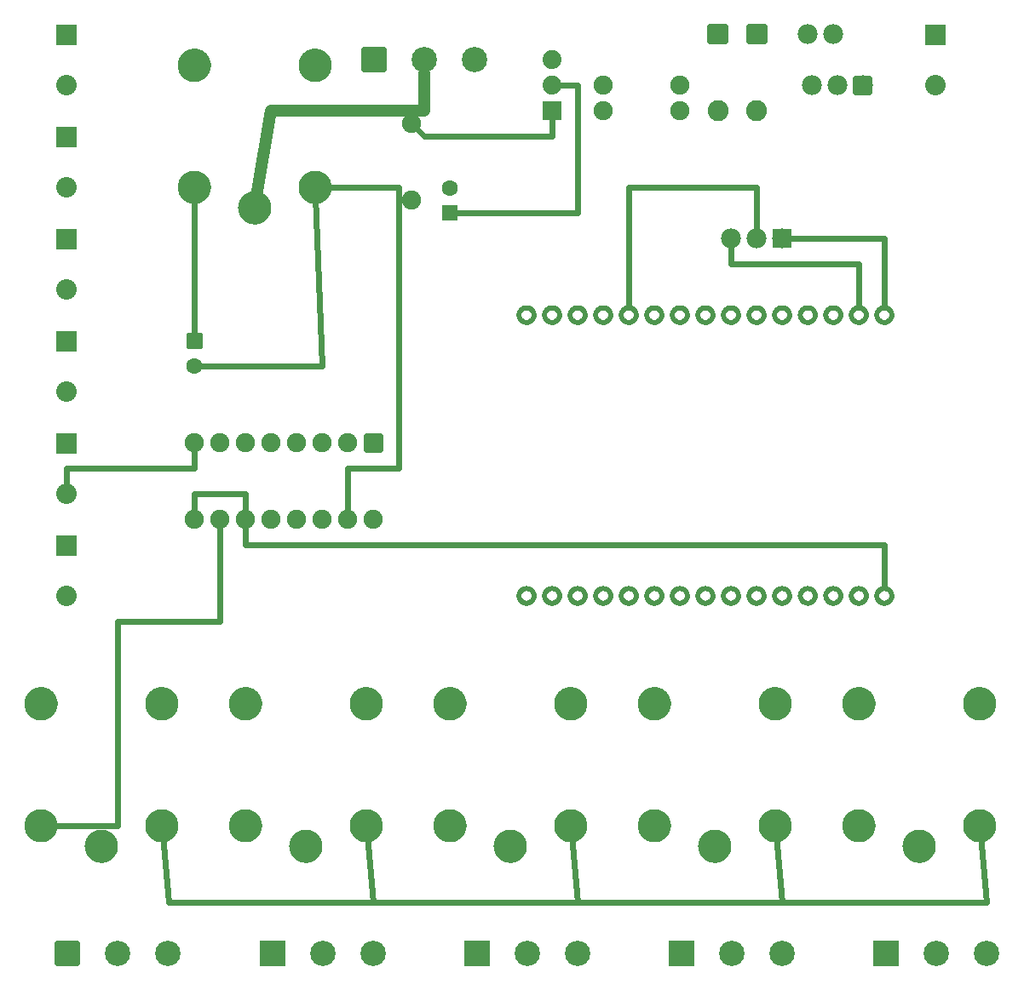
<source format=gbl>
G04 MADE WITH FRITZING*
G04 WWW.FRITZING.ORG*
G04 DOUBLE SIDED*
G04 HOLES PLATED*
G04 CONTOUR ON CENTER OF CONTOUR VECTOR*
%ASAXBY*%
%FSLAX23Y23*%
%MOIN*%
%OFA0B0*%
%SFA1.0B1.0*%
%ADD10C,0.062992*%
%ADD11C,0.080000*%
%ADD12C,0.129921*%
%ADD13C,0.099055*%
%ADD14C,0.074000*%
%ADD15C,0.075000*%
%ADD16C,0.082000*%
%ADD17C,0.078000*%
%ADD18R,0.062992X0.062992*%
%ADD19R,0.080000X0.080000*%
%ADD20R,0.099055X0.099055*%
%ADD21R,0.078000X0.078000*%
%ADD22C,0.024000*%
%ADD23C,0.048000*%
%ADD24C,0.015748*%
%ADD25C,0.020000*%
%ADD26R,0.001000X0.001000*%
%LNCOPPER0*%
G90*
G70*
G54D10*
X700Y2581D03*
X700Y2483D03*
X1700Y3081D03*
X1700Y3180D03*
G54D11*
X200Y2178D03*
X200Y1981D03*
X200Y2578D03*
X200Y2381D03*
X200Y2978D03*
X200Y2781D03*
X200Y3378D03*
X200Y3181D03*
X200Y3778D03*
X200Y3581D03*
X200Y1778D03*
X200Y1581D03*
G54D12*
X936Y3101D03*
X1172Y3181D03*
X1172Y3660D03*
X700Y3181D03*
X700Y3660D03*
X2736Y601D03*
X2972Y681D03*
X2972Y1160D03*
X2500Y681D03*
X2500Y1160D03*
X3536Y601D03*
X3772Y681D03*
X3772Y1160D03*
X3300Y681D03*
X3300Y1160D03*
X1936Y601D03*
X2172Y681D03*
X2172Y1160D03*
X1700Y681D03*
X1700Y1160D03*
X336Y601D03*
X572Y681D03*
X572Y1160D03*
X100Y681D03*
X100Y1160D03*
X1136Y601D03*
X1372Y681D03*
X1372Y1160D03*
X900Y681D03*
X900Y1160D03*
G54D13*
X203Y181D03*
X400Y181D03*
X597Y181D03*
X3406Y181D03*
X3603Y181D03*
X3800Y181D03*
X1806Y181D03*
X2003Y181D03*
X2200Y181D03*
X1006Y181D03*
X1203Y181D03*
X1400Y181D03*
X1403Y3681D03*
X1600Y3681D03*
X1797Y3681D03*
X2606Y181D03*
X2803Y181D03*
X3000Y181D03*
G54D11*
X3600Y3778D03*
X3600Y3581D03*
G54D14*
X2100Y3481D03*
X2100Y3581D03*
X2100Y3681D03*
G54D15*
X1550Y3131D03*
X1550Y3431D03*
X2600Y3581D03*
X2300Y3581D03*
X2600Y3481D03*
X2300Y3481D03*
G54D16*
X2748Y3781D03*
X2748Y3483D03*
X2900Y3781D03*
X2900Y3483D03*
G54D17*
X3315Y3581D03*
X3215Y3581D03*
X3115Y3581D03*
X3200Y3781D03*
X3100Y3781D03*
G54D15*
X1400Y2181D03*
X1400Y1881D03*
X1300Y2181D03*
X1300Y1881D03*
X1200Y2181D03*
X1200Y1881D03*
X1100Y2181D03*
X1100Y1881D03*
X1000Y2181D03*
X1000Y1881D03*
X900Y2181D03*
X900Y1881D03*
X800Y2181D03*
X800Y1881D03*
X700Y2181D03*
X700Y1881D03*
G54D17*
X3000Y2981D03*
X2900Y2981D03*
X2800Y2981D03*
G54D18*
X1700Y3081D03*
G54D19*
X200Y2178D03*
X200Y2578D03*
X200Y2978D03*
X200Y3378D03*
X200Y3778D03*
X200Y1778D03*
G54D20*
X3406Y181D03*
X1806Y181D03*
X1006Y181D03*
X2606Y181D03*
G54D19*
X3600Y3778D03*
G54D21*
X3000Y2981D03*
G54D22*
X900Y1781D02*
X3400Y1781D01*
D02*
X3400Y1781D02*
X3400Y1624D01*
D02*
X900Y1981D02*
X900Y1781D01*
D02*
X700Y1981D02*
X900Y1981D01*
D02*
X700Y1910D02*
X700Y1981D01*
D02*
X700Y2081D02*
X200Y2081D01*
D02*
X200Y2081D02*
X200Y2013D01*
D02*
X700Y2153D02*
X700Y2081D01*
D02*
X3000Y381D02*
X3800Y381D01*
D02*
X3800Y381D02*
X3776Y645D01*
D02*
X2976Y645D02*
X3000Y381D01*
D02*
X1400Y381D02*
X2200Y381D01*
D02*
X2200Y381D02*
X2176Y645D01*
D02*
X1376Y645D02*
X1400Y381D01*
D02*
X1400Y381D02*
X1376Y645D01*
D02*
X600Y381D02*
X1400Y381D01*
D02*
X576Y645D02*
X600Y381D01*
D02*
X3000Y381D02*
X2200Y381D01*
D02*
X2200Y381D02*
X2176Y645D01*
D02*
X2976Y645D02*
X3000Y381D01*
D02*
X400Y1481D02*
X400Y681D01*
D02*
X400Y681D02*
X137Y681D01*
D02*
X800Y1481D02*
X400Y1481D01*
D02*
X800Y1853D02*
X800Y1481D01*
G54D23*
D02*
X1000Y3481D02*
X944Y3148D01*
D02*
X1600Y3481D02*
X1000Y3481D01*
D02*
X1600Y3630D02*
X1600Y3481D01*
G54D22*
D02*
X1500Y3181D02*
X1500Y2081D01*
D02*
X1300Y2081D02*
X1300Y1910D01*
D02*
X1500Y2081D02*
X1300Y2081D01*
D02*
X1300Y3181D02*
X1500Y3181D01*
D02*
X1209Y3181D02*
X1300Y3181D01*
D02*
X2100Y3381D02*
X1600Y3381D01*
D02*
X1600Y3381D02*
X1570Y3411D01*
D02*
X2100Y3451D02*
X2100Y3381D01*
D02*
X2200Y3081D02*
X1727Y3081D01*
D02*
X2200Y3581D02*
X2200Y3081D01*
D02*
X2131Y3581D02*
X2200Y3581D01*
D02*
X2800Y2881D02*
X3300Y2881D01*
D02*
X3300Y2881D02*
X3300Y2724D01*
D02*
X2800Y2951D02*
X2800Y2881D01*
D02*
X3400Y2981D02*
X3400Y2724D01*
D02*
X3030Y2981D02*
X3400Y2981D01*
D02*
X2400Y3181D02*
X2400Y2724D01*
D02*
X2900Y3181D02*
X2400Y3181D01*
D02*
X2900Y3012D02*
X2900Y3181D01*
D02*
X700Y3145D02*
X700Y2608D01*
D02*
X1174Y3145D02*
X1200Y2481D01*
D02*
X1200Y2481D02*
X727Y2483D01*
G54D24*
X676Y2558D02*
X676Y2605D01*
X724Y2605D01*
X724Y2558D01*
X676Y2558D01*
D02*
G54D25*
X164Y221D02*
X243Y221D01*
X243Y142D01*
X164Y142D01*
X164Y221D01*
D02*
X1364Y3721D02*
X1443Y3721D01*
X1443Y3642D01*
X1364Y3642D01*
X1364Y3721D01*
D02*
X2779Y3751D02*
X2717Y3751D01*
X2717Y3813D01*
X2779Y3813D01*
X2779Y3751D01*
D02*
X2931Y3751D02*
X2869Y3751D01*
X2869Y3813D01*
X2931Y3813D01*
X2931Y3751D01*
D02*
X3344Y3552D02*
X3286Y3552D01*
X3286Y3610D01*
X3344Y3610D01*
X3344Y3552D01*
D02*
X1428Y2154D02*
X1373Y2154D01*
X1373Y2209D01*
X1428Y2209D01*
X1428Y2154D01*
D02*
G54D26*
X696Y3725D02*
X703Y3725D01*
X1168Y3725D02*
X1176Y3725D01*
X688Y3724D02*
X711Y3724D01*
X1160Y3724D02*
X1183Y3724D01*
X684Y3723D02*
X715Y3723D01*
X1156Y3723D02*
X1188Y3723D01*
X680Y3722D02*
X719Y3722D01*
X1152Y3722D02*
X1192Y3722D01*
X677Y3721D02*
X722Y3721D01*
X1150Y3721D02*
X1194Y3721D01*
X674Y3720D02*
X725Y3720D01*
X1147Y3720D02*
X1197Y3720D01*
X672Y3719D02*
X727Y3719D01*
X1145Y3719D02*
X1199Y3719D01*
X670Y3718D02*
X729Y3718D01*
X1143Y3718D02*
X1201Y3718D01*
X669Y3717D02*
X731Y3717D01*
X1141Y3717D02*
X1203Y3717D01*
X667Y3716D02*
X732Y3716D01*
X1139Y3716D02*
X1205Y3716D01*
X665Y3715D02*
X734Y3715D01*
X1138Y3715D02*
X1206Y3715D01*
X664Y3714D02*
X735Y3714D01*
X1136Y3714D02*
X1208Y3714D01*
X662Y3713D02*
X737Y3713D01*
X1135Y3713D02*
X1209Y3713D01*
X661Y3712D02*
X738Y3712D01*
X1133Y3712D02*
X1210Y3712D01*
X660Y3711D02*
X739Y3711D01*
X1132Y3711D02*
X1212Y3711D01*
X658Y3710D02*
X741Y3710D01*
X1131Y3710D02*
X1213Y3710D01*
X657Y3709D02*
X742Y3709D01*
X1130Y3709D02*
X1214Y3709D01*
X656Y3708D02*
X743Y3708D01*
X1128Y3708D02*
X1215Y3708D01*
X655Y3707D02*
X744Y3707D01*
X1127Y3707D02*
X1216Y3707D01*
X654Y3706D02*
X745Y3706D01*
X1126Y3706D02*
X1218Y3706D01*
X653Y3705D02*
X746Y3705D01*
X1125Y3705D02*
X1218Y3705D01*
X652Y3704D02*
X747Y3704D01*
X1124Y3704D02*
X1219Y3704D01*
X651Y3703D02*
X748Y3703D01*
X1124Y3703D02*
X1220Y3703D01*
X650Y3702D02*
X749Y3702D01*
X1123Y3702D02*
X1221Y3702D01*
X650Y3701D02*
X750Y3701D01*
X1122Y3701D02*
X1222Y3701D01*
X649Y3700D02*
X750Y3700D01*
X1121Y3700D02*
X1223Y3700D01*
X648Y3699D02*
X751Y3699D01*
X1120Y3699D02*
X1223Y3699D01*
X647Y3698D02*
X752Y3698D01*
X1120Y3698D02*
X1224Y3698D01*
X647Y3697D02*
X752Y3697D01*
X1119Y3697D02*
X1225Y3697D01*
X646Y3696D02*
X753Y3696D01*
X1118Y3696D02*
X1226Y3696D01*
X645Y3695D02*
X754Y3695D01*
X1118Y3695D02*
X1226Y3695D01*
X645Y3694D02*
X754Y3694D01*
X1117Y3694D02*
X1227Y3694D01*
X644Y3693D02*
X755Y3693D01*
X1116Y3693D02*
X1227Y3693D01*
X643Y3692D02*
X756Y3692D01*
X1116Y3692D02*
X1228Y3692D01*
X643Y3691D02*
X756Y3691D01*
X1115Y3691D02*
X1229Y3691D01*
X642Y3690D02*
X757Y3690D01*
X1115Y3690D02*
X1229Y3690D01*
X642Y3689D02*
X757Y3689D01*
X1114Y3689D02*
X1230Y3689D01*
X641Y3688D02*
X758Y3688D01*
X1114Y3688D02*
X1230Y3688D01*
X641Y3687D02*
X758Y3687D01*
X1113Y3687D02*
X1231Y3687D01*
X640Y3686D02*
X759Y3686D01*
X1113Y3686D02*
X1231Y3686D01*
X640Y3685D02*
X692Y3685D01*
X707Y3685D02*
X759Y3685D01*
X1112Y3685D02*
X1165Y3685D01*
X1179Y3685D02*
X1231Y3685D01*
X640Y3684D02*
X689Y3684D01*
X710Y3684D02*
X759Y3684D01*
X1112Y3684D02*
X1162Y3684D01*
X1182Y3684D02*
X1232Y3684D01*
X639Y3683D02*
X687Y3683D01*
X712Y3683D02*
X760Y3683D01*
X1112Y3683D02*
X1160Y3683D01*
X1184Y3683D02*
X1232Y3683D01*
X639Y3682D02*
X685Y3682D01*
X714Y3682D02*
X760Y3682D01*
X1111Y3682D02*
X1158Y3682D01*
X1186Y3682D02*
X1233Y3682D01*
X639Y3681D02*
X684Y3681D01*
X715Y3681D02*
X760Y3681D01*
X1111Y3681D02*
X1156Y3681D01*
X1187Y3681D02*
X1233Y3681D01*
X638Y3680D02*
X683Y3680D01*
X716Y3680D02*
X761Y3680D01*
X1111Y3680D02*
X1155Y3680D01*
X1189Y3680D02*
X1233Y3680D01*
X638Y3679D02*
X682Y3679D01*
X717Y3679D02*
X761Y3679D01*
X1110Y3679D02*
X1154Y3679D01*
X1190Y3679D02*
X1234Y3679D01*
X638Y3678D02*
X681Y3678D01*
X718Y3678D02*
X761Y3678D01*
X1110Y3678D02*
X1153Y3678D01*
X1191Y3678D02*
X1234Y3678D01*
X637Y3677D02*
X680Y3677D01*
X719Y3677D02*
X762Y3677D01*
X1110Y3677D02*
X1152Y3677D01*
X1192Y3677D02*
X1234Y3677D01*
X637Y3676D02*
X679Y3676D01*
X720Y3676D02*
X762Y3676D01*
X1110Y3676D02*
X1151Y3676D01*
X1193Y3676D02*
X1234Y3676D01*
X637Y3675D02*
X678Y3675D01*
X721Y3675D02*
X762Y3675D01*
X1109Y3675D02*
X1150Y3675D01*
X1193Y3675D02*
X1235Y3675D01*
X637Y3674D02*
X677Y3674D01*
X722Y3674D02*
X762Y3674D01*
X1109Y3674D02*
X1150Y3674D01*
X1194Y3674D02*
X1235Y3674D01*
X636Y3673D02*
X677Y3673D01*
X722Y3673D02*
X763Y3673D01*
X1109Y3673D02*
X1149Y3673D01*
X1195Y3673D02*
X1235Y3673D01*
X636Y3672D02*
X676Y3672D01*
X723Y3672D02*
X763Y3672D01*
X1109Y3672D02*
X1149Y3672D01*
X1195Y3672D02*
X1235Y3672D01*
X636Y3671D02*
X676Y3671D01*
X723Y3671D02*
X763Y3671D01*
X1109Y3671D02*
X1148Y3671D01*
X1196Y3671D02*
X1235Y3671D01*
X636Y3670D02*
X675Y3670D01*
X724Y3670D02*
X763Y3670D01*
X1108Y3670D02*
X1148Y3670D01*
X1196Y3670D02*
X1235Y3670D01*
X636Y3669D02*
X675Y3669D01*
X724Y3669D02*
X763Y3669D01*
X1108Y3669D02*
X1147Y3669D01*
X1197Y3669D02*
X1236Y3669D01*
X636Y3668D02*
X675Y3668D01*
X724Y3668D02*
X763Y3668D01*
X1108Y3668D02*
X1147Y3668D01*
X1197Y3668D02*
X1236Y3668D01*
X635Y3667D02*
X674Y3667D01*
X725Y3667D02*
X764Y3667D01*
X1108Y3667D02*
X1147Y3667D01*
X1197Y3667D02*
X1236Y3667D01*
X635Y3666D02*
X674Y3666D01*
X725Y3666D02*
X764Y3666D01*
X1108Y3666D02*
X1146Y3666D01*
X1197Y3666D02*
X1236Y3666D01*
X635Y3665D02*
X674Y3665D01*
X725Y3665D02*
X764Y3665D01*
X1108Y3665D02*
X1146Y3665D01*
X1198Y3665D02*
X1236Y3665D01*
X635Y3664D02*
X674Y3664D01*
X725Y3664D02*
X764Y3664D01*
X1108Y3664D02*
X1146Y3664D01*
X1198Y3664D02*
X1236Y3664D01*
X635Y3663D02*
X674Y3663D01*
X726Y3663D02*
X764Y3663D01*
X1108Y3663D02*
X1146Y3663D01*
X1198Y3663D02*
X1236Y3663D01*
X635Y3662D02*
X673Y3662D01*
X726Y3662D02*
X764Y3662D01*
X1108Y3662D02*
X1146Y3662D01*
X1198Y3662D02*
X1236Y3662D01*
X635Y3661D02*
X673Y3661D01*
X726Y3661D02*
X764Y3661D01*
X1108Y3661D02*
X1146Y3661D01*
X1198Y3661D02*
X1236Y3661D01*
X635Y3660D02*
X673Y3660D01*
X726Y3660D02*
X764Y3660D01*
X1107Y3660D02*
X1146Y3660D01*
X1198Y3660D02*
X1236Y3660D01*
X635Y3659D02*
X673Y3659D01*
X726Y3659D02*
X764Y3659D01*
X1108Y3659D02*
X1146Y3659D01*
X1198Y3659D02*
X1236Y3659D01*
X635Y3658D02*
X673Y3658D01*
X726Y3658D02*
X764Y3658D01*
X1108Y3658D02*
X1146Y3658D01*
X1198Y3658D02*
X1236Y3658D01*
X635Y3657D02*
X674Y3657D01*
X725Y3657D02*
X764Y3657D01*
X1108Y3657D02*
X1146Y3657D01*
X1198Y3657D02*
X1236Y3657D01*
X635Y3656D02*
X674Y3656D01*
X725Y3656D02*
X764Y3656D01*
X1108Y3656D02*
X1146Y3656D01*
X1198Y3656D02*
X1236Y3656D01*
X635Y3655D02*
X674Y3655D01*
X725Y3655D02*
X764Y3655D01*
X1108Y3655D02*
X1146Y3655D01*
X1198Y3655D02*
X1236Y3655D01*
X635Y3654D02*
X674Y3654D01*
X725Y3654D02*
X764Y3654D01*
X1108Y3654D02*
X1147Y3654D01*
X1197Y3654D02*
X1236Y3654D01*
X636Y3653D02*
X674Y3653D01*
X725Y3653D02*
X763Y3653D01*
X1108Y3653D02*
X1147Y3653D01*
X1197Y3653D02*
X1236Y3653D01*
X636Y3652D02*
X675Y3652D01*
X724Y3652D02*
X763Y3652D01*
X1108Y3652D02*
X1147Y3652D01*
X1197Y3652D02*
X1236Y3652D01*
X636Y3651D02*
X675Y3651D01*
X724Y3651D02*
X763Y3651D01*
X1108Y3651D02*
X1148Y3651D01*
X1196Y3651D02*
X1236Y3651D01*
X636Y3650D02*
X676Y3650D01*
X723Y3650D02*
X763Y3650D01*
X1108Y3650D02*
X1148Y3650D01*
X1196Y3650D02*
X1235Y3650D01*
X636Y3649D02*
X676Y3649D01*
X723Y3649D02*
X763Y3649D01*
X1109Y3649D02*
X1149Y3649D01*
X1195Y3649D02*
X1235Y3649D01*
X636Y3648D02*
X677Y3648D01*
X722Y3648D02*
X763Y3648D01*
X1109Y3648D02*
X1149Y3648D01*
X1195Y3648D02*
X1235Y3648D01*
X637Y3647D02*
X677Y3647D01*
X722Y3647D02*
X762Y3647D01*
X1109Y3647D02*
X1150Y3647D01*
X1194Y3647D02*
X1235Y3647D01*
X637Y3646D02*
X678Y3646D01*
X721Y3646D02*
X762Y3646D01*
X1109Y3646D02*
X1150Y3646D01*
X1194Y3646D02*
X1235Y3646D01*
X637Y3645D02*
X679Y3645D01*
X721Y3645D02*
X762Y3645D01*
X1109Y3645D02*
X1151Y3645D01*
X1193Y3645D02*
X1234Y3645D01*
X637Y3644D02*
X679Y3644D01*
X720Y3644D02*
X762Y3644D01*
X1110Y3644D02*
X1152Y3644D01*
X1192Y3644D02*
X1234Y3644D01*
X638Y3643D02*
X680Y3643D01*
X719Y3643D02*
X761Y3643D01*
X1110Y3643D02*
X1153Y3643D01*
X1191Y3643D02*
X1234Y3643D01*
X638Y3642D02*
X681Y3642D01*
X718Y3642D02*
X761Y3642D01*
X1110Y3642D02*
X1154Y3642D01*
X1190Y3642D02*
X1234Y3642D01*
X638Y3641D02*
X682Y3641D01*
X717Y3641D02*
X761Y3641D01*
X1110Y3641D02*
X1155Y3641D01*
X1189Y3641D02*
X1233Y3641D01*
X638Y3640D02*
X683Y3640D01*
X716Y3640D02*
X761Y3640D01*
X1111Y3640D02*
X1156Y3640D01*
X1188Y3640D02*
X1233Y3640D01*
X639Y3639D02*
X685Y3639D01*
X714Y3639D02*
X760Y3639D01*
X1111Y3639D02*
X1157Y3639D01*
X1187Y3639D02*
X1233Y3639D01*
X639Y3638D02*
X687Y3638D01*
X712Y3638D02*
X760Y3638D01*
X1112Y3638D02*
X1159Y3638D01*
X1185Y3638D02*
X1232Y3638D01*
X639Y3637D02*
X688Y3637D01*
X711Y3637D02*
X760Y3637D01*
X1112Y3637D02*
X1161Y3637D01*
X1183Y3637D02*
X1232Y3637D01*
X640Y3636D02*
X691Y3636D01*
X708Y3636D02*
X759Y3636D01*
X1112Y3636D02*
X1163Y3636D01*
X1181Y3636D02*
X1232Y3636D01*
X640Y3635D02*
X695Y3635D01*
X704Y3635D02*
X759Y3635D01*
X1113Y3635D02*
X1167Y3635D01*
X1177Y3635D02*
X1231Y3635D01*
X641Y3634D02*
X758Y3634D01*
X1113Y3634D02*
X1231Y3634D01*
X641Y3633D02*
X758Y3633D01*
X1114Y3633D02*
X1230Y3633D01*
X642Y3632D02*
X757Y3632D01*
X1114Y3632D02*
X1230Y3632D01*
X642Y3631D02*
X757Y3631D01*
X1115Y3631D02*
X1229Y3631D01*
X643Y3630D02*
X756Y3630D01*
X1115Y3630D02*
X1229Y3630D01*
X643Y3629D02*
X756Y3629D01*
X1116Y3629D02*
X1228Y3629D01*
X644Y3628D02*
X755Y3628D01*
X1116Y3628D02*
X1228Y3628D01*
X644Y3627D02*
X755Y3627D01*
X1117Y3627D02*
X1227Y3627D01*
X645Y3626D02*
X754Y3626D01*
X1117Y3626D02*
X1226Y3626D01*
X646Y3625D02*
X753Y3625D01*
X1118Y3625D02*
X1226Y3625D01*
X646Y3624D02*
X753Y3624D01*
X1119Y3624D02*
X1225Y3624D01*
X647Y3623D02*
X752Y3623D01*
X1119Y3623D02*
X1224Y3623D01*
X648Y3622D02*
X751Y3622D01*
X1120Y3622D02*
X1224Y3622D01*
X648Y3621D02*
X751Y3621D01*
X1121Y3621D02*
X1223Y3621D01*
X649Y3620D02*
X750Y3620D01*
X1122Y3620D02*
X1222Y3620D01*
X650Y3619D02*
X749Y3619D01*
X1122Y3619D02*
X1221Y3619D01*
X651Y3618D02*
X748Y3618D01*
X1123Y3618D02*
X1221Y3618D01*
X652Y3617D02*
X747Y3617D01*
X1124Y3617D02*
X1220Y3617D01*
X653Y3616D02*
X746Y3616D01*
X1125Y3616D02*
X1219Y3616D01*
X654Y3615D02*
X746Y3615D01*
X1126Y3615D02*
X1218Y3615D01*
X654Y3614D02*
X745Y3614D01*
X1127Y3614D02*
X1217Y3614D01*
X656Y3613D02*
X743Y3613D01*
X1128Y3613D02*
X1216Y3613D01*
X657Y3612D02*
X742Y3612D01*
X1129Y3612D02*
X1215Y3612D01*
X658Y3611D02*
X741Y3611D01*
X1130Y3611D02*
X1214Y3611D01*
X659Y3610D02*
X740Y3610D01*
X1131Y3610D02*
X1212Y3610D01*
X660Y3609D02*
X739Y3609D01*
X1133Y3609D02*
X1211Y3609D01*
X662Y3608D02*
X737Y3608D01*
X1134Y3608D02*
X1210Y3608D01*
X663Y3607D02*
X736Y3607D01*
X1135Y3607D02*
X1208Y3607D01*
X665Y3606D02*
X734Y3606D01*
X1137Y3606D02*
X1207Y3606D01*
X666Y3605D02*
X733Y3605D01*
X1139Y3605D02*
X1205Y3605D01*
X668Y3604D02*
X731Y3604D01*
X1140Y3604D02*
X1204Y3604D01*
X670Y3603D02*
X729Y3603D01*
X1142Y3603D02*
X1202Y3603D01*
X672Y3602D02*
X727Y3602D01*
X1144Y3602D02*
X1200Y3602D01*
X674Y3601D02*
X725Y3601D01*
X1146Y3601D02*
X1198Y3601D01*
X676Y3600D02*
X723Y3600D01*
X1148Y3600D02*
X1195Y3600D01*
X679Y3599D02*
X720Y3599D01*
X1151Y3599D02*
X1193Y3599D01*
X682Y3598D02*
X717Y3598D01*
X1154Y3598D02*
X1189Y3598D01*
X686Y3597D02*
X713Y3597D01*
X1158Y3597D02*
X1185Y3597D01*
X692Y3596D02*
X707Y3596D01*
X1164Y3596D02*
X1180Y3596D01*
X2063Y3518D02*
X2136Y3518D01*
X2063Y3517D02*
X2136Y3517D01*
X2063Y3516D02*
X2136Y3516D01*
X2063Y3515D02*
X2136Y3515D01*
X2063Y3514D02*
X2136Y3514D01*
X2063Y3513D02*
X2136Y3513D01*
X2063Y3512D02*
X2136Y3512D01*
X2063Y3511D02*
X2136Y3511D01*
X2063Y3510D02*
X2136Y3510D01*
X2063Y3509D02*
X2136Y3509D01*
X2063Y3508D02*
X2136Y3508D01*
X2063Y3507D02*
X2136Y3507D01*
X2063Y3506D02*
X2136Y3506D01*
X2063Y3505D02*
X2136Y3505D01*
X2063Y3504D02*
X2136Y3504D01*
X2063Y3503D02*
X2136Y3503D01*
X2063Y3502D02*
X2136Y3502D01*
X2063Y3501D02*
X2094Y3501D01*
X2105Y3501D02*
X2136Y3501D01*
X2063Y3500D02*
X2091Y3500D01*
X2108Y3500D02*
X2136Y3500D01*
X2063Y3499D02*
X2089Y3499D01*
X2110Y3499D02*
X2136Y3499D01*
X2063Y3498D02*
X2088Y3498D01*
X2111Y3498D02*
X2136Y3498D01*
X2063Y3497D02*
X2086Y3497D01*
X2113Y3497D02*
X2136Y3497D01*
X2063Y3496D02*
X2085Y3496D01*
X2114Y3496D02*
X2136Y3496D01*
X2063Y3495D02*
X2084Y3495D01*
X2115Y3495D02*
X2136Y3495D01*
X2063Y3494D02*
X2084Y3494D01*
X2115Y3494D02*
X2136Y3494D01*
X2063Y3493D02*
X2083Y3493D01*
X2116Y3493D02*
X2136Y3493D01*
X2063Y3492D02*
X2082Y3492D01*
X2117Y3492D02*
X2136Y3492D01*
X2063Y3491D02*
X2082Y3491D01*
X2117Y3491D02*
X2136Y3491D01*
X2063Y3490D02*
X2081Y3490D01*
X2118Y3490D02*
X2136Y3490D01*
X2063Y3489D02*
X2081Y3489D01*
X2118Y3489D02*
X2136Y3489D01*
X2063Y3488D02*
X2080Y3488D01*
X2119Y3488D02*
X2136Y3488D01*
X2063Y3487D02*
X2080Y3487D01*
X2119Y3487D02*
X2136Y3487D01*
X2063Y3486D02*
X2080Y3486D01*
X2119Y3486D02*
X2136Y3486D01*
X2063Y3485D02*
X2080Y3485D01*
X2119Y3485D02*
X2136Y3485D01*
X2063Y3484D02*
X2080Y3484D01*
X2119Y3484D02*
X2136Y3484D01*
X2063Y3483D02*
X2079Y3483D01*
X2120Y3483D02*
X2136Y3483D01*
X2063Y3482D02*
X2079Y3482D01*
X2120Y3482D02*
X2136Y3482D01*
X2063Y3481D02*
X2079Y3481D01*
X2120Y3481D02*
X2136Y3481D01*
X2063Y3480D02*
X2080Y3480D01*
X2119Y3480D02*
X2136Y3480D01*
X2063Y3479D02*
X2080Y3479D01*
X2119Y3479D02*
X2136Y3479D01*
X2063Y3478D02*
X2080Y3478D01*
X2119Y3478D02*
X2136Y3478D01*
X2063Y3477D02*
X2080Y3477D01*
X2119Y3477D02*
X2136Y3477D01*
X2063Y3476D02*
X2080Y3476D01*
X2119Y3476D02*
X2136Y3476D01*
X2063Y3475D02*
X2081Y3475D01*
X2118Y3475D02*
X2136Y3475D01*
X2063Y3474D02*
X2081Y3474D01*
X2118Y3474D02*
X2136Y3474D01*
X2063Y3473D02*
X2082Y3473D01*
X2117Y3473D02*
X2136Y3473D01*
X2063Y3472D02*
X2082Y3472D01*
X2117Y3472D02*
X2136Y3472D01*
X2063Y3471D02*
X2083Y3471D01*
X2116Y3471D02*
X2136Y3471D01*
X2063Y3470D02*
X2083Y3470D01*
X2116Y3470D02*
X2136Y3470D01*
X2063Y3469D02*
X2084Y3469D01*
X2115Y3469D02*
X2136Y3469D01*
X2063Y3468D02*
X2085Y3468D01*
X2114Y3468D02*
X2136Y3468D01*
X2063Y3467D02*
X2086Y3467D01*
X2113Y3467D02*
X2136Y3467D01*
X2063Y3466D02*
X2088Y3466D01*
X2111Y3466D02*
X2136Y3466D01*
X2063Y3465D02*
X2089Y3465D01*
X2110Y3465D02*
X2136Y3465D01*
X2063Y3464D02*
X2091Y3464D01*
X2108Y3464D02*
X2136Y3464D01*
X2063Y3463D02*
X2094Y3463D01*
X2105Y3463D02*
X2136Y3463D01*
X2063Y3462D02*
X2136Y3462D01*
X2063Y3461D02*
X2136Y3461D01*
X2063Y3460D02*
X2136Y3460D01*
X2063Y3459D02*
X2136Y3459D01*
X2063Y3458D02*
X2136Y3458D01*
X2063Y3457D02*
X2136Y3457D01*
X2063Y3456D02*
X2136Y3456D01*
X2063Y3455D02*
X2136Y3455D01*
X2063Y3454D02*
X2136Y3454D01*
X2063Y3453D02*
X2136Y3453D01*
X2063Y3452D02*
X2136Y3452D01*
X2063Y3451D02*
X2136Y3451D01*
X2063Y3450D02*
X2136Y3450D01*
X2063Y3449D02*
X2136Y3449D01*
X2063Y3448D02*
X2136Y3448D01*
X2063Y3447D02*
X2136Y3447D01*
X2063Y3446D02*
X2136Y3446D01*
X2063Y3445D02*
X2136Y3445D01*
X690Y3246D02*
X709Y3246D01*
X1163Y3246D02*
X1181Y3246D01*
X685Y3245D02*
X714Y3245D01*
X1157Y3245D02*
X1186Y3245D01*
X681Y3244D02*
X718Y3244D01*
X1153Y3244D02*
X1190Y3244D01*
X678Y3243D02*
X721Y3243D01*
X1151Y3243D02*
X1193Y3243D01*
X675Y3242D02*
X724Y3242D01*
X1148Y3242D02*
X1196Y3242D01*
X673Y3241D02*
X726Y3241D01*
X1146Y3241D02*
X1198Y3241D01*
X671Y3240D02*
X728Y3240D01*
X1143Y3240D02*
X1200Y3240D01*
X669Y3239D02*
X730Y3239D01*
X1141Y3239D02*
X1202Y3239D01*
X667Y3238D02*
X732Y3238D01*
X1140Y3238D02*
X1204Y3238D01*
X666Y3237D02*
X733Y3237D01*
X1138Y3237D02*
X1206Y3237D01*
X664Y3236D02*
X735Y3236D01*
X1137Y3236D02*
X1207Y3236D01*
X663Y3235D02*
X736Y3235D01*
X1135Y3235D02*
X1209Y3235D01*
X661Y3234D02*
X738Y3234D01*
X1134Y3234D02*
X1210Y3234D01*
X660Y3233D02*
X739Y3233D01*
X1132Y3233D02*
X1211Y3233D01*
X659Y3232D02*
X740Y3232D01*
X1131Y3232D02*
X1213Y3232D01*
X658Y3231D02*
X741Y3231D01*
X1130Y3231D02*
X1214Y3231D01*
X656Y3230D02*
X743Y3230D01*
X1129Y3230D02*
X1215Y3230D01*
X655Y3229D02*
X744Y3229D01*
X1128Y3229D02*
X1216Y3229D01*
X654Y3228D02*
X745Y3228D01*
X1127Y3228D02*
X1217Y3228D01*
X653Y3227D02*
X746Y3227D01*
X1126Y3227D02*
X1218Y3227D01*
X652Y3226D02*
X747Y3226D01*
X1125Y3226D02*
X1219Y3226D01*
X652Y3225D02*
X748Y3225D01*
X1124Y3225D02*
X1220Y3225D01*
X651Y3224D02*
X748Y3224D01*
X1123Y3224D02*
X1221Y3224D01*
X650Y3223D02*
X749Y3223D01*
X1122Y3223D02*
X1222Y3223D01*
X649Y3222D02*
X750Y3222D01*
X1121Y3222D02*
X1222Y3222D01*
X648Y3221D02*
X751Y3221D01*
X1121Y3221D02*
X1223Y3221D01*
X648Y3220D02*
X751Y3220D01*
X1120Y3220D02*
X1224Y3220D01*
X647Y3219D02*
X752Y3219D01*
X1119Y3219D02*
X1225Y3219D01*
X646Y3218D02*
X753Y3218D01*
X1119Y3218D02*
X1225Y3218D01*
X645Y3217D02*
X754Y3217D01*
X1118Y3217D02*
X1226Y3217D01*
X645Y3216D02*
X754Y3216D01*
X1117Y3216D02*
X1227Y3216D01*
X644Y3215D02*
X755Y3215D01*
X1117Y3215D02*
X1227Y3215D01*
X644Y3214D02*
X755Y3214D01*
X1116Y3214D02*
X1228Y3214D01*
X643Y3213D02*
X756Y3213D01*
X1115Y3213D02*
X1228Y3213D01*
X643Y3212D02*
X757Y3212D01*
X1115Y3212D02*
X1229Y3212D01*
X642Y3211D02*
X757Y3211D01*
X1114Y3211D02*
X1229Y3211D01*
X642Y3210D02*
X757Y3210D01*
X1114Y3210D02*
X1230Y3210D01*
X641Y3209D02*
X758Y3209D01*
X1113Y3209D02*
X1230Y3209D01*
X641Y3208D02*
X758Y3208D01*
X1113Y3208D02*
X1231Y3208D01*
X640Y3207D02*
X693Y3207D01*
X706Y3207D02*
X759Y3207D01*
X1113Y3207D02*
X1166Y3207D01*
X1178Y3207D02*
X1231Y3207D01*
X640Y3206D02*
X690Y3206D01*
X709Y3206D02*
X759Y3206D01*
X1112Y3206D02*
X1163Y3206D01*
X1181Y3206D02*
X1232Y3206D01*
X639Y3205D02*
X688Y3205D01*
X711Y3205D02*
X760Y3205D01*
X1112Y3205D02*
X1160Y3205D01*
X1183Y3205D02*
X1232Y3205D01*
X639Y3204D02*
X686Y3204D01*
X713Y3204D02*
X760Y3204D01*
X1111Y3204D02*
X1159Y3204D01*
X1185Y3204D02*
X1232Y3204D01*
X639Y3203D02*
X684Y3203D01*
X715Y3203D02*
X760Y3203D01*
X1111Y3203D02*
X1157Y3203D01*
X1187Y3203D02*
X1233Y3203D01*
X638Y3202D02*
X683Y3202D01*
X716Y3202D02*
X761Y3202D01*
X1111Y3202D02*
X1156Y3202D01*
X1188Y3202D02*
X1233Y3202D01*
X638Y3201D02*
X682Y3201D01*
X717Y3201D02*
X761Y3201D01*
X1110Y3201D02*
X1154Y3201D01*
X1189Y3201D02*
X1233Y3201D01*
X638Y3200D02*
X681Y3200D01*
X718Y3200D02*
X761Y3200D01*
X1110Y3200D02*
X1153Y3200D01*
X1191Y3200D02*
X1234Y3200D01*
X637Y3199D02*
X680Y3199D01*
X719Y3199D02*
X762Y3199D01*
X1110Y3199D02*
X1152Y3199D01*
X1191Y3199D02*
X1234Y3199D01*
X637Y3198D02*
X679Y3198D01*
X720Y3198D02*
X762Y3198D01*
X1110Y3198D02*
X1152Y3198D01*
X1192Y3198D02*
X1234Y3198D01*
X637Y3197D02*
X678Y3197D01*
X721Y3197D02*
X762Y3197D01*
X1109Y3197D02*
X1151Y3197D01*
X1193Y3197D02*
X1234Y3197D01*
X637Y3196D02*
X678Y3196D01*
X721Y3196D02*
X762Y3196D01*
X1109Y3196D02*
X1150Y3196D01*
X1194Y3196D02*
X1235Y3196D01*
X637Y3195D02*
X677Y3195D01*
X722Y3195D02*
X763Y3195D01*
X1109Y3195D02*
X1149Y3195D01*
X1194Y3195D02*
X1235Y3195D01*
X636Y3194D02*
X677Y3194D01*
X723Y3194D02*
X763Y3194D01*
X1109Y3194D02*
X1149Y3194D01*
X1195Y3194D02*
X1235Y3194D01*
X636Y3193D02*
X676Y3193D01*
X723Y3193D02*
X763Y3193D01*
X1109Y3193D02*
X1148Y3193D01*
X1195Y3193D02*
X1235Y3193D01*
X636Y3192D02*
X675Y3192D01*
X724Y3192D02*
X763Y3192D01*
X1108Y3192D02*
X1148Y3192D01*
X1196Y3192D02*
X1235Y3192D01*
X636Y3191D02*
X675Y3191D01*
X724Y3191D02*
X763Y3191D01*
X1108Y3191D02*
X1147Y3191D01*
X1196Y3191D02*
X1236Y3191D01*
X636Y3190D02*
X675Y3190D01*
X724Y3190D02*
X763Y3190D01*
X1108Y3190D02*
X1147Y3190D01*
X1197Y3190D02*
X1236Y3190D01*
X636Y3189D02*
X674Y3189D01*
X725Y3189D02*
X764Y3189D01*
X1108Y3189D02*
X1147Y3189D01*
X1197Y3189D02*
X1236Y3189D01*
X635Y3188D02*
X674Y3188D01*
X725Y3188D02*
X764Y3188D01*
X1108Y3188D02*
X1146Y3188D01*
X1197Y3188D02*
X1236Y3188D01*
X635Y3187D02*
X674Y3187D01*
X725Y3187D02*
X764Y3187D01*
X1108Y3187D02*
X1146Y3187D01*
X1198Y3187D02*
X1236Y3187D01*
X635Y3186D02*
X674Y3186D01*
X725Y3186D02*
X764Y3186D01*
X1108Y3186D02*
X1146Y3186D01*
X1198Y3186D02*
X1236Y3186D01*
X635Y3185D02*
X674Y3185D01*
X725Y3185D02*
X764Y3185D01*
X1108Y3185D02*
X1146Y3185D01*
X1198Y3185D02*
X1236Y3185D01*
X635Y3184D02*
X673Y3184D01*
X726Y3184D02*
X764Y3184D01*
X1108Y3184D02*
X1146Y3184D01*
X1198Y3184D02*
X1236Y3184D01*
X635Y3183D02*
X673Y3183D01*
X726Y3183D02*
X764Y3183D01*
X1108Y3183D02*
X1146Y3183D01*
X1198Y3183D02*
X1236Y3183D01*
X635Y3182D02*
X673Y3182D01*
X726Y3182D02*
X764Y3182D01*
X1107Y3182D02*
X1146Y3182D01*
X1198Y3182D02*
X1236Y3182D01*
X635Y3181D02*
X673Y3181D01*
X726Y3181D02*
X764Y3181D01*
X1108Y3181D02*
X1146Y3181D01*
X1198Y3181D02*
X1236Y3181D01*
X635Y3180D02*
X673Y3180D01*
X726Y3180D02*
X764Y3180D01*
X1108Y3180D02*
X1146Y3180D01*
X1198Y3180D02*
X1236Y3180D01*
X635Y3179D02*
X674Y3179D01*
X726Y3179D02*
X764Y3179D01*
X1108Y3179D02*
X1146Y3179D01*
X1198Y3179D02*
X1236Y3179D01*
X635Y3178D02*
X674Y3178D01*
X725Y3178D02*
X764Y3178D01*
X1108Y3178D02*
X1146Y3178D01*
X1198Y3178D02*
X1236Y3178D01*
X635Y3177D02*
X674Y3177D01*
X725Y3177D02*
X764Y3177D01*
X1108Y3177D02*
X1146Y3177D01*
X1198Y3177D02*
X1236Y3177D01*
X635Y3176D02*
X674Y3176D01*
X725Y3176D02*
X764Y3176D01*
X1108Y3176D02*
X1146Y3176D01*
X1197Y3176D02*
X1236Y3176D01*
X636Y3175D02*
X674Y3175D01*
X725Y3175D02*
X764Y3175D01*
X1108Y3175D02*
X1147Y3175D01*
X1197Y3175D02*
X1236Y3175D01*
X636Y3174D02*
X675Y3174D01*
X724Y3174D02*
X763Y3174D01*
X1108Y3174D02*
X1147Y3174D01*
X1197Y3174D02*
X1236Y3174D01*
X636Y3173D02*
X675Y3173D01*
X724Y3173D02*
X763Y3173D01*
X1108Y3173D02*
X1147Y3173D01*
X1196Y3173D02*
X1236Y3173D01*
X636Y3172D02*
X675Y3172D01*
X724Y3172D02*
X763Y3172D01*
X1108Y3172D02*
X1148Y3172D01*
X1196Y3172D02*
X1235Y3172D01*
X636Y3171D02*
X676Y3171D01*
X723Y3171D02*
X763Y3171D01*
X1109Y3171D02*
X1148Y3171D01*
X1196Y3171D02*
X1235Y3171D01*
X636Y3170D02*
X676Y3170D01*
X723Y3170D02*
X763Y3170D01*
X1109Y3170D02*
X1149Y3170D01*
X1195Y3170D02*
X1235Y3170D01*
X636Y3169D02*
X677Y3169D01*
X722Y3169D02*
X763Y3169D01*
X1109Y3169D02*
X1149Y3169D01*
X1194Y3169D02*
X1235Y3169D01*
X637Y3168D02*
X677Y3168D01*
X722Y3168D02*
X762Y3168D01*
X1109Y3168D02*
X1150Y3168D01*
X1194Y3168D02*
X1235Y3168D01*
X637Y3167D02*
X678Y3167D01*
X721Y3167D02*
X762Y3167D01*
X1109Y3167D02*
X1151Y3167D01*
X1193Y3167D02*
X1234Y3167D01*
X637Y3166D02*
X679Y3166D01*
X720Y3166D02*
X762Y3166D01*
X933Y3166D02*
X939Y3166D01*
X1110Y3166D02*
X1151Y3166D01*
X1192Y3166D02*
X1234Y3166D01*
X637Y3165D02*
X680Y3165D01*
X719Y3165D02*
X762Y3165D01*
X925Y3165D02*
X947Y3165D01*
X1110Y3165D02*
X1152Y3165D01*
X1192Y3165D02*
X1234Y3165D01*
X638Y3164D02*
X681Y3164D01*
X718Y3164D02*
X761Y3164D01*
X920Y3164D02*
X951Y3164D01*
X1110Y3164D02*
X1153Y3164D01*
X1191Y3164D02*
X1234Y3164D01*
X638Y3163D02*
X682Y3163D01*
X717Y3163D02*
X761Y3163D01*
X916Y3163D02*
X955Y3163D01*
X1110Y3163D02*
X1154Y3163D01*
X1190Y3163D02*
X1233Y3163D01*
X638Y3162D02*
X683Y3162D01*
X716Y3162D02*
X761Y3162D01*
X914Y3162D02*
X958Y3162D01*
X1111Y3162D02*
X1155Y3162D01*
X1188Y3162D02*
X1233Y3162D01*
X639Y3161D02*
X684Y3161D01*
X715Y3161D02*
X760Y3161D01*
X911Y3161D02*
X961Y3161D01*
X1111Y3161D02*
X1157Y3161D01*
X1187Y3161D02*
X1233Y3161D01*
X639Y3160D02*
X686Y3160D01*
X713Y3160D02*
X760Y3160D01*
X909Y3160D02*
X963Y3160D01*
X1111Y3160D02*
X1158Y3160D01*
X1186Y3160D02*
X1232Y3160D01*
X639Y3159D02*
X688Y3159D01*
X711Y3159D02*
X760Y3159D01*
X907Y3159D02*
X965Y3159D01*
X1112Y3159D02*
X1160Y3159D01*
X1184Y3159D02*
X1232Y3159D01*
X640Y3158D02*
X690Y3158D01*
X709Y3158D02*
X759Y3158D01*
X905Y3158D02*
X967Y3158D01*
X1112Y3158D02*
X1162Y3158D01*
X1181Y3158D02*
X1232Y3158D01*
X640Y3157D02*
X693Y3157D01*
X706Y3157D02*
X759Y3157D01*
X903Y3157D02*
X968Y3157D01*
X1112Y3157D02*
X1165Y3157D01*
X1178Y3157D02*
X1231Y3157D01*
X641Y3156D02*
X759Y3156D01*
X902Y3156D02*
X970Y3156D01*
X1113Y3156D02*
X1231Y3156D01*
X641Y3155D02*
X758Y3155D01*
X900Y3155D02*
X971Y3155D01*
X1113Y3155D02*
X1230Y3155D01*
X641Y3154D02*
X758Y3154D01*
X899Y3154D02*
X973Y3154D01*
X1114Y3154D02*
X1230Y3154D01*
X642Y3153D02*
X757Y3153D01*
X897Y3153D02*
X974Y3153D01*
X1114Y3153D02*
X1229Y3153D01*
X642Y3152D02*
X757Y3152D01*
X896Y3152D02*
X976Y3152D01*
X1115Y3152D02*
X1229Y3152D01*
X643Y3151D02*
X756Y3151D01*
X895Y3151D02*
X977Y3151D01*
X1115Y3151D02*
X1228Y3151D01*
X644Y3150D02*
X755Y3150D01*
X893Y3150D02*
X978Y3150D01*
X1116Y3150D02*
X1228Y3150D01*
X644Y3149D02*
X755Y3149D01*
X892Y3149D02*
X979Y3149D01*
X1117Y3149D02*
X1227Y3149D01*
X645Y3148D02*
X754Y3148D01*
X891Y3148D02*
X980Y3148D01*
X1117Y3148D02*
X1227Y3148D01*
X645Y3147D02*
X754Y3147D01*
X890Y3147D02*
X981Y3147D01*
X1118Y3147D02*
X1226Y3147D01*
X646Y3146D02*
X753Y3146D01*
X889Y3146D02*
X982Y3146D01*
X1118Y3146D02*
X1225Y3146D01*
X647Y3145D02*
X752Y3145D01*
X888Y3145D02*
X983Y3145D01*
X1119Y3145D02*
X1225Y3145D01*
X647Y3144D02*
X752Y3144D01*
X887Y3144D02*
X984Y3144D01*
X1120Y3144D02*
X1224Y3144D01*
X648Y3143D02*
X751Y3143D01*
X887Y3143D02*
X985Y3143D01*
X1121Y3143D02*
X1223Y3143D01*
X649Y3142D02*
X750Y3142D01*
X886Y3142D02*
X986Y3142D01*
X1121Y3142D02*
X1222Y3142D01*
X650Y3141D02*
X749Y3141D01*
X885Y3141D02*
X986Y3141D01*
X1122Y3141D02*
X1222Y3141D01*
X651Y3140D02*
X749Y3140D01*
X884Y3140D02*
X987Y3140D01*
X1123Y3140D02*
X1221Y3140D01*
X651Y3139D02*
X748Y3139D01*
X884Y3139D02*
X988Y3139D01*
X1124Y3139D02*
X1220Y3139D01*
X652Y3138D02*
X747Y3138D01*
X883Y3138D02*
X989Y3138D01*
X1125Y3138D02*
X1219Y3138D01*
X653Y3137D02*
X746Y3137D01*
X882Y3137D02*
X989Y3137D01*
X1126Y3137D02*
X1218Y3137D01*
X654Y3136D02*
X745Y3136D01*
X882Y3136D02*
X990Y3136D01*
X1127Y3136D02*
X1217Y3136D01*
X655Y3135D02*
X744Y3135D01*
X881Y3135D02*
X991Y3135D01*
X1128Y3135D02*
X1216Y3135D01*
X656Y3134D02*
X743Y3134D01*
X880Y3134D02*
X991Y3134D01*
X1129Y3134D02*
X1215Y3134D01*
X657Y3133D02*
X742Y3133D01*
X880Y3133D02*
X992Y3133D01*
X1130Y3133D02*
X1214Y3133D01*
X659Y3132D02*
X740Y3132D01*
X879Y3132D02*
X992Y3132D01*
X1131Y3132D02*
X1213Y3132D01*
X660Y3131D02*
X739Y3131D01*
X879Y3131D02*
X993Y3131D01*
X1132Y3131D02*
X1212Y3131D01*
X661Y3130D02*
X738Y3130D01*
X878Y3130D02*
X993Y3130D01*
X1134Y3130D02*
X1210Y3130D01*
X663Y3129D02*
X736Y3129D01*
X878Y3129D02*
X994Y3129D01*
X1135Y3129D02*
X1209Y3129D01*
X664Y3128D02*
X735Y3128D01*
X877Y3128D02*
X994Y3128D01*
X1136Y3128D02*
X1207Y3128D01*
X666Y3127D02*
X733Y3127D01*
X877Y3127D02*
X995Y3127D01*
X1138Y3127D02*
X1206Y3127D01*
X667Y3126D02*
X732Y3126D01*
X876Y3126D02*
X929Y3126D01*
X943Y3126D02*
X995Y3126D01*
X1140Y3126D02*
X1204Y3126D01*
X669Y3125D02*
X730Y3125D01*
X876Y3125D02*
X926Y3125D01*
X946Y3125D02*
X996Y3125D01*
X1141Y3125D02*
X1203Y3125D01*
X671Y3124D02*
X728Y3124D01*
X875Y3124D02*
X924Y3124D01*
X948Y3124D02*
X996Y3124D01*
X1143Y3124D02*
X1201Y3124D01*
X673Y3123D02*
X726Y3123D01*
X875Y3123D02*
X922Y3123D01*
X950Y3123D02*
X996Y3123D01*
X1145Y3123D02*
X1199Y3123D01*
X675Y3122D02*
X724Y3122D01*
X875Y3122D02*
X920Y3122D01*
X951Y3122D02*
X997Y3122D01*
X1147Y3122D02*
X1196Y3122D01*
X678Y3121D02*
X721Y3121D01*
X874Y3121D02*
X919Y3121D01*
X952Y3121D02*
X997Y3121D01*
X1150Y3121D02*
X1194Y3121D01*
X681Y3120D02*
X718Y3120D01*
X874Y3120D02*
X918Y3120D01*
X954Y3120D02*
X997Y3120D01*
X1153Y3120D02*
X1191Y3120D01*
X685Y3119D02*
X714Y3119D01*
X874Y3119D02*
X917Y3119D01*
X955Y3119D02*
X998Y3119D01*
X1157Y3119D02*
X1187Y3119D01*
X690Y3118D02*
X709Y3118D01*
X874Y3118D02*
X916Y3118D01*
X955Y3118D02*
X998Y3118D01*
X1162Y3118D02*
X1182Y3118D01*
X873Y3117D02*
X915Y3117D01*
X956Y3117D02*
X998Y3117D01*
X873Y3116D02*
X914Y3116D01*
X957Y3116D02*
X998Y3116D01*
X873Y3115D02*
X914Y3115D01*
X958Y3115D02*
X999Y3115D01*
X873Y3114D02*
X913Y3114D01*
X958Y3114D02*
X999Y3114D01*
X872Y3113D02*
X913Y3113D01*
X959Y3113D02*
X999Y3113D01*
X872Y3112D02*
X912Y3112D01*
X959Y3112D02*
X999Y3112D01*
X872Y3111D02*
X912Y3111D01*
X960Y3111D02*
X999Y3111D01*
X872Y3110D02*
X911Y3110D01*
X960Y3110D02*
X999Y3110D01*
X872Y3109D02*
X911Y3109D01*
X961Y3109D02*
X1000Y3109D01*
X872Y3108D02*
X910Y3108D01*
X961Y3108D02*
X1000Y3108D01*
X872Y3107D02*
X910Y3107D01*
X961Y3107D02*
X1000Y3107D01*
X872Y3106D02*
X910Y3106D01*
X961Y3106D02*
X1000Y3106D01*
X871Y3105D02*
X910Y3105D01*
X962Y3105D02*
X1000Y3105D01*
X871Y3104D02*
X910Y3104D01*
X962Y3104D02*
X1000Y3104D01*
X871Y3103D02*
X910Y3103D01*
X962Y3103D02*
X1000Y3103D01*
X871Y3102D02*
X910Y3102D01*
X962Y3102D02*
X1000Y3102D01*
X871Y3101D02*
X910Y3101D01*
X962Y3101D02*
X1000Y3101D01*
X871Y3100D02*
X910Y3100D01*
X962Y3100D02*
X1000Y3100D01*
X871Y3099D02*
X910Y3099D01*
X962Y3099D02*
X1000Y3099D01*
X871Y3098D02*
X910Y3098D01*
X962Y3098D02*
X1000Y3098D01*
X872Y3097D02*
X910Y3097D01*
X962Y3097D02*
X1000Y3097D01*
X872Y3096D02*
X910Y3096D01*
X961Y3096D02*
X1000Y3096D01*
X872Y3095D02*
X910Y3095D01*
X961Y3095D02*
X1000Y3095D01*
X872Y3094D02*
X911Y3094D01*
X961Y3094D02*
X1000Y3094D01*
X872Y3093D02*
X911Y3093D01*
X960Y3093D02*
X1000Y3093D01*
X872Y3092D02*
X911Y3092D01*
X960Y3092D02*
X999Y3092D01*
X872Y3091D02*
X912Y3091D01*
X960Y3091D02*
X999Y3091D01*
X872Y3090D02*
X912Y3090D01*
X959Y3090D02*
X999Y3090D01*
X873Y3089D02*
X913Y3089D01*
X959Y3089D02*
X999Y3089D01*
X873Y3088D02*
X913Y3088D01*
X958Y3088D02*
X999Y3088D01*
X873Y3087D02*
X914Y3087D01*
X958Y3087D02*
X998Y3087D01*
X873Y3086D02*
X915Y3086D01*
X957Y3086D02*
X998Y3086D01*
X873Y3085D02*
X916Y3085D01*
X956Y3085D02*
X998Y3085D01*
X874Y3084D02*
X916Y3084D01*
X955Y3084D02*
X998Y3084D01*
X874Y3083D02*
X917Y3083D01*
X954Y3083D02*
X997Y3083D01*
X874Y3082D02*
X918Y3082D01*
X953Y3082D02*
X997Y3082D01*
X875Y3081D02*
X920Y3081D01*
X952Y3081D02*
X997Y3081D01*
X875Y3080D02*
X921Y3080D01*
X951Y3080D02*
X997Y3080D01*
X875Y3079D02*
X923Y3079D01*
X949Y3079D02*
X996Y3079D01*
X876Y3078D02*
X925Y3078D01*
X947Y3078D02*
X996Y3078D01*
X876Y3077D02*
X927Y3077D01*
X945Y3077D02*
X995Y3077D01*
X876Y3076D02*
X930Y3076D01*
X941Y3076D02*
X995Y3076D01*
X877Y3075D02*
X995Y3075D01*
X877Y3074D02*
X994Y3074D01*
X878Y3073D02*
X994Y3073D01*
X878Y3072D02*
X993Y3072D01*
X879Y3071D02*
X993Y3071D01*
X879Y3070D02*
X992Y3070D01*
X880Y3069D02*
X991Y3069D01*
X881Y3068D02*
X991Y3068D01*
X881Y3067D02*
X990Y3067D01*
X882Y3066D02*
X990Y3066D01*
X882Y3065D02*
X989Y3065D01*
X883Y3064D02*
X988Y3064D01*
X884Y3063D02*
X988Y3063D01*
X885Y3062D02*
X987Y3062D01*
X885Y3061D02*
X986Y3061D01*
X886Y3060D02*
X985Y3060D01*
X887Y3059D02*
X984Y3059D01*
X888Y3058D02*
X984Y3058D01*
X889Y3057D02*
X983Y3057D01*
X890Y3056D02*
X982Y3056D01*
X891Y3055D02*
X981Y3055D01*
X892Y3054D02*
X980Y3054D01*
X893Y3053D02*
X979Y3053D01*
X894Y3052D02*
X977Y3052D01*
X895Y3051D02*
X976Y3051D01*
X897Y3050D02*
X975Y3050D01*
X898Y3049D02*
X974Y3049D01*
X899Y3048D02*
X972Y3048D01*
X901Y3047D02*
X971Y3047D01*
X902Y3046D02*
X969Y3046D01*
X904Y3045D02*
X967Y3045D01*
X906Y3044D02*
X966Y3044D01*
X908Y3043D02*
X964Y3043D01*
X910Y3042D02*
X962Y3042D01*
X912Y3041D02*
X959Y3041D01*
X915Y3040D02*
X957Y3040D01*
X918Y3039D02*
X953Y3039D01*
X922Y3038D02*
X949Y3038D01*
X928Y3037D02*
X944Y3037D01*
X1992Y2720D02*
X2006Y2720D01*
X2092Y2720D02*
X2106Y2720D01*
X2192Y2720D02*
X2206Y2720D01*
X2292Y2720D02*
X2306Y2720D01*
X2392Y2720D02*
X2406Y2720D01*
X2492Y2720D02*
X2506Y2720D01*
X2592Y2720D02*
X2606Y2720D01*
X2692Y2720D02*
X2706Y2720D01*
X2792Y2720D02*
X2806Y2720D01*
X2892Y2720D02*
X2906Y2720D01*
X2992Y2720D02*
X3006Y2720D01*
X3093Y2720D02*
X3107Y2720D01*
X3193Y2720D02*
X3206Y2720D01*
X3292Y2720D02*
X3306Y2720D01*
X3392Y2720D02*
X3406Y2720D01*
X1988Y2719D02*
X2010Y2719D01*
X2088Y2719D02*
X2110Y2719D01*
X2188Y2719D02*
X2210Y2719D01*
X2288Y2719D02*
X2310Y2719D01*
X2388Y2719D02*
X2410Y2719D01*
X2488Y2719D02*
X2510Y2719D01*
X2588Y2719D02*
X2610Y2719D01*
X2688Y2719D02*
X2710Y2719D01*
X2788Y2719D02*
X2810Y2719D01*
X2888Y2719D02*
X2910Y2719D01*
X2988Y2719D02*
X3010Y2719D01*
X3089Y2719D02*
X3110Y2719D01*
X3189Y2719D02*
X3210Y2719D01*
X3289Y2719D02*
X3310Y2719D01*
X3388Y2719D02*
X3410Y2719D01*
X1986Y2718D02*
X2013Y2718D01*
X2086Y2718D02*
X2113Y2718D01*
X2186Y2718D02*
X2213Y2718D01*
X2286Y2718D02*
X2313Y2718D01*
X2386Y2718D02*
X2413Y2718D01*
X2486Y2718D02*
X2513Y2718D01*
X2586Y2718D02*
X2613Y2718D01*
X2686Y2718D02*
X2713Y2718D01*
X2786Y2718D02*
X2813Y2718D01*
X2886Y2718D02*
X2913Y2718D01*
X2986Y2718D02*
X3013Y2718D01*
X3086Y2718D02*
X3113Y2718D01*
X3186Y2718D02*
X3213Y2718D01*
X3286Y2718D02*
X3313Y2718D01*
X3386Y2718D02*
X3413Y2718D01*
X1983Y2717D02*
X2015Y2717D01*
X2083Y2717D02*
X2115Y2717D01*
X2183Y2717D02*
X2215Y2717D01*
X2283Y2717D02*
X2315Y2717D01*
X2383Y2717D02*
X2415Y2717D01*
X2483Y2717D02*
X2515Y2717D01*
X2583Y2717D02*
X2615Y2717D01*
X2683Y2717D02*
X2715Y2717D01*
X2783Y2717D02*
X2815Y2717D01*
X2883Y2717D02*
X2915Y2717D01*
X2983Y2717D02*
X3015Y2717D01*
X3084Y2717D02*
X3116Y2717D01*
X3184Y2717D02*
X3215Y2717D01*
X3283Y2717D02*
X3315Y2717D01*
X3383Y2717D02*
X3415Y2717D01*
X1981Y2716D02*
X2017Y2716D01*
X2081Y2716D02*
X2117Y2716D01*
X2181Y2716D02*
X2217Y2716D01*
X2281Y2716D02*
X2317Y2716D01*
X2381Y2716D02*
X2417Y2716D01*
X2481Y2716D02*
X2517Y2716D01*
X2581Y2716D02*
X2617Y2716D01*
X2681Y2716D02*
X2717Y2716D01*
X2781Y2716D02*
X2817Y2716D01*
X2881Y2716D02*
X2917Y2716D01*
X2981Y2716D02*
X3017Y2716D01*
X3082Y2716D02*
X3118Y2716D01*
X3182Y2716D02*
X3217Y2716D01*
X3281Y2716D02*
X3317Y2716D01*
X3381Y2716D02*
X3417Y2716D01*
X1980Y2715D02*
X2019Y2715D01*
X2080Y2715D02*
X2119Y2715D01*
X2180Y2715D02*
X2219Y2715D01*
X2280Y2715D02*
X2319Y2715D01*
X2380Y2715D02*
X2419Y2715D01*
X2480Y2715D02*
X2519Y2715D01*
X2580Y2715D02*
X2619Y2715D01*
X2680Y2715D02*
X2719Y2715D01*
X2780Y2715D02*
X2819Y2715D01*
X2880Y2715D02*
X2919Y2715D01*
X2980Y2715D02*
X3019Y2715D01*
X3080Y2715D02*
X3119Y2715D01*
X3180Y2715D02*
X3219Y2715D01*
X3280Y2715D02*
X3319Y2715D01*
X3379Y2715D02*
X3419Y2715D01*
X1978Y2714D02*
X2021Y2714D01*
X2078Y2714D02*
X2121Y2714D01*
X2178Y2714D02*
X2221Y2714D01*
X2278Y2714D02*
X2321Y2714D01*
X2378Y2714D02*
X2421Y2714D01*
X2478Y2714D02*
X2521Y2714D01*
X2578Y2714D02*
X2621Y2714D01*
X2678Y2714D02*
X2721Y2714D01*
X2778Y2714D02*
X2821Y2714D01*
X2878Y2714D02*
X2921Y2714D01*
X2978Y2714D02*
X3021Y2714D01*
X3078Y2714D02*
X3121Y2714D01*
X3178Y2714D02*
X3221Y2714D01*
X3278Y2714D02*
X3321Y2714D01*
X3378Y2714D02*
X3421Y2714D01*
X1976Y2713D02*
X2022Y2713D01*
X2076Y2713D02*
X2122Y2713D01*
X2176Y2713D02*
X2222Y2713D01*
X2276Y2713D02*
X2322Y2713D01*
X2376Y2713D02*
X2422Y2713D01*
X2476Y2713D02*
X2522Y2713D01*
X2576Y2713D02*
X2622Y2713D01*
X2676Y2713D02*
X2722Y2713D01*
X2776Y2713D02*
X2822Y2713D01*
X2876Y2713D02*
X2922Y2713D01*
X2976Y2713D02*
X3022Y2713D01*
X3077Y2713D02*
X3122Y2713D01*
X3177Y2713D02*
X3222Y2713D01*
X3277Y2713D02*
X3322Y2713D01*
X3376Y2713D02*
X3422Y2713D01*
X1975Y2712D02*
X2023Y2712D01*
X2075Y2712D02*
X2123Y2712D01*
X2175Y2712D02*
X2223Y2712D01*
X2275Y2712D02*
X2323Y2712D01*
X2375Y2712D02*
X2423Y2712D01*
X2475Y2712D02*
X2523Y2712D01*
X2575Y2712D02*
X2623Y2712D01*
X2675Y2712D02*
X2723Y2712D01*
X2775Y2712D02*
X2823Y2712D01*
X2875Y2712D02*
X2923Y2712D01*
X2975Y2712D02*
X3023Y2712D01*
X3076Y2712D02*
X3124Y2712D01*
X3175Y2712D02*
X3224Y2712D01*
X3275Y2712D02*
X3323Y2712D01*
X3375Y2712D02*
X3423Y2712D01*
X1974Y2711D02*
X2024Y2711D01*
X2074Y2711D02*
X2124Y2711D01*
X2174Y2711D02*
X2224Y2711D01*
X2274Y2711D02*
X2324Y2711D01*
X2374Y2711D02*
X2424Y2711D01*
X2474Y2711D02*
X2524Y2711D01*
X2574Y2711D02*
X2624Y2711D01*
X2674Y2711D02*
X2724Y2711D01*
X2774Y2711D02*
X2824Y2711D01*
X2874Y2711D02*
X2924Y2711D01*
X2974Y2711D02*
X3024Y2711D01*
X3074Y2711D02*
X3125Y2711D01*
X3174Y2711D02*
X3225Y2711D01*
X3274Y2711D02*
X3325Y2711D01*
X3374Y2711D02*
X3424Y2711D01*
X1973Y2710D02*
X2026Y2710D01*
X2073Y2710D02*
X2126Y2710D01*
X2173Y2710D02*
X2226Y2710D01*
X2273Y2710D02*
X2326Y2710D01*
X2373Y2710D02*
X2426Y2710D01*
X2473Y2710D02*
X2526Y2710D01*
X2573Y2710D02*
X2626Y2710D01*
X2673Y2710D02*
X2726Y2710D01*
X2773Y2710D02*
X2826Y2710D01*
X2873Y2710D02*
X2926Y2710D01*
X2973Y2710D02*
X3026Y2710D01*
X3073Y2710D02*
X3126Y2710D01*
X3173Y2710D02*
X3226Y2710D01*
X3273Y2710D02*
X3326Y2710D01*
X3373Y2710D02*
X3426Y2710D01*
X1972Y2709D02*
X2027Y2709D01*
X2072Y2709D02*
X2127Y2709D01*
X2172Y2709D02*
X2227Y2709D01*
X2272Y2709D02*
X2327Y2709D01*
X2372Y2709D02*
X2427Y2709D01*
X2472Y2709D02*
X2527Y2709D01*
X2572Y2709D02*
X2627Y2709D01*
X2672Y2709D02*
X2727Y2709D01*
X2772Y2709D02*
X2827Y2709D01*
X2872Y2709D02*
X2927Y2709D01*
X2972Y2709D02*
X3027Y2709D01*
X3072Y2709D02*
X3127Y2709D01*
X3172Y2709D02*
X3227Y2709D01*
X3272Y2709D02*
X3327Y2709D01*
X3372Y2709D02*
X3427Y2709D01*
X1971Y2708D02*
X2028Y2708D01*
X2071Y2708D02*
X2128Y2708D01*
X2171Y2708D02*
X2228Y2708D01*
X2271Y2708D02*
X2328Y2708D01*
X2371Y2708D02*
X2428Y2708D01*
X2471Y2708D02*
X2528Y2708D01*
X2571Y2708D02*
X2628Y2708D01*
X2671Y2708D02*
X2728Y2708D01*
X2771Y2708D02*
X2828Y2708D01*
X2871Y2708D02*
X2928Y2708D01*
X2971Y2708D02*
X3028Y2708D01*
X3071Y2708D02*
X3128Y2708D01*
X3171Y2708D02*
X3228Y2708D01*
X3271Y2708D02*
X3328Y2708D01*
X3371Y2708D02*
X3428Y2708D01*
X1970Y2707D02*
X2028Y2707D01*
X2070Y2707D02*
X2128Y2707D01*
X2170Y2707D02*
X2228Y2707D01*
X2270Y2707D02*
X2328Y2707D01*
X2370Y2707D02*
X2428Y2707D01*
X2470Y2707D02*
X2528Y2707D01*
X2570Y2707D02*
X2628Y2707D01*
X2670Y2707D02*
X2728Y2707D01*
X2770Y2707D02*
X2828Y2707D01*
X2870Y2707D02*
X2928Y2707D01*
X2970Y2707D02*
X3028Y2707D01*
X3070Y2707D02*
X3129Y2707D01*
X3170Y2707D02*
X3229Y2707D01*
X3270Y2707D02*
X3329Y2707D01*
X3370Y2707D02*
X3428Y2707D01*
X1969Y2706D02*
X2029Y2706D01*
X2069Y2706D02*
X2129Y2706D01*
X2169Y2706D02*
X2229Y2706D01*
X2269Y2706D02*
X2329Y2706D01*
X2369Y2706D02*
X2429Y2706D01*
X2469Y2706D02*
X2529Y2706D01*
X2569Y2706D02*
X2629Y2706D01*
X2669Y2706D02*
X2729Y2706D01*
X2769Y2706D02*
X2829Y2706D01*
X2869Y2706D02*
X2929Y2706D01*
X2969Y2706D02*
X3029Y2706D01*
X3070Y2706D02*
X3130Y2706D01*
X3170Y2706D02*
X3229Y2706D01*
X3269Y2706D02*
X3329Y2706D01*
X3369Y2706D02*
X3429Y2706D01*
X1968Y2705D02*
X2030Y2705D01*
X2068Y2705D02*
X2130Y2705D01*
X2168Y2705D02*
X2230Y2705D01*
X2268Y2705D02*
X2330Y2705D01*
X2368Y2705D02*
X2430Y2705D01*
X2468Y2705D02*
X2530Y2705D01*
X2568Y2705D02*
X2630Y2705D01*
X2668Y2705D02*
X2730Y2705D01*
X2768Y2705D02*
X2830Y2705D01*
X2868Y2705D02*
X2930Y2705D01*
X2968Y2705D02*
X3030Y2705D01*
X3069Y2705D02*
X3130Y2705D01*
X3169Y2705D02*
X3230Y2705D01*
X3269Y2705D02*
X3330Y2705D01*
X3368Y2705D02*
X3430Y2705D01*
X1968Y2704D02*
X2031Y2704D01*
X2068Y2704D02*
X2131Y2704D01*
X2168Y2704D02*
X2231Y2704D01*
X2268Y2704D02*
X2331Y2704D01*
X2368Y2704D02*
X2431Y2704D01*
X2468Y2704D02*
X2531Y2704D01*
X2568Y2704D02*
X2631Y2704D01*
X2668Y2704D02*
X2731Y2704D01*
X2768Y2704D02*
X2831Y2704D01*
X2868Y2704D02*
X2931Y2704D01*
X2968Y2704D02*
X3031Y2704D01*
X3068Y2704D02*
X3131Y2704D01*
X3168Y2704D02*
X3231Y2704D01*
X3268Y2704D02*
X3331Y2704D01*
X3368Y2704D02*
X3431Y2704D01*
X1967Y2703D02*
X2031Y2703D01*
X2067Y2703D02*
X2131Y2703D01*
X2167Y2703D02*
X2231Y2703D01*
X2267Y2703D02*
X2331Y2703D01*
X2367Y2703D02*
X2431Y2703D01*
X2467Y2703D02*
X2531Y2703D01*
X2567Y2703D02*
X2631Y2703D01*
X2667Y2703D02*
X2731Y2703D01*
X2767Y2703D02*
X2831Y2703D01*
X2867Y2703D02*
X2931Y2703D01*
X2967Y2703D02*
X3031Y2703D01*
X3068Y2703D02*
X3132Y2703D01*
X3167Y2703D02*
X3232Y2703D01*
X3267Y2703D02*
X3331Y2703D01*
X3367Y2703D02*
X3431Y2703D01*
X1967Y2702D02*
X2032Y2702D01*
X2067Y2702D02*
X2132Y2702D01*
X2167Y2702D02*
X2232Y2702D01*
X2267Y2702D02*
X2332Y2702D01*
X2367Y2702D02*
X2432Y2702D01*
X2467Y2702D02*
X2532Y2702D01*
X2567Y2702D02*
X2632Y2702D01*
X2667Y2702D02*
X2732Y2702D01*
X2767Y2702D02*
X2832Y2702D01*
X2867Y2702D02*
X2932Y2702D01*
X2967Y2702D02*
X3032Y2702D01*
X3067Y2702D02*
X3132Y2702D01*
X3167Y2702D02*
X3232Y2702D01*
X3267Y2702D02*
X3332Y2702D01*
X3367Y2702D02*
X3432Y2702D01*
X1966Y2701D02*
X2032Y2701D01*
X2066Y2701D02*
X2132Y2701D01*
X2166Y2701D02*
X2232Y2701D01*
X2266Y2701D02*
X2332Y2701D01*
X2366Y2701D02*
X2432Y2701D01*
X2466Y2701D02*
X2532Y2701D01*
X2566Y2701D02*
X2632Y2701D01*
X2666Y2701D02*
X2732Y2701D01*
X2766Y2701D02*
X2832Y2701D01*
X2866Y2701D02*
X2932Y2701D01*
X2966Y2701D02*
X3032Y2701D01*
X3066Y2701D02*
X3133Y2701D01*
X3166Y2701D02*
X3233Y2701D01*
X3266Y2701D02*
X3333Y2701D01*
X3366Y2701D02*
X3432Y2701D01*
X1965Y2700D02*
X1993Y2700D01*
X2006Y2700D02*
X2033Y2700D01*
X2065Y2700D02*
X2093Y2700D01*
X2106Y2700D02*
X2133Y2700D01*
X2165Y2700D02*
X2193Y2700D01*
X2206Y2700D02*
X2233Y2700D01*
X2265Y2700D02*
X2293Y2700D01*
X2306Y2700D02*
X2333Y2700D01*
X2365Y2700D02*
X2393Y2700D01*
X2406Y2700D02*
X2433Y2700D01*
X2465Y2700D02*
X2493Y2700D01*
X2506Y2700D02*
X2533Y2700D01*
X2565Y2700D02*
X2593Y2700D01*
X2606Y2700D02*
X2633Y2700D01*
X2665Y2700D02*
X2693Y2700D01*
X2706Y2700D02*
X2733Y2700D01*
X2765Y2700D02*
X2793Y2700D01*
X2806Y2700D02*
X2833Y2700D01*
X2865Y2700D02*
X2893Y2700D01*
X2906Y2700D02*
X2933Y2700D01*
X2965Y2700D02*
X2993Y2700D01*
X3006Y2700D02*
X3033Y2700D01*
X3066Y2700D02*
X3093Y2700D01*
X3106Y2700D02*
X3133Y2700D01*
X3166Y2700D02*
X3193Y2700D01*
X3206Y2700D02*
X3233Y2700D01*
X3266Y2700D02*
X3293Y2700D01*
X3306Y2700D02*
X3333Y2700D01*
X3365Y2700D02*
X3393Y2700D01*
X3406Y2700D02*
X3433Y2700D01*
X1965Y2699D02*
X1990Y2699D01*
X2008Y2699D02*
X2033Y2699D01*
X2065Y2699D02*
X2090Y2699D01*
X2108Y2699D02*
X2133Y2699D01*
X2165Y2699D02*
X2190Y2699D01*
X2208Y2699D02*
X2233Y2699D01*
X2265Y2699D02*
X2290Y2699D01*
X2308Y2699D02*
X2333Y2699D01*
X2365Y2699D02*
X2390Y2699D01*
X2408Y2699D02*
X2433Y2699D01*
X2465Y2699D02*
X2490Y2699D01*
X2508Y2699D02*
X2533Y2699D01*
X2565Y2699D02*
X2590Y2699D01*
X2608Y2699D02*
X2633Y2699D01*
X2665Y2699D02*
X2690Y2699D01*
X2708Y2699D02*
X2733Y2699D01*
X2765Y2699D02*
X2790Y2699D01*
X2808Y2699D02*
X2833Y2699D01*
X2865Y2699D02*
X2890Y2699D01*
X2908Y2699D02*
X2933Y2699D01*
X2965Y2699D02*
X2990Y2699D01*
X3008Y2699D02*
X3033Y2699D01*
X3065Y2699D02*
X3091Y2699D01*
X3109Y2699D02*
X3134Y2699D01*
X3165Y2699D02*
X3191Y2699D01*
X3208Y2699D02*
X3234Y2699D01*
X3265Y2699D02*
X3290Y2699D01*
X3308Y2699D02*
X3334Y2699D01*
X3365Y2699D02*
X3390Y2699D01*
X3408Y2699D02*
X3433Y2699D01*
X1964Y2698D02*
X1988Y2698D01*
X2010Y2698D02*
X2034Y2698D01*
X2064Y2698D02*
X2088Y2698D01*
X2110Y2698D02*
X2134Y2698D01*
X2164Y2698D02*
X2188Y2698D01*
X2210Y2698D02*
X2234Y2698D01*
X2264Y2698D02*
X2288Y2698D01*
X2310Y2698D02*
X2334Y2698D01*
X2364Y2698D02*
X2388Y2698D01*
X2410Y2698D02*
X2434Y2698D01*
X2464Y2698D02*
X2488Y2698D01*
X2510Y2698D02*
X2534Y2698D01*
X2564Y2698D02*
X2588Y2698D01*
X2610Y2698D02*
X2634Y2698D01*
X2664Y2698D02*
X2688Y2698D01*
X2710Y2698D02*
X2734Y2698D01*
X2764Y2698D02*
X2788Y2698D01*
X2810Y2698D02*
X2834Y2698D01*
X2864Y2698D02*
X2888Y2698D01*
X2910Y2698D02*
X2934Y2698D01*
X2964Y2698D02*
X2988Y2698D01*
X3010Y2698D02*
X3034Y2698D01*
X3065Y2698D02*
X3089Y2698D01*
X3110Y2698D02*
X3134Y2698D01*
X3165Y2698D02*
X3189Y2698D01*
X3210Y2698D02*
X3234Y2698D01*
X3265Y2698D02*
X3289Y2698D01*
X3310Y2698D02*
X3334Y2698D01*
X3364Y2698D02*
X3388Y2698D01*
X3410Y2698D02*
X3434Y2698D01*
X1964Y2697D02*
X1987Y2697D01*
X2011Y2697D02*
X2034Y2697D01*
X2064Y2697D02*
X2087Y2697D01*
X2111Y2697D02*
X2134Y2697D01*
X2164Y2697D02*
X2187Y2697D01*
X2211Y2697D02*
X2234Y2697D01*
X2264Y2697D02*
X2287Y2697D01*
X2311Y2697D02*
X2334Y2697D01*
X2364Y2697D02*
X2387Y2697D01*
X2411Y2697D02*
X2434Y2697D01*
X2464Y2697D02*
X2487Y2697D01*
X2511Y2697D02*
X2534Y2697D01*
X2564Y2697D02*
X2587Y2697D01*
X2611Y2697D02*
X2634Y2697D01*
X2664Y2697D02*
X2687Y2697D01*
X2711Y2697D02*
X2734Y2697D01*
X2764Y2697D02*
X2787Y2697D01*
X2811Y2697D02*
X2834Y2697D01*
X2864Y2697D02*
X2887Y2697D01*
X2911Y2697D02*
X2934Y2697D01*
X2964Y2697D02*
X2987Y2697D01*
X3011Y2697D02*
X3034Y2697D01*
X3064Y2697D02*
X3088Y2697D01*
X3112Y2697D02*
X3135Y2697D01*
X3164Y2697D02*
X3188Y2697D01*
X3211Y2697D02*
X3235Y2697D01*
X3264Y2697D02*
X3287Y2697D01*
X3311Y2697D02*
X3335Y2697D01*
X3364Y2697D02*
X3387Y2697D01*
X3411Y2697D02*
X3434Y2697D01*
X1964Y2696D02*
X1986Y2696D01*
X2012Y2696D02*
X2035Y2696D01*
X2064Y2696D02*
X2086Y2696D01*
X2112Y2696D02*
X2135Y2696D01*
X2164Y2696D02*
X2186Y2696D01*
X2212Y2696D02*
X2235Y2696D01*
X2264Y2696D02*
X2286Y2696D01*
X2312Y2696D02*
X2335Y2696D01*
X2364Y2696D02*
X2386Y2696D01*
X2412Y2696D02*
X2435Y2696D01*
X2464Y2696D02*
X2486Y2696D01*
X2512Y2696D02*
X2535Y2696D01*
X2564Y2696D02*
X2586Y2696D01*
X2612Y2696D02*
X2635Y2696D01*
X2664Y2696D02*
X2686Y2696D01*
X2712Y2696D02*
X2735Y2696D01*
X2764Y2696D02*
X2786Y2696D01*
X2812Y2696D02*
X2835Y2696D01*
X2864Y2696D02*
X2886Y2696D01*
X2912Y2696D02*
X2935Y2696D01*
X2964Y2696D02*
X2986Y2696D01*
X3012Y2696D02*
X3035Y2696D01*
X3064Y2696D02*
X3086Y2696D01*
X3113Y2696D02*
X3135Y2696D01*
X3164Y2696D02*
X3186Y2696D01*
X3213Y2696D02*
X3235Y2696D01*
X3264Y2696D02*
X3286Y2696D01*
X3312Y2696D02*
X3335Y2696D01*
X3364Y2696D02*
X3386Y2696D01*
X3412Y2696D02*
X3435Y2696D01*
X1963Y2695D02*
X1985Y2695D01*
X2013Y2695D02*
X2035Y2695D01*
X2063Y2695D02*
X2085Y2695D01*
X2113Y2695D02*
X2135Y2695D01*
X2163Y2695D02*
X2185Y2695D01*
X2213Y2695D02*
X2235Y2695D01*
X2263Y2695D02*
X2285Y2695D01*
X2313Y2695D02*
X2335Y2695D01*
X2363Y2695D02*
X2385Y2695D01*
X2413Y2695D02*
X2435Y2695D01*
X2463Y2695D02*
X2485Y2695D01*
X2513Y2695D02*
X2535Y2695D01*
X2563Y2695D02*
X2585Y2695D01*
X2613Y2695D02*
X2635Y2695D01*
X2663Y2695D02*
X2685Y2695D01*
X2713Y2695D02*
X2735Y2695D01*
X2763Y2695D02*
X2785Y2695D01*
X2813Y2695D02*
X2835Y2695D01*
X2863Y2695D02*
X2885Y2695D01*
X2913Y2695D02*
X2935Y2695D01*
X2963Y2695D02*
X2985Y2695D01*
X3013Y2695D02*
X3035Y2695D01*
X3064Y2695D02*
X3085Y2695D01*
X3114Y2695D02*
X3136Y2695D01*
X3164Y2695D02*
X3185Y2695D01*
X3214Y2695D02*
X3235Y2695D01*
X3263Y2695D02*
X3285Y2695D01*
X3314Y2695D02*
X3335Y2695D01*
X3363Y2695D02*
X3385Y2695D01*
X3413Y2695D02*
X3435Y2695D01*
X1963Y2694D02*
X1984Y2694D01*
X2014Y2694D02*
X2036Y2694D01*
X2063Y2694D02*
X2084Y2694D01*
X2114Y2694D02*
X2136Y2694D01*
X2163Y2694D02*
X2184Y2694D01*
X2214Y2694D02*
X2236Y2694D01*
X2263Y2694D02*
X2284Y2694D01*
X2314Y2694D02*
X2336Y2694D01*
X2363Y2694D02*
X2384Y2694D01*
X2414Y2694D02*
X2436Y2694D01*
X2463Y2694D02*
X2484Y2694D01*
X2514Y2694D02*
X2536Y2694D01*
X2563Y2694D02*
X2584Y2694D01*
X2614Y2694D02*
X2636Y2694D01*
X2663Y2694D02*
X2684Y2694D01*
X2714Y2694D02*
X2736Y2694D01*
X2763Y2694D02*
X2784Y2694D01*
X2814Y2694D02*
X2836Y2694D01*
X2863Y2694D02*
X2884Y2694D01*
X2914Y2694D02*
X2936Y2694D01*
X2963Y2694D02*
X2984Y2694D01*
X3014Y2694D02*
X3036Y2694D01*
X3063Y2694D02*
X3085Y2694D01*
X3115Y2694D02*
X3136Y2694D01*
X3163Y2694D02*
X3184Y2694D01*
X3215Y2694D02*
X3236Y2694D01*
X3263Y2694D02*
X3284Y2694D01*
X3314Y2694D02*
X3336Y2694D01*
X3363Y2694D02*
X3384Y2694D01*
X3414Y2694D02*
X3436Y2694D01*
X1963Y2693D02*
X1983Y2693D01*
X2015Y2693D02*
X2036Y2693D01*
X2063Y2693D02*
X2083Y2693D01*
X2115Y2693D02*
X2136Y2693D01*
X2163Y2693D02*
X2183Y2693D01*
X2215Y2693D02*
X2236Y2693D01*
X2263Y2693D02*
X2283Y2693D01*
X2315Y2693D02*
X2336Y2693D01*
X2363Y2693D02*
X2383Y2693D01*
X2415Y2693D02*
X2436Y2693D01*
X2463Y2693D02*
X2483Y2693D01*
X2515Y2693D02*
X2536Y2693D01*
X2563Y2693D02*
X2583Y2693D01*
X2615Y2693D02*
X2636Y2693D01*
X2663Y2693D02*
X2683Y2693D01*
X2715Y2693D02*
X2736Y2693D01*
X2763Y2693D02*
X2783Y2693D01*
X2815Y2693D02*
X2836Y2693D01*
X2863Y2693D02*
X2883Y2693D01*
X2915Y2693D02*
X2936Y2693D01*
X2963Y2693D02*
X2983Y2693D01*
X3015Y2693D02*
X3036Y2693D01*
X3063Y2693D02*
X3084Y2693D01*
X3116Y2693D02*
X3136Y2693D01*
X3163Y2693D02*
X3184Y2693D01*
X3215Y2693D02*
X3236Y2693D01*
X3263Y2693D02*
X3283Y2693D01*
X3315Y2693D02*
X3336Y2693D01*
X3363Y2693D02*
X3383Y2693D01*
X3415Y2693D02*
X3436Y2693D01*
X1962Y2692D02*
X1983Y2692D01*
X2016Y2692D02*
X2036Y2692D01*
X2062Y2692D02*
X2083Y2692D01*
X2116Y2692D02*
X2136Y2692D01*
X2162Y2692D02*
X2183Y2692D01*
X2216Y2692D02*
X2236Y2692D01*
X2262Y2692D02*
X2283Y2692D01*
X2316Y2692D02*
X2336Y2692D01*
X2362Y2692D02*
X2383Y2692D01*
X2416Y2692D02*
X2436Y2692D01*
X2462Y2692D02*
X2483Y2692D01*
X2516Y2692D02*
X2536Y2692D01*
X2562Y2692D02*
X2583Y2692D01*
X2616Y2692D02*
X2636Y2692D01*
X2662Y2692D02*
X2683Y2692D01*
X2716Y2692D02*
X2736Y2692D01*
X2762Y2692D02*
X2783Y2692D01*
X2816Y2692D02*
X2836Y2692D01*
X2862Y2692D02*
X2883Y2692D01*
X2916Y2692D02*
X2936Y2692D01*
X2962Y2692D02*
X2983Y2692D01*
X3016Y2692D02*
X3036Y2692D01*
X3063Y2692D02*
X3083Y2692D01*
X3116Y2692D02*
X3137Y2692D01*
X3163Y2692D02*
X3183Y2692D01*
X3216Y2692D02*
X3236Y2692D01*
X3262Y2692D02*
X3283Y2692D01*
X3316Y2692D02*
X3336Y2692D01*
X3362Y2692D02*
X3383Y2692D01*
X3416Y2692D02*
X3436Y2692D01*
X1962Y2691D02*
X1982Y2691D01*
X2016Y2691D02*
X2036Y2691D01*
X2062Y2691D02*
X2082Y2691D01*
X2116Y2691D02*
X2136Y2691D01*
X2162Y2691D02*
X2182Y2691D01*
X2216Y2691D02*
X2236Y2691D01*
X2262Y2691D02*
X2282Y2691D01*
X2316Y2691D02*
X2336Y2691D01*
X2362Y2691D02*
X2382Y2691D01*
X2416Y2691D02*
X2436Y2691D01*
X2462Y2691D02*
X2482Y2691D01*
X2516Y2691D02*
X2536Y2691D01*
X2562Y2691D02*
X2582Y2691D01*
X2616Y2691D02*
X2636Y2691D01*
X2662Y2691D02*
X2682Y2691D01*
X2716Y2691D02*
X2736Y2691D01*
X2762Y2691D02*
X2782Y2691D01*
X2816Y2691D02*
X2836Y2691D01*
X2862Y2691D02*
X2882Y2691D01*
X2916Y2691D02*
X2936Y2691D01*
X2962Y2691D02*
X2982Y2691D01*
X3016Y2691D02*
X3036Y2691D01*
X3062Y2691D02*
X3082Y2691D01*
X3117Y2691D02*
X3137Y2691D01*
X3162Y2691D02*
X3182Y2691D01*
X3217Y2691D02*
X3237Y2691D01*
X3262Y2691D02*
X3282Y2691D01*
X3317Y2691D02*
X3337Y2691D01*
X3362Y2691D02*
X3382Y2691D01*
X3416Y2691D02*
X3436Y2691D01*
X1962Y2690D02*
X1981Y2690D01*
X2017Y2690D02*
X2037Y2690D01*
X2062Y2690D02*
X2081Y2690D01*
X2117Y2690D02*
X2137Y2690D01*
X2162Y2690D02*
X2181Y2690D01*
X2217Y2690D02*
X2237Y2690D01*
X2262Y2690D02*
X2281Y2690D01*
X2317Y2690D02*
X2337Y2690D01*
X2362Y2690D02*
X2381Y2690D01*
X2417Y2690D02*
X2437Y2690D01*
X2462Y2690D02*
X2481Y2690D01*
X2517Y2690D02*
X2537Y2690D01*
X2562Y2690D02*
X2581Y2690D01*
X2617Y2690D02*
X2637Y2690D01*
X2662Y2690D02*
X2681Y2690D01*
X2717Y2690D02*
X2737Y2690D01*
X2762Y2690D02*
X2781Y2690D01*
X2817Y2690D02*
X2837Y2690D01*
X2862Y2690D02*
X2881Y2690D01*
X2917Y2690D02*
X2937Y2690D01*
X2962Y2690D02*
X2981Y2690D01*
X3017Y2690D02*
X3037Y2690D01*
X3062Y2690D02*
X3082Y2690D01*
X3117Y2690D02*
X3137Y2690D01*
X3162Y2690D02*
X3182Y2690D01*
X3217Y2690D02*
X3237Y2690D01*
X3262Y2690D02*
X3282Y2690D01*
X3317Y2690D02*
X3337Y2690D01*
X3362Y2690D02*
X3381Y2690D01*
X3417Y2690D02*
X3437Y2690D01*
X1962Y2689D02*
X1981Y2689D01*
X2017Y2689D02*
X2037Y2689D01*
X2062Y2689D02*
X2081Y2689D01*
X2117Y2689D02*
X2137Y2689D01*
X2162Y2689D02*
X2181Y2689D01*
X2217Y2689D02*
X2237Y2689D01*
X2262Y2689D02*
X2281Y2689D01*
X2317Y2689D02*
X2337Y2689D01*
X2362Y2689D02*
X2381Y2689D01*
X2417Y2689D02*
X2437Y2689D01*
X2462Y2689D02*
X2481Y2689D01*
X2517Y2689D02*
X2537Y2689D01*
X2562Y2689D02*
X2581Y2689D01*
X2617Y2689D02*
X2637Y2689D01*
X2662Y2689D02*
X2681Y2689D01*
X2717Y2689D02*
X2737Y2689D01*
X2762Y2689D02*
X2781Y2689D01*
X2817Y2689D02*
X2837Y2689D01*
X2862Y2689D02*
X2881Y2689D01*
X2917Y2689D02*
X2937Y2689D01*
X2962Y2689D02*
X2981Y2689D01*
X3017Y2689D02*
X3037Y2689D01*
X3062Y2689D02*
X3081Y2689D01*
X3118Y2689D02*
X3137Y2689D01*
X3162Y2689D02*
X3181Y2689D01*
X3218Y2689D02*
X3237Y2689D01*
X3262Y2689D02*
X3281Y2689D01*
X3318Y2689D02*
X3337Y2689D01*
X3362Y2689D02*
X3381Y2689D01*
X3417Y2689D02*
X3437Y2689D01*
X1961Y2688D02*
X1981Y2688D01*
X2018Y2688D02*
X2037Y2688D01*
X2061Y2688D02*
X2081Y2688D01*
X2118Y2688D02*
X2137Y2688D01*
X2161Y2688D02*
X2181Y2688D01*
X2218Y2688D02*
X2237Y2688D01*
X2261Y2688D02*
X2281Y2688D01*
X2318Y2688D02*
X2337Y2688D01*
X2361Y2688D02*
X2381Y2688D01*
X2418Y2688D02*
X2437Y2688D01*
X2461Y2688D02*
X2481Y2688D01*
X2518Y2688D02*
X2537Y2688D01*
X2561Y2688D02*
X2581Y2688D01*
X2618Y2688D02*
X2637Y2688D01*
X2661Y2688D02*
X2681Y2688D01*
X2718Y2688D02*
X2737Y2688D01*
X2761Y2688D02*
X2781Y2688D01*
X2818Y2688D02*
X2837Y2688D01*
X2861Y2688D02*
X2881Y2688D01*
X2918Y2688D02*
X2937Y2688D01*
X2961Y2688D02*
X2981Y2688D01*
X3018Y2688D02*
X3037Y2688D01*
X3062Y2688D02*
X3081Y2688D01*
X3118Y2688D02*
X3137Y2688D01*
X3162Y2688D02*
X3181Y2688D01*
X3218Y2688D02*
X3237Y2688D01*
X3261Y2688D02*
X3281Y2688D01*
X3318Y2688D02*
X3337Y2688D01*
X3361Y2688D02*
X3381Y2688D01*
X3418Y2688D02*
X3437Y2688D01*
X1961Y2687D02*
X1980Y2687D01*
X2018Y2687D02*
X2037Y2687D01*
X2061Y2687D02*
X2080Y2687D01*
X2118Y2687D02*
X2137Y2687D01*
X2161Y2687D02*
X2180Y2687D01*
X2218Y2687D02*
X2237Y2687D01*
X2261Y2687D02*
X2280Y2687D01*
X2318Y2687D02*
X2337Y2687D01*
X2361Y2687D02*
X2380Y2687D01*
X2418Y2687D02*
X2437Y2687D01*
X2461Y2687D02*
X2480Y2687D01*
X2518Y2687D02*
X2537Y2687D01*
X2561Y2687D02*
X2580Y2687D01*
X2618Y2687D02*
X2637Y2687D01*
X2661Y2687D02*
X2680Y2687D01*
X2718Y2687D02*
X2737Y2687D01*
X2761Y2687D02*
X2780Y2687D01*
X2818Y2687D02*
X2837Y2687D01*
X2861Y2687D02*
X2880Y2687D01*
X2918Y2687D02*
X2937Y2687D01*
X2961Y2687D02*
X2980Y2687D01*
X3018Y2687D02*
X3037Y2687D01*
X3062Y2687D02*
X3081Y2687D01*
X3118Y2687D02*
X3138Y2687D01*
X3161Y2687D02*
X3181Y2687D01*
X3218Y2687D02*
X3237Y2687D01*
X3261Y2687D02*
X3280Y2687D01*
X3318Y2687D02*
X3337Y2687D01*
X3361Y2687D02*
X3380Y2687D01*
X3418Y2687D02*
X3437Y2687D01*
X1961Y2686D02*
X1980Y2686D01*
X2018Y2686D02*
X2037Y2686D01*
X2061Y2686D02*
X2080Y2686D01*
X2118Y2686D02*
X2137Y2686D01*
X2161Y2686D02*
X2180Y2686D01*
X2218Y2686D02*
X2237Y2686D01*
X2261Y2686D02*
X2280Y2686D01*
X2318Y2686D02*
X2337Y2686D01*
X2361Y2686D02*
X2380Y2686D01*
X2418Y2686D02*
X2437Y2686D01*
X2461Y2686D02*
X2480Y2686D01*
X2518Y2686D02*
X2537Y2686D01*
X2561Y2686D02*
X2580Y2686D01*
X2618Y2686D02*
X2637Y2686D01*
X2661Y2686D02*
X2680Y2686D01*
X2718Y2686D02*
X2737Y2686D01*
X2761Y2686D02*
X2780Y2686D01*
X2818Y2686D02*
X2837Y2686D01*
X2861Y2686D02*
X2880Y2686D01*
X2918Y2686D02*
X2937Y2686D01*
X2961Y2686D02*
X2980Y2686D01*
X3018Y2686D02*
X3037Y2686D01*
X3061Y2686D02*
X3081Y2686D01*
X3119Y2686D02*
X3138Y2686D01*
X3161Y2686D02*
X3180Y2686D01*
X3219Y2686D02*
X3238Y2686D01*
X3261Y2686D02*
X3280Y2686D01*
X3318Y2686D02*
X3338Y2686D01*
X3361Y2686D02*
X3380Y2686D01*
X3418Y2686D02*
X3437Y2686D01*
X1961Y2685D02*
X1980Y2685D01*
X2018Y2685D02*
X2037Y2685D01*
X2061Y2685D02*
X2080Y2685D01*
X2118Y2685D02*
X2137Y2685D01*
X2161Y2685D02*
X2180Y2685D01*
X2218Y2685D02*
X2237Y2685D01*
X2261Y2685D02*
X2280Y2685D01*
X2318Y2685D02*
X2337Y2685D01*
X2361Y2685D02*
X2380Y2685D01*
X2418Y2685D02*
X2437Y2685D01*
X2461Y2685D02*
X2480Y2685D01*
X2518Y2685D02*
X2537Y2685D01*
X2561Y2685D02*
X2580Y2685D01*
X2618Y2685D02*
X2637Y2685D01*
X2661Y2685D02*
X2680Y2685D01*
X2718Y2685D02*
X2737Y2685D01*
X2761Y2685D02*
X2780Y2685D01*
X2818Y2685D02*
X2837Y2685D01*
X2861Y2685D02*
X2880Y2685D01*
X2918Y2685D02*
X2937Y2685D01*
X2961Y2685D02*
X2980Y2685D01*
X3018Y2685D02*
X3037Y2685D01*
X3061Y2685D02*
X3080Y2685D01*
X3119Y2685D02*
X3138Y2685D01*
X3161Y2685D02*
X3180Y2685D01*
X3219Y2685D02*
X3238Y2685D01*
X3261Y2685D02*
X3280Y2685D01*
X3319Y2685D02*
X3338Y2685D01*
X3361Y2685D02*
X3380Y2685D01*
X3418Y2685D02*
X3437Y2685D01*
X1961Y2684D02*
X1980Y2684D01*
X2019Y2684D02*
X2038Y2684D01*
X2061Y2684D02*
X2080Y2684D01*
X2119Y2684D02*
X2138Y2684D01*
X2161Y2684D02*
X2180Y2684D01*
X2219Y2684D02*
X2238Y2684D01*
X2261Y2684D02*
X2280Y2684D01*
X2319Y2684D02*
X2338Y2684D01*
X2361Y2684D02*
X2380Y2684D01*
X2419Y2684D02*
X2438Y2684D01*
X2461Y2684D02*
X2480Y2684D01*
X2519Y2684D02*
X2538Y2684D01*
X2561Y2684D02*
X2580Y2684D01*
X2618Y2684D02*
X2637Y2684D01*
X2661Y2684D02*
X2680Y2684D01*
X2718Y2684D02*
X2737Y2684D01*
X2761Y2684D02*
X2780Y2684D01*
X2818Y2684D02*
X2837Y2684D01*
X2861Y2684D02*
X2880Y2684D01*
X2918Y2684D02*
X2937Y2684D01*
X2961Y2684D02*
X2980Y2684D01*
X3018Y2684D02*
X3037Y2684D01*
X3061Y2684D02*
X3080Y2684D01*
X3119Y2684D02*
X3138Y2684D01*
X3161Y2684D02*
X3180Y2684D01*
X3219Y2684D02*
X3238Y2684D01*
X3261Y2684D02*
X3280Y2684D01*
X3319Y2684D02*
X3338Y2684D01*
X3361Y2684D02*
X3380Y2684D01*
X3418Y2684D02*
X3437Y2684D01*
X1961Y2683D02*
X1980Y2683D01*
X2019Y2683D02*
X2038Y2683D01*
X2061Y2683D02*
X2080Y2683D01*
X2119Y2683D02*
X2138Y2683D01*
X2161Y2683D02*
X2180Y2683D01*
X2219Y2683D02*
X2238Y2683D01*
X2261Y2683D02*
X2280Y2683D01*
X2319Y2683D02*
X2338Y2683D01*
X2361Y2683D02*
X2380Y2683D01*
X2419Y2683D02*
X2438Y2683D01*
X2461Y2683D02*
X2480Y2683D01*
X2519Y2683D02*
X2538Y2683D01*
X2561Y2683D02*
X2580Y2683D01*
X2619Y2683D02*
X2638Y2683D01*
X2661Y2683D02*
X2680Y2683D01*
X2719Y2683D02*
X2738Y2683D01*
X2761Y2683D02*
X2780Y2683D01*
X2819Y2683D02*
X2838Y2683D01*
X2861Y2683D02*
X2880Y2683D01*
X2919Y2683D02*
X2938Y2683D01*
X2961Y2683D02*
X2980Y2683D01*
X3019Y2683D02*
X3038Y2683D01*
X3061Y2683D02*
X3080Y2683D01*
X3119Y2683D02*
X3138Y2683D01*
X3161Y2683D02*
X3180Y2683D01*
X3219Y2683D02*
X3238Y2683D01*
X3261Y2683D02*
X3280Y2683D01*
X3319Y2683D02*
X3338Y2683D01*
X3361Y2683D02*
X3380Y2683D01*
X3419Y2683D02*
X3438Y2683D01*
X1961Y2682D02*
X1980Y2682D01*
X2019Y2682D02*
X2038Y2682D01*
X2061Y2682D02*
X2080Y2682D01*
X2119Y2682D02*
X2138Y2682D01*
X2161Y2682D02*
X2180Y2682D01*
X2219Y2682D02*
X2238Y2682D01*
X2261Y2682D02*
X2280Y2682D01*
X2319Y2682D02*
X2338Y2682D01*
X2361Y2682D02*
X2380Y2682D01*
X2419Y2682D02*
X2438Y2682D01*
X2461Y2682D02*
X2480Y2682D01*
X2519Y2682D02*
X2538Y2682D01*
X2561Y2682D02*
X2580Y2682D01*
X2619Y2682D02*
X2638Y2682D01*
X2661Y2682D02*
X2680Y2682D01*
X2719Y2682D02*
X2738Y2682D01*
X2761Y2682D02*
X2780Y2682D01*
X2819Y2682D02*
X2838Y2682D01*
X2861Y2682D02*
X2880Y2682D01*
X2919Y2682D02*
X2938Y2682D01*
X2961Y2682D02*
X2980Y2682D01*
X3019Y2682D02*
X3038Y2682D01*
X3061Y2682D02*
X3080Y2682D01*
X3119Y2682D02*
X3138Y2682D01*
X3161Y2682D02*
X3180Y2682D01*
X3219Y2682D02*
X3238Y2682D01*
X3261Y2682D02*
X3280Y2682D01*
X3319Y2682D02*
X3338Y2682D01*
X3361Y2682D02*
X3380Y2682D01*
X3419Y2682D02*
X3438Y2682D01*
X1961Y2681D02*
X1980Y2681D01*
X2019Y2681D02*
X2038Y2681D01*
X2061Y2681D02*
X2080Y2681D01*
X2119Y2681D02*
X2138Y2681D01*
X2161Y2681D02*
X2180Y2681D01*
X2219Y2681D02*
X2238Y2681D01*
X2261Y2681D02*
X2280Y2681D01*
X2319Y2681D02*
X2338Y2681D01*
X2361Y2681D02*
X2380Y2681D01*
X2419Y2681D02*
X2438Y2681D01*
X2461Y2681D02*
X2480Y2681D01*
X2519Y2681D02*
X2538Y2681D01*
X2561Y2681D02*
X2580Y2681D01*
X2619Y2681D02*
X2638Y2681D01*
X2661Y2681D02*
X2680Y2681D01*
X2719Y2681D02*
X2738Y2681D01*
X2761Y2681D02*
X2780Y2681D01*
X2819Y2681D02*
X2838Y2681D01*
X2861Y2681D02*
X2880Y2681D01*
X2919Y2681D02*
X2938Y2681D01*
X2961Y2681D02*
X2980Y2681D01*
X3019Y2681D02*
X3038Y2681D01*
X3061Y2681D02*
X3080Y2681D01*
X3119Y2681D02*
X3138Y2681D01*
X3161Y2681D02*
X3180Y2681D01*
X3219Y2681D02*
X3238Y2681D01*
X3261Y2681D02*
X3280Y2681D01*
X3319Y2681D02*
X3338Y2681D01*
X3361Y2681D02*
X3380Y2681D01*
X3419Y2681D02*
X3438Y2681D01*
X1961Y2680D02*
X1980Y2680D01*
X2019Y2680D02*
X2038Y2680D01*
X2061Y2680D02*
X2080Y2680D01*
X2119Y2680D02*
X2138Y2680D01*
X2161Y2680D02*
X2180Y2680D01*
X2219Y2680D02*
X2238Y2680D01*
X2261Y2680D02*
X2280Y2680D01*
X2319Y2680D02*
X2338Y2680D01*
X2361Y2680D02*
X2380Y2680D01*
X2419Y2680D02*
X2438Y2680D01*
X2461Y2680D02*
X2480Y2680D01*
X2519Y2680D02*
X2538Y2680D01*
X2561Y2680D02*
X2580Y2680D01*
X2619Y2680D02*
X2637Y2680D01*
X2661Y2680D02*
X2680Y2680D01*
X2719Y2680D02*
X2737Y2680D01*
X2761Y2680D02*
X2780Y2680D01*
X2819Y2680D02*
X2837Y2680D01*
X2861Y2680D02*
X2880Y2680D01*
X2919Y2680D02*
X2937Y2680D01*
X2961Y2680D02*
X2980Y2680D01*
X3019Y2680D02*
X3037Y2680D01*
X3061Y2680D02*
X3080Y2680D01*
X3119Y2680D02*
X3138Y2680D01*
X3161Y2680D02*
X3180Y2680D01*
X3219Y2680D02*
X3238Y2680D01*
X3261Y2680D02*
X3280Y2680D01*
X3319Y2680D02*
X3338Y2680D01*
X3361Y2680D02*
X3380Y2680D01*
X3419Y2680D02*
X3437Y2680D01*
X1961Y2679D02*
X1980Y2679D01*
X2018Y2679D02*
X2037Y2679D01*
X2061Y2679D02*
X2080Y2679D01*
X2118Y2679D02*
X2137Y2679D01*
X2161Y2679D02*
X2180Y2679D01*
X2218Y2679D02*
X2237Y2679D01*
X2261Y2679D02*
X2280Y2679D01*
X2318Y2679D02*
X2337Y2679D01*
X2361Y2679D02*
X2380Y2679D01*
X2418Y2679D02*
X2437Y2679D01*
X2461Y2679D02*
X2480Y2679D01*
X2518Y2679D02*
X2537Y2679D01*
X2561Y2679D02*
X2580Y2679D01*
X2618Y2679D02*
X2637Y2679D01*
X2661Y2679D02*
X2680Y2679D01*
X2718Y2679D02*
X2737Y2679D01*
X2761Y2679D02*
X2780Y2679D01*
X2818Y2679D02*
X2837Y2679D01*
X2861Y2679D02*
X2880Y2679D01*
X2918Y2679D02*
X2937Y2679D01*
X2961Y2679D02*
X2980Y2679D01*
X3018Y2679D02*
X3037Y2679D01*
X3061Y2679D02*
X3080Y2679D01*
X3119Y2679D02*
X3138Y2679D01*
X3161Y2679D02*
X3180Y2679D01*
X3219Y2679D02*
X3238Y2679D01*
X3261Y2679D02*
X3280Y2679D01*
X3319Y2679D02*
X3338Y2679D01*
X3361Y2679D02*
X3380Y2679D01*
X3418Y2679D02*
X3437Y2679D01*
X1961Y2678D02*
X1980Y2678D01*
X2018Y2678D02*
X2037Y2678D01*
X2061Y2678D02*
X2080Y2678D01*
X2118Y2678D02*
X2137Y2678D01*
X2161Y2678D02*
X2180Y2678D01*
X2218Y2678D02*
X2237Y2678D01*
X2261Y2678D02*
X2280Y2678D01*
X2318Y2678D02*
X2337Y2678D01*
X2361Y2678D02*
X2380Y2678D01*
X2418Y2678D02*
X2437Y2678D01*
X2461Y2678D02*
X2480Y2678D01*
X2518Y2678D02*
X2537Y2678D01*
X2561Y2678D02*
X2580Y2678D01*
X2618Y2678D02*
X2637Y2678D01*
X2661Y2678D02*
X2680Y2678D01*
X2718Y2678D02*
X2737Y2678D01*
X2761Y2678D02*
X2780Y2678D01*
X2818Y2678D02*
X2837Y2678D01*
X2861Y2678D02*
X2880Y2678D01*
X2918Y2678D02*
X2937Y2678D01*
X2961Y2678D02*
X2980Y2678D01*
X3018Y2678D02*
X3037Y2678D01*
X3061Y2678D02*
X3081Y2678D01*
X3119Y2678D02*
X3138Y2678D01*
X3161Y2678D02*
X3180Y2678D01*
X3219Y2678D02*
X3238Y2678D01*
X3261Y2678D02*
X3280Y2678D01*
X3318Y2678D02*
X3338Y2678D01*
X3361Y2678D02*
X3380Y2678D01*
X3418Y2678D02*
X3437Y2678D01*
X1961Y2677D02*
X1980Y2677D01*
X2018Y2677D02*
X2037Y2677D01*
X2061Y2677D02*
X2080Y2677D01*
X2118Y2677D02*
X2137Y2677D01*
X2161Y2677D02*
X2180Y2677D01*
X2218Y2677D02*
X2237Y2677D01*
X2261Y2677D02*
X2280Y2677D01*
X2318Y2677D02*
X2337Y2677D01*
X2361Y2677D02*
X2380Y2677D01*
X2418Y2677D02*
X2437Y2677D01*
X2461Y2677D02*
X2480Y2677D01*
X2518Y2677D02*
X2537Y2677D01*
X2561Y2677D02*
X2580Y2677D01*
X2618Y2677D02*
X2637Y2677D01*
X2661Y2677D02*
X2680Y2677D01*
X2718Y2677D02*
X2737Y2677D01*
X2761Y2677D02*
X2780Y2677D01*
X2818Y2677D02*
X2837Y2677D01*
X2861Y2677D02*
X2880Y2677D01*
X2918Y2677D02*
X2937Y2677D01*
X2961Y2677D02*
X2980Y2677D01*
X3018Y2677D02*
X3037Y2677D01*
X3062Y2677D02*
X3081Y2677D01*
X3119Y2677D02*
X3138Y2677D01*
X3161Y2677D02*
X3181Y2677D01*
X3218Y2677D02*
X3238Y2677D01*
X3261Y2677D02*
X3280Y2677D01*
X3318Y2677D02*
X3337Y2677D01*
X3361Y2677D02*
X3380Y2677D01*
X3418Y2677D02*
X3437Y2677D01*
X1961Y2676D02*
X1981Y2676D01*
X2018Y2676D02*
X2037Y2676D01*
X2061Y2676D02*
X2081Y2676D01*
X2118Y2676D02*
X2137Y2676D01*
X2161Y2676D02*
X2181Y2676D01*
X2218Y2676D02*
X2237Y2676D01*
X2261Y2676D02*
X2281Y2676D01*
X2318Y2676D02*
X2337Y2676D01*
X2361Y2676D02*
X2381Y2676D01*
X2418Y2676D02*
X2437Y2676D01*
X2461Y2676D02*
X2481Y2676D01*
X2518Y2676D02*
X2537Y2676D01*
X2561Y2676D02*
X2581Y2676D01*
X2618Y2676D02*
X2637Y2676D01*
X2661Y2676D02*
X2681Y2676D01*
X2718Y2676D02*
X2737Y2676D01*
X2761Y2676D02*
X2781Y2676D01*
X2818Y2676D02*
X2837Y2676D01*
X2861Y2676D02*
X2881Y2676D01*
X2918Y2676D02*
X2937Y2676D01*
X2961Y2676D02*
X2981Y2676D01*
X3018Y2676D02*
X3037Y2676D01*
X3062Y2676D02*
X3081Y2676D01*
X3118Y2676D02*
X3138Y2676D01*
X3162Y2676D02*
X3181Y2676D01*
X3218Y2676D02*
X3237Y2676D01*
X3261Y2676D02*
X3281Y2676D01*
X3318Y2676D02*
X3337Y2676D01*
X3361Y2676D02*
X3381Y2676D01*
X3418Y2676D02*
X3437Y2676D01*
X1962Y2675D02*
X1981Y2675D01*
X2018Y2675D02*
X2037Y2675D01*
X2062Y2675D02*
X2081Y2675D01*
X2118Y2675D02*
X2137Y2675D01*
X2162Y2675D02*
X2181Y2675D01*
X2218Y2675D02*
X2237Y2675D01*
X2262Y2675D02*
X2281Y2675D01*
X2317Y2675D02*
X2337Y2675D01*
X2362Y2675D02*
X2381Y2675D01*
X2417Y2675D02*
X2437Y2675D01*
X2462Y2675D02*
X2481Y2675D01*
X2517Y2675D02*
X2537Y2675D01*
X2561Y2675D02*
X2581Y2675D01*
X2617Y2675D02*
X2637Y2675D01*
X2661Y2675D02*
X2681Y2675D01*
X2717Y2675D02*
X2737Y2675D01*
X2761Y2675D02*
X2781Y2675D01*
X2817Y2675D02*
X2837Y2675D01*
X2861Y2675D02*
X2881Y2675D01*
X2917Y2675D02*
X2937Y2675D01*
X2961Y2675D02*
X2981Y2675D01*
X3017Y2675D02*
X3037Y2675D01*
X3062Y2675D02*
X3081Y2675D01*
X3118Y2675D02*
X3137Y2675D01*
X3162Y2675D02*
X3181Y2675D01*
X3218Y2675D02*
X3237Y2675D01*
X3262Y2675D02*
X3281Y2675D01*
X3318Y2675D02*
X3337Y2675D01*
X3361Y2675D02*
X3381Y2675D01*
X3417Y2675D02*
X3437Y2675D01*
X1962Y2674D02*
X1981Y2674D01*
X2017Y2674D02*
X2037Y2674D01*
X2062Y2674D02*
X2081Y2674D01*
X2117Y2674D02*
X2137Y2674D01*
X2162Y2674D02*
X2181Y2674D01*
X2217Y2674D02*
X2237Y2674D01*
X2262Y2674D02*
X2281Y2674D01*
X2317Y2674D02*
X2337Y2674D01*
X2362Y2674D02*
X2381Y2674D01*
X2417Y2674D02*
X2437Y2674D01*
X2462Y2674D02*
X2481Y2674D01*
X2517Y2674D02*
X2537Y2674D01*
X2562Y2674D02*
X2581Y2674D01*
X2617Y2674D02*
X2637Y2674D01*
X2662Y2674D02*
X2681Y2674D01*
X2717Y2674D02*
X2737Y2674D01*
X2762Y2674D02*
X2781Y2674D01*
X2817Y2674D02*
X2837Y2674D01*
X2862Y2674D02*
X2881Y2674D01*
X2917Y2674D02*
X2937Y2674D01*
X2962Y2674D02*
X2981Y2674D01*
X3017Y2674D02*
X3037Y2674D01*
X3062Y2674D02*
X3082Y2674D01*
X3118Y2674D02*
X3137Y2674D01*
X3162Y2674D02*
X3182Y2674D01*
X3217Y2674D02*
X3237Y2674D01*
X3262Y2674D02*
X3281Y2674D01*
X3317Y2674D02*
X3337Y2674D01*
X3362Y2674D02*
X3381Y2674D01*
X3417Y2674D02*
X3437Y2674D01*
X1962Y2673D02*
X1982Y2673D01*
X2016Y2673D02*
X2036Y2673D01*
X2062Y2673D02*
X2082Y2673D01*
X2116Y2673D02*
X2136Y2673D01*
X2162Y2673D02*
X2182Y2673D01*
X2216Y2673D02*
X2236Y2673D01*
X2262Y2673D02*
X2282Y2673D01*
X2316Y2673D02*
X2336Y2673D01*
X2362Y2673D02*
X2382Y2673D01*
X2416Y2673D02*
X2436Y2673D01*
X2462Y2673D02*
X2482Y2673D01*
X2516Y2673D02*
X2536Y2673D01*
X2562Y2673D02*
X2582Y2673D01*
X2616Y2673D02*
X2636Y2673D01*
X2662Y2673D02*
X2682Y2673D01*
X2716Y2673D02*
X2736Y2673D01*
X2762Y2673D02*
X2782Y2673D01*
X2816Y2673D02*
X2836Y2673D01*
X2862Y2673D02*
X2882Y2673D01*
X2916Y2673D02*
X2936Y2673D01*
X2962Y2673D02*
X2982Y2673D01*
X3016Y2673D02*
X3036Y2673D01*
X3062Y2673D02*
X3082Y2673D01*
X3117Y2673D02*
X3137Y2673D01*
X3162Y2673D02*
X3182Y2673D01*
X3217Y2673D02*
X3237Y2673D01*
X3262Y2673D02*
X3282Y2673D01*
X3317Y2673D02*
X3337Y2673D01*
X3362Y2673D02*
X3382Y2673D01*
X3416Y2673D02*
X3436Y2673D01*
X1962Y2672D02*
X1982Y2672D01*
X2016Y2672D02*
X2036Y2672D01*
X2062Y2672D02*
X2082Y2672D01*
X2116Y2672D02*
X2136Y2672D01*
X2162Y2672D02*
X2182Y2672D01*
X2216Y2672D02*
X2236Y2672D01*
X2262Y2672D02*
X2282Y2672D01*
X2316Y2672D02*
X2336Y2672D01*
X2362Y2672D02*
X2382Y2672D01*
X2416Y2672D02*
X2436Y2672D01*
X2462Y2672D02*
X2482Y2672D01*
X2516Y2672D02*
X2536Y2672D01*
X2562Y2672D02*
X2582Y2672D01*
X2616Y2672D02*
X2636Y2672D01*
X2662Y2672D02*
X2682Y2672D01*
X2716Y2672D02*
X2736Y2672D01*
X2762Y2672D02*
X2782Y2672D01*
X2816Y2672D02*
X2836Y2672D01*
X2862Y2672D02*
X2882Y2672D01*
X2916Y2672D02*
X2936Y2672D01*
X2962Y2672D02*
X2982Y2672D01*
X3016Y2672D02*
X3036Y2672D01*
X3063Y2672D02*
X3083Y2672D01*
X3116Y2672D02*
X3137Y2672D01*
X3163Y2672D02*
X3183Y2672D01*
X3216Y2672D02*
X3236Y2672D01*
X3262Y2672D02*
X3283Y2672D01*
X3316Y2672D02*
X3336Y2672D01*
X3362Y2672D02*
X3382Y2672D01*
X3416Y2672D02*
X3436Y2672D01*
X1963Y2671D02*
X1983Y2671D01*
X2015Y2671D02*
X2036Y2671D01*
X2063Y2671D02*
X2083Y2671D01*
X2115Y2671D02*
X2136Y2671D01*
X2163Y2671D02*
X2183Y2671D01*
X2215Y2671D02*
X2236Y2671D01*
X2263Y2671D02*
X2283Y2671D01*
X2315Y2671D02*
X2336Y2671D01*
X2363Y2671D02*
X2383Y2671D01*
X2415Y2671D02*
X2436Y2671D01*
X2463Y2671D02*
X2483Y2671D01*
X2515Y2671D02*
X2536Y2671D01*
X2563Y2671D02*
X2583Y2671D01*
X2615Y2671D02*
X2636Y2671D01*
X2663Y2671D02*
X2683Y2671D01*
X2715Y2671D02*
X2736Y2671D01*
X2763Y2671D02*
X2783Y2671D01*
X2815Y2671D02*
X2836Y2671D01*
X2863Y2671D02*
X2883Y2671D01*
X2915Y2671D02*
X2936Y2671D01*
X2963Y2671D02*
X2983Y2671D01*
X3015Y2671D02*
X3036Y2671D01*
X3063Y2671D02*
X3084Y2671D01*
X3116Y2671D02*
X3136Y2671D01*
X3163Y2671D02*
X3183Y2671D01*
X3216Y2671D02*
X3236Y2671D01*
X3263Y2671D02*
X3283Y2671D01*
X3315Y2671D02*
X3336Y2671D01*
X3363Y2671D02*
X3383Y2671D01*
X3415Y2671D02*
X3436Y2671D01*
X1963Y2670D02*
X1984Y2670D01*
X2014Y2670D02*
X2036Y2670D01*
X2063Y2670D02*
X2084Y2670D01*
X2114Y2670D02*
X2136Y2670D01*
X2163Y2670D02*
X2184Y2670D01*
X2214Y2670D02*
X2236Y2670D01*
X2263Y2670D02*
X2284Y2670D01*
X2314Y2670D02*
X2336Y2670D01*
X2363Y2670D02*
X2384Y2670D01*
X2414Y2670D02*
X2436Y2670D01*
X2463Y2670D02*
X2484Y2670D01*
X2514Y2670D02*
X2536Y2670D01*
X2563Y2670D02*
X2584Y2670D01*
X2614Y2670D02*
X2636Y2670D01*
X2663Y2670D02*
X2684Y2670D01*
X2714Y2670D02*
X2736Y2670D01*
X2763Y2670D02*
X2784Y2670D01*
X2814Y2670D02*
X2836Y2670D01*
X2863Y2670D02*
X2884Y2670D01*
X2914Y2670D02*
X2936Y2670D01*
X2963Y2670D02*
X2984Y2670D01*
X3014Y2670D02*
X3036Y2670D01*
X3063Y2670D02*
X3084Y2670D01*
X3115Y2670D02*
X3136Y2670D01*
X3163Y2670D02*
X3184Y2670D01*
X3215Y2670D02*
X3236Y2670D01*
X3263Y2670D02*
X3284Y2670D01*
X3315Y2670D02*
X3336Y2670D01*
X3363Y2670D02*
X3384Y2670D01*
X3414Y2670D02*
X3436Y2670D01*
X1963Y2669D02*
X1985Y2669D01*
X2013Y2669D02*
X2035Y2669D01*
X2063Y2669D02*
X2085Y2669D01*
X2113Y2669D02*
X2135Y2669D01*
X2163Y2669D02*
X2185Y2669D01*
X2213Y2669D02*
X2235Y2669D01*
X2263Y2669D02*
X2285Y2669D01*
X2313Y2669D02*
X2335Y2669D01*
X2363Y2669D02*
X2385Y2669D01*
X2413Y2669D02*
X2435Y2669D01*
X2463Y2669D02*
X2485Y2669D01*
X2513Y2669D02*
X2535Y2669D01*
X2563Y2669D02*
X2585Y2669D01*
X2613Y2669D02*
X2635Y2669D01*
X2663Y2669D02*
X2685Y2669D01*
X2713Y2669D02*
X2735Y2669D01*
X2763Y2669D02*
X2785Y2669D01*
X2813Y2669D02*
X2835Y2669D01*
X2863Y2669D02*
X2885Y2669D01*
X2913Y2669D02*
X2935Y2669D01*
X2963Y2669D02*
X2985Y2669D01*
X3013Y2669D02*
X3035Y2669D01*
X3064Y2669D02*
X3085Y2669D01*
X3114Y2669D02*
X3136Y2669D01*
X3164Y2669D02*
X3185Y2669D01*
X3214Y2669D02*
X3235Y2669D01*
X3263Y2669D02*
X3285Y2669D01*
X3314Y2669D02*
X3335Y2669D01*
X3363Y2669D02*
X3385Y2669D01*
X3413Y2669D02*
X3435Y2669D01*
X1964Y2668D02*
X1986Y2668D01*
X2012Y2668D02*
X2035Y2668D01*
X2064Y2668D02*
X2086Y2668D01*
X2112Y2668D02*
X2135Y2668D01*
X2164Y2668D02*
X2186Y2668D01*
X2212Y2668D02*
X2235Y2668D01*
X2264Y2668D02*
X2286Y2668D01*
X2312Y2668D02*
X2335Y2668D01*
X2364Y2668D02*
X2386Y2668D01*
X2412Y2668D02*
X2435Y2668D01*
X2464Y2668D02*
X2486Y2668D01*
X2512Y2668D02*
X2535Y2668D01*
X2564Y2668D02*
X2586Y2668D01*
X2612Y2668D02*
X2635Y2668D01*
X2664Y2668D02*
X2686Y2668D01*
X2712Y2668D02*
X2735Y2668D01*
X2764Y2668D02*
X2786Y2668D01*
X2812Y2668D02*
X2835Y2668D01*
X2864Y2668D02*
X2886Y2668D01*
X2912Y2668D02*
X2935Y2668D01*
X2964Y2668D02*
X2986Y2668D01*
X3012Y2668D02*
X3035Y2668D01*
X3064Y2668D02*
X3086Y2668D01*
X3113Y2668D02*
X3135Y2668D01*
X3164Y2668D02*
X3186Y2668D01*
X3213Y2668D02*
X3235Y2668D01*
X3264Y2668D02*
X3286Y2668D01*
X3313Y2668D02*
X3335Y2668D01*
X3364Y2668D02*
X3386Y2668D01*
X3412Y2668D02*
X3435Y2668D01*
X1964Y2667D02*
X1987Y2667D01*
X2011Y2667D02*
X2034Y2667D01*
X2064Y2667D02*
X2087Y2667D01*
X2111Y2667D02*
X2134Y2667D01*
X2164Y2667D02*
X2187Y2667D01*
X2211Y2667D02*
X2234Y2667D01*
X2264Y2667D02*
X2287Y2667D01*
X2311Y2667D02*
X2334Y2667D01*
X2364Y2667D02*
X2387Y2667D01*
X2411Y2667D02*
X2434Y2667D01*
X2464Y2667D02*
X2487Y2667D01*
X2511Y2667D02*
X2534Y2667D01*
X2564Y2667D02*
X2587Y2667D01*
X2611Y2667D02*
X2634Y2667D01*
X2664Y2667D02*
X2687Y2667D01*
X2711Y2667D02*
X2734Y2667D01*
X2764Y2667D02*
X2787Y2667D01*
X2811Y2667D02*
X2834Y2667D01*
X2864Y2667D02*
X2887Y2667D01*
X2911Y2667D02*
X2934Y2667D01*
X2964Y2667D02*
X2987Y2667D01*
X3011Y2667D02*
X3034Y2667D01*
X3064Y2667D02*
X3088Y2667D01*
X3112Y2667D02*
X3135Y2667D01*
X3164Y2667D02*
X3187Y2667D01*
X3212Y2667D02*
X3235Y2667D01*
X3264Y2667D02*
X3287Y2667D01*
X3311Y2667D02*
X3335Y2667D01*
X3364Y2667D02*
X3387Y2667D01*
X3411Y2667D02*
X3434Y2667D01*
X1964Y2666D02*
X1988Y2666D01*
X2010Y2666D02*
X2034Y2666D01*
X2064Y2666D02*
X2088Y2666D01*
X2110Y2666D02*
X2134Y2666D01*
X2164Y2666D02*
X2188Y2666D01*
X2210Y2666D02*
X2234Y2666D01*
X2264Y2666D02*
X2288Y2666D01*
X2310Y2666D02*
X2334Y2666D01*
X2364Y2666D02*
X2388Y2666D01*
X2410Y2666D02*
X2434Y2666D01*
X2464Y2666D02*
X2488Y2666D01*
X2510Y2666D02*
X2534Y2666D01*
X2564Y2666D02*
X2588Y2666D01*
X2610Y2666D02*
X2634Y2666D01*
X2664Y2666D02*
X2688Y2666D01*
X2710Y2666D02*
X2734Y2666D01*
X2764Y2666D02*
X2788Y2666D01*
X2810Y2666D02*
X2834Y2666D01*
X2864Y2666D02*
X2888Y2666D01*
X2910Y2666D02*
X2934Y2666D01*
X2964Y2666D02*
X2988Y2666D01*
X3010Y2666D02*
X3034Y2666D01*
X3065Y2666D02*
X3089Y2666D01*
X3111Y2666D02*
X3134Y2666D01*
X3165Y2666D02*
X3189Y2666D01*
X3210Y2666D02*
X3234Y2666D01*
X3265Y2666D02*
X3288Y2666D01*
X3310Y2666D02*
X3334Y2666D01*
X3364Y2666D02*
X3388Y2666D01*
X3410Y2666D02*
X3434Y2666D01*
X1965Y2665D02*
X1990Y2665D01*
X2008Y2665D02*
X2033Y2665D01*
X2065Y2665D02*
X2090Y2665D01*
X2108Y2665D02*
X2133Y2665D01*
X2165Y2665D02*
X2190Y2665D01*
X2208Y2665D02*
X2233Y2665D01*
X2265Y2665D02*
X2290Y2665D01*
X2308Y2665D02*
X2333Y2665D01*
X2365Y2665D02*
X2390Y2665D01*
X2408Y2665D02*
X2433Y2665D01*
X2465Y2665D02*
X2490Y2665D01*
X2508Y2665D02*
X2533Y2665D01*
X2565Y2665D02*
X2590Y2665D01*
X2608Y2665D02*
X2633Y2665D01*
X2665Y2665D02*
X2690Y2665D01*
X2708Y2665D02*
X2733Y2665D01*
X2765Y2665D02*
X2790Y2665D01*
X2808Y2665D02*
X2833Y2665D01*
X2865Y2665D02*
X2890Y2665D01*
X2908Y2665D02*
X2933Y2665D01*
X2965Y2665D02*
X2990Y2665D01*
X3008Y2665D02*
X3033Y2665D01*
X3065Y2665D02*
X3090Y2665D01*
X3109Y2665D02*
X3134Y2665D01*
X3165Y2665D02*
X3190Y2665D01*
X3209Y2665D02*
X3234Y2665D01*
X3265Y2665D02*
X3290Y2665D01*
X3308Y2665D02*
X3334Y2665D01*
X3365Y2665D02*
X3390Y2665D01*
X3408Y2665D02*
X3433Y2665D01*
X1965Y2664D02*
X1992Y2664D01*
X2006Y2664D02*
X2033Y2664D01*
X2065Y2664D02*
X2092Y2664D01*
X2106Y2664D02*
X2133Y2664D01*
X2165Y2664D02*
X2192Y2664D01*
X2206Y2664D02*
X2233Y2664D01*
X2265Y2664D02*
X2292Y2664D01*
X2306Y2664D02*
X2333Y2664D01*
X2365Y2664D02*
X2392Y2664D01*
X2406Y2664D02*
X2433Y2664D01*
X2465Y2664D02*
X2492Y2664D01*
X2506Y2664D02*
X2533Y2664D01*
X2565Y2664D02*
X2592Y2664D01*
X2606Y2664D02*
X2633Y2664D01*
X2665Y2664D02*
X2692Y2664D01*
X2706Y2664D02*
X2733Y2664D01*
X2765Y2664D02*
X2792Y2664D01*
X2806Y2664D02*
X2833Y2664D01*
X2865Y2664D02*
X2892Y2664D01*
X2906Y2664D02*
X2933Y2664D01*
X2965Y2664D02*
X2992Y2664D01*
X3006Y2664D02*
X3033Y2664D01*
X3066Y2664D02*
X3093Y2664D01*
X3106Y2664D02*
X3133Y2664D01*
X3166Y2664D02*
X3193Y2664D01*
X3206Y2664D02*
X3233Y2664D01*
X3266Y2664D02*
X3293Y2664D01*
X3306Y2664D02*
X3333Y2664D01*
X3365Y2664D02*
X3392Y2664D01*
X3406Y2664D02*
X3433Y2664D01*
X1966Y2663D02*
X2033Y2663D01*
X2066Y2663D02*
X2133Y2663D01*
X2166Y2663D02*
X2233Y2663D01*
X2266Y2663D02*
X2333Y2663D01*
X2366Y2663D02*
X2433Y2663D01*
X2466Y2663D02*
X2533Y2663D01*
X2566Y2663D02*
X2632Y2663D01*
X2666Y2663D02*
X2732Y2663D01*
X2766Y2663D02*
X2832Y2663D01*
X2866Y2663D02*
X2932Y2663D01*
X2966Y2663D02*
X3032Y2663D01*
X3066Y2663D02*
X3133Y2663D01*
X3166Y2663D02*
X3233Y2663D01*
X3266Y2663D02*
X3333Y2663D01*
X3366Y2663D02*
X3432Y2663D01*
X1966Y2662D02*
X2032Y2662D01*
X2066Y2662D02*
X2132Y2662D01*
X2166Y2662D02*
X2232Y2662D01*
X2266Y2662D02*
X2332Y2662D01*
X2366Y2662D02*
X2432Y2662D01*
X2466Y2662D02*
X2532Y2662D01*
X2566Y2662D02*
X2632Y2662D01*
X2666Y2662D02*
X2732Y2662D01*
X2766Y2662D02*
X2832Y2662D01*
X2866Y2662D02*
X2932Y2662D01*
X2966Y2662D02*
X3032Y2662D01*
X3067Y2662D02*
X3132Y2662D01*
X3167Y2662D02*
X3232Y2662D01*
X3267Y2662D02*
X3332Y2662D01*
X3366Y2662D02*
X3432Y2662D01*
X1967Y2661D02*
X2031Y2661D01*
X2067Y2661D02*
X2131Y2661D01*
X2167Y2661D02*
X2231Y2661D01*
X2267Y2661D02*
X2331Y2661D01*
X2367Y2661D02*
X2431Y2661D01*
X2467Y2661D02*
X2531Y2661D01*
X2567Y2661D02*
X2631Y2661D01*
X2667Y2661D02*
X2731Y2661D01*
X2767Y2661D02*
X2831Y2661D01*
X2867Y2661D02*
X2931Y2661D01*
X2967Y2661D02*
X3031Y2661D01*
X3068Y2661D02*
X3132Y2661D01*
X3167Y2661D02*
X3232Y2661D01*
X3267Y2661D02*
X3331Y2661D01*
X3367Y2661D02*
X3431Y2661D01*
X1968Y2660D02*
X2031Y2660D01*
X2068Y2660D02*
X2131Y2660D01*
X2168Y2660D02*
X2231Y2660D01*
X2268Y2660D02*
X2331Y2660D01*
X2368Y2660D02*
X2431Y2660D01*
X2468Y2660D02*
X2531Y2660D01*
X2568Y2660D02*
X2631Y2660D01*
X2668Y2660D02*
X2731Y2660D01*
X2768Y2660D02*
X2831Y2660D01*
X2868Y2660D02*
X2931Y2660D01*
X2968Y2660D02*
X3031Y2660D01*
X3068Y2660D02*
X3131Y2660D01*
X3168Y2660D02*
X3231Y2660D01*
X3268Y2660D02*
X3331Y2660D01*
X3368Y2660D02*
X3431Y2660D01*
X1968Y2659D02*
X2030Y2659D01*
X2068Y2659D02*
X2130Y2659D01*
X2168Y2659D02*
X2230Y2659D01*
X2268Y2659D02*
X2330Y2659D01*
X2368Y2659D02*
X2430Y2659D01*
X2468Y2659D02*
X2530Y2659D01*
X2568Y2659D02*
X2630Y2659D01*
X2668Y2659D02*
X2730Y2659D01*
X2768Y2659D02*
X2830Y2659D01*
X2868Y2659D02*
X2930Y2659D01*
X2968Y2659D02*
X3030Y2659D01*
X3069Y2659D02*
X3130Y2659D01*
X3169Y2659D02*
X3230Y2659D01*
X3269Y2659D02*
X3330Y2659D01*
X3368Y2659D02*
X3430Y2659D01*
X1969Y2658D02*
X2029Y2658D01*
X2069Y2658D02*
X2129Y2658D01*
X2169Y2658D02*
X2229Y2658D01*
X2269Y2658D02*
X2329Y2658D01*
X2369Y2658D02*
X2429Y2658D01*
X2469Y2658D02*
X2529Y2658D01*
X2569Y2658D02*
X2629Y2658D01*
X2669Y2658D02*
X2729Y2658D01*
X2769Y2658D02*
X2829Y2658D01*
X2869Y2658D02*
X2929Y2658D01*
X2969Y2658D02*
X3029Y2658D01*
X3070Y2658D02*
X3130Y2658D01*
X3169Y2658D02*
X3230Y2658D01*
X3269Y2658D02*
X3329Y2658D01*
X3369Y2658D02*
X3429Y2658D01*
X1970Y2657D02*
X2028Y2657D01*
X2070Y2657D02*
X2128Y2657D01*
X2170Y2657D02*
X2228Y2657D01*
X2270Y2657D02*
X2328Y2657D01*
X2370Y2657D02*
X2428Y2657D01*
X2470Y2657D02*
X2528Y2657D01*
X2570Y2657D02*
X2628Y2657D01*
X2670Y2657D02*
X2728Y2657D01*
X2770Y2657D02*
X2828Y2657D01*
X2870Y2657D02*
X2928Y2657D01*
X2970Y2657D02*
X3028Y2657D01*
X3070Y2657D02*
X3129Y2657D01*
X3170Y2657D02*
X3229Y2657D01*
X3270Y2657D02*
X3329Y2657D01*
X3370Y2657D02*
X3428Y2657D01*
X1971Y2656D02*
X2028Y2656D01*
X2071Y2656D02*
X2128Y2656D01*
X2171Y2656D02*
X2228Y2656D01*
X2271Y2656D02*
X2328Y2656D01*
X2371Y2656D02*
X2428Y2656D01*
X2471Y2656D02*
X2528Y2656D01*
X2571Y2656D02*
X2628Y2656D01*
X2671Y2656D02*
X2728Y2656D01*
X2771Y2656D02*
X2828Y2656D01*
X2871Y2656D02*
X2928Y2656D01*
X2971Y2656D02*
X3028Y2656D01*
X3071Y2656D02*
X3128Y2656D01*
X3171Y2656D02*
X3228Y2656D01*
X3271Y2656D02*
X3328Y2656D01*
X3371Y2656D02*
X3428Y2656D01*
X1972Y2655D02*
X2027Y2655D01*
X2072Y2655D02*
X2127Y2655D01*
X2172Y2655D02*
X2227Y2655D01*
X2272Y2655D02*
X2327Y2655D01*
X2372Y2655D02*
X2427Y2655D01*
X2472Y2655D02*
X2527Y2655D01*
X2572Y2655D02*
X2627Y2655D01*
X2672Y2655D02*
X2727Y2655D01*
X2772Y2655D02*
X2827Y2655D01*
X2872Y2655D02*
X2927Y2655D01*
X2972Y2655D02*
X3027Y2655D01*
X3072Y2655D02*
X3127Y2655D01*
X3172Y2655D02*
X3227Y2655D01*
X3272Y2655D02*
X3327Y2655D01*
X3372Y2655D02*
X3427Y2655D01*
X1973Y2654D02*
X2026Y2654D01*
X2073Y2654D02*
X2126Y2654D01*
X2173Y2654D02*
X2226Y2654D01*
X2273Y2654D02*
X2326Y2654D01*
X2373Y2654D02*
X2426Y2654D01*
X2473Y2654D02*
X2526Y2654D01*
X2573Y2654D02*
X2626Y2654D01*
X2673Y2654D02*
X2726Y2654D01*
X2773Y2654D02*
X2826Y2654D01*
X2873Y2654D02*
X2926Y2654D01*
X2973Y2654D02*
X3026Y2654D01*
X3073Y2654D02*
X3126Y2654D01*
X3173Y2654D02*
X3226Y2654D01*
X3273Y2654D02*
X3326Y2654D01*
X3373Y2654D02*
X3426Y2654D01*
X1974Y2653D02*
X2025Y2653D01*
X2074Y2653D02*
X2125Y2653D01*
X2174Y2653D02*
X2225Y2653D01*
X2274Y2653D02*
X2325Y2653D01*
X2374Y2653D02*
X2425Y2653D01*
X2474Y2653D02*
X2525Y2653D01*
X2574Y2653D02*
X2625Y2653D01*
X2674Y2653D02*
X2725Y2653D01*
X2774Y2653D02*
X2825Y2653D01*
X2874Y2653D02*
X2925Y2653D01*
X2974Y2653D02*
X3025Y2653D01*
X3074Y2653D02*
X3125Y2653D01*
X3174Y2653D02*
X3225Y2653D01*
X3274Y2653D02*
X3325Y2653D01*
X3374Y2653D02*
X3425Y2653D01*
X1975Y2652D02*
X2023Y2652D01*
X2075Y2652D02*
X2123Y2652D01*
X2175Y2652D02*
X2223Y2652D01*
X2275Y2652D02*
X2323Y2652D01*
X2375Y2652D02*
X2423Y2652D01*
X2475Y2652D02*
X2523Y2652D01*
X2575Y2652D02*
X2623Y2652D01*
X2675Y2652D02*
X2723Y2652D01*
X2775Y2652D02*
X2823Y2652D01*
X2875Y2652D02*
X2923Y2652D01*
X2975Y2652D02*
X3023Y2652D01*
X3075Y2652D02*
X3124Y2652D01*
X3175Y2652D02*
X3224Y2652D01*
X3275Y2652D02*
X3324Y2652D01*
X3375Y2652D02*
X3423Y2652D01*
X1976Y2651D02*
X2022Y2651D01*
X2076Y2651D02*
X2122Y2651D01*
X2176Y2651D02*
X2222Y2651D01*
X2276Y2651D02*
X2322Y2651D01*
X2376Y2651D02*
X2422Y2651D01*
X2476Y2651D02*
X2522Y2651D01*
X2576Y2651D02*
X2622Y2651D01*
X2676Y2651D02*
X2722Y2651D01*
X2776Y2651D02*
X2822Y2651D01*
X2876Y2651D02*
X2922Y2651D01*
X2976Y2651D02*
X3022Y2651D01*
X3077Y2651D02*
X3123Y2651D01*
X3177Y2651D02*
X3222Y2651D01*
X3276Y2651D02*
X3322Y2651D01*
X3376Y2651D02*
X3422Y2651D01*
X1978Y2650D02*
X2021Y2650D01*
X2078Y2650D02*
X2121Y2650D01*
X2178Y2650D02*
X2221Y2650D01*
X2278Y2650D02*
X2321Y2650D01*
X2378Y2650D02*
X2421Y2650D01*
X2478Y2650D02*
X2521Y2650D01*
X2578Y2650D02*
X2621Y2650D01*
X2678Y2650D02*
X2721Y2650D01*
X2778Y2650D02*
X2821Y2650D01*
X2878Y2650D02*
X2921Y2650D01*
X2978Y2650D02*
X3021Y2650D01*
X3078Y2650D02*
X3121Y2650D01*
X3178Y2650D02*
X3221Y2650D01*
X3278Y2650D02*
X3321Y2650D01*
X3378Y2650D02*
X3421Y2650D01*
X1979Y2649D02*
X2019Y2649D01*
X2079Y2649D02*
X2119Y2649D01*
X2179Y2649D02*
X2219Y2649D01*
X2279Y2649D02*
X2319Y2649D01*
X2379Y2649D02*
X2419Y2649D01*
X2479Y2649D02*
X2519Y2649D01*
X2579Y2649D02*
X2619Y2649D01*
X2679Y2649D02*
X2719Y2649D01*
X2779Y2649D02*
X2819Y2649D01*
X2879Y2649D02*
X2919Y2649D01*
X2979Y2649D02*
X3019Y2649D01*
X3080Y2649D02*
X3119Y2649D01*
X3180Y2649D02*
X3219Y2649D01*
X3279Y2649D02*
X3319Y2649D01*
X3379Y2649D02*
X3419Y2649D01*
X1981Y2648D02*
X2017Y2648D01*
X2081Y2648D02*
X2117Y2648D01*
X2181Y2648D02*
X2217Y2648D01*
X2281Y2648D02*
X2317Y2648D01*
X2381Y2648D02*
X2417Y2648D01*
X2481Y2648D02*
X2517Y2648D01*
X2581Y2648D02*
X2617Y2648D01*
X2681Y2648D02*
X2717Y2648D01*
X2781Y2648D02*
X2817Y2648D01*
X2881Y2648D02*
X2917Y2648D01*
X2981Y2648D02*
X3017Y2648D01*
X3081Y2648D02*
X3118Y2648D01*
X3181Y2648D02*
X3218Y2648D01*
X3281Y2648D02*
X3317Y2648D01*
X3381Y2648D02*
X3417Y2648D01*
X1983Y2647D02*
X2015Y2647D01*
X2083Y2647D02*
X2115Y2647D01*
X2183Y2647D02*
X2215Y2647D01*
X2283Y2647D02*
X2315Y2647D01*
X2383Y2647D02*
X2415Y2647D01*
X2483Y2647D02*
X2515Y2647D01*
X2583Y2647D02*
X2615Y2647D01*
X2683Y2647D02*
X2715Y2647D01*
X2783Y2647D02*
X2815Y2647D01*
X2883Y2647D02*
X2915Y2647D01*
X2983Y2647D02*
X3015Y2647D01*
X3084Y2647D02*
X3116Y2647D01*
X3183Y2647D02*
X3216Y2647D01*
X3283Y2647D02*
X3315Y2647D01*
X3383Y2647D02*
X3415Y2647D01*
X1985Y2646D02*
X2013Y2646D01*
X2085Y2646D02*
X2113Y2646D01*
X2185Y2646D02*
X2213Y2646D01*
X2285Y2646D02*
X2313Y2646D01*
X2385Y2646D02*
X2413Y2646D01*
X2485Y2646D02*
X2513Y2646D01*
X2585Y2646D02*
X2613Y2646D01*
X2685Y2646D02*
X2713Y2646D01*
X2785Y2646D02*
X2813Y2646D01*
X2885Y2646D02*
X2913Y2646D01*
X2985Y2646D02*
X3013Y2646D01*
X3086Y2646D02*
X3113Y2646D01*
X3186Y2646D02*
X3213Y2646D01*
X3286Y2646D02*
X3313Y2646D01*
X3385Y2646D02*
X3413Y2646D01*
X1988Y2645D02*
X2010Y2645D01*
X2088Y2645D02*
X2110Y2645D01*
X2188Y2645D02*
X2210Y2645D01*
X2288Y2645D02*
X2310Y2645D01*
X2388Y2645D02*
X2410Y2645D01*
X2488Y2645D02*
X2510Y2645D01*
X2588Y2645D02*
X2610Y2645D01*
X2688Y2645D02*
X2710Y2645D01*
X2788Y2645D02*
X2810Y2645D01*
X2888Y2645D02*
X2910Y2645D01*
X2988Y2645D02*
X3010Y2645D01*
X3089Y2645D02*
X3111Y2645D01*
X3188Y2645D02*
X3211Y2645D01*
X3288Y2645D02*
X3310Y2645D01*
X3388Y2645D02*
X3410Y2645D01*
X1992Y2644D02*
X2007Y2644D01*
X2092Y2644D02*
X2107Y2644D01*
X2192Y2644D02*
X2207Y2644D01*
X2292Y2644D02*
X2307Y2644D01*
X2392Y2644D02*
X2407Y2644D01*
X2492Y2644D02*
X2507Y2644D01*
X2592Y2644D02*
X2607Y2644D01*
X2692Y2644D02*
X2707Y2644D01*
X2792Y2644D02*
X2807Y2644D01*
X2892Y2644D02*
X2907Y2644D01*
X2992Y2644D02*
X3007Y2644D01*
X3092Y2644D02*
X3107Y2644D01*
X3192Y2644D02*
X3207Y2644D01*
X3292Y2644D02*
X3307Y2644D01*
X3392Y2644D02*
X3407Y2644D01*
X1995Y1621D02*
X2003Y1621D01*
X2095Y1621D02*
X2103Y1621D01*
X2195Y1621D02*
X2203Y1621D01*
X2295Y1621D02*
X2303Y1621D01*
X2395Y1621D02*
X2403Y1621D01*
X2495Y1621D02*
X2503Y1621D01*
X2595Y1621D02*
X2603Y1621D01*
X2695Y1621D02*
X2703Y1621D01*
X2795Y1621D02*
X2803Y1621D01*
X2895Y1621D02*
X2903Y1621D01*
X2995Y1621D02*
X3003Y1621D01*
X3096Y1621D02*
X3103Y1621D01*
X3196Y1621D02*
X3203Y1621D01*
X3296Y1621D02*
X3303Y1621D01*
X3395Y1621D02*
X3403Y1621D01*
X1990Y1620D02*
X2008Y1620D01*
X2090Y1620D02*
X2108Y1620D01*
X2190Y1620D02*
X2208Y1620D01*
X2290Y1620D02*
X2308Y1620D01*
X2390Y1620D02*
X2408Y1620D01*
X2490Y1620D02*
X2508Y1620D01*
X2590Y1620D02*
X2608Y1620D01*
X2690Y1620D02*
X2708Y1620D01*
X2790Y1620D02*
X2808Y1620D01*
X2890Y1620D02*
X2908Y1620D01*
X2990Y1620D02*
X3008Y1620D01*
X3091Y1620D02*
X3108Y1620D01*
X3191Y1620D02*
X3208Y1620D01*
X3291Y1620D02*
X3308Y1620D01*
X3390Y1620D02*
X3408Y1620D01*
X1987Y1619D02*
X2011Y1619D01*
X2087Y1619D02*
X2111Y1619D01*
X2187Y1619D02*
X2211Y1619D01*
X2287Y1619D02*
X2311Y1619D01*
X2387Y1619D02*
X2411Y1619D01*
X2487Y1619D02*
X2511Y1619D01*
X2587Y1619D02*
X2611Y1619D01*
X2687Y1619D02*
X2711Y1619D01*
X2787Y1619D02*
X2811Y1619D01*
X2887Y1619D02*
X2911Y1619D01*
X2987Y1619D02*
X3011Y1619D01*
X3088Y1619D02*
X3112Y1619D01*
X3187Y1619D02*
X3212Y1619D01*
X3287Y1619D02*
X3311Y1619D01*
X3387Y1619D02*
X3411Y1619D01*
X1984Y1618D02*
X2014Y1618D01*
X2084Y1618D02*
X2114Y1618D01*
X2184Y1618D02*
X2214Y1618D01*
X2284Y1618D02*
X2314Y1618D01*
X2384Y1618D02*
X2414Y1618D01*
X2484Y1618D02*
X2514Y1618D01*
X2584Y1618D02*
X2614Y1618D01*
X2684Y1618D02*
X2714Y1618D01*
X2784Y1618D02*
X2814Y1618D01*
X2884Y1618D02*
X2914Y1618D01*
X2984Y1618D02*
X3014Y1618D01*
X3085Y1618D02*
X3114Y1618D01*
X3185Y1618D02*
X3214Y1618D01*
X3285Y1618D02*
X3314Y1618D01*
X3384Y1618D02*
X3414Y1618D01*
X1982Y1617D02*
X2016Y1617D01*
X2082Y1617D02*
X2116Y1617D01*
X2182Y1617D02*
X2216Y1617D01*
X2282Y1617D02*
X2316Y1617D01*
X2382Y1617D02*
X2416Y1617D01*
X2482Y1617D02*
X2516Y1617D01*
X2582Y1617D02*
X2616Y1617D01*
X2682Y1617D02*
X2716Y1617D01*
X2782Y1617D02*
X2816Y1617D01*
X2882Y1617D02*
X2916Y1617D01*
X2982Y1617D02*
X3016Y1617D01*
X3083Y1617D02*
X3116Y1617D01*
X3183Y1617D02*
X3216Y1617D01*
X3283Y1617D02*
X3316Y1617D01*
X3382Y1617D02*
X3416Y1617D01*
X1980Y1616D02*
X2018Y1616D01*
X2080Y1616D02*
X2118Y1616D01*
X2180Y1616D02*
X2218Y1616D01*
X2280Y1616D02*
X2318Y1616D01*
X2380Y1616D02*
X2418Y1616D01*
X2480Y1616D02*
X2518Y1616D01*
X2580Y1616D02*
X2618Y1616D01*
X2680Y1616D02*
X2718Y1616D01*
X2780Y1616D02*
X2818Y1616D01*
X2880Y1616D02*
X2918Y1616D01*
X2980Y1616D02*
X3018Y1616D01*
X3081Y1616D02*
X3118Y1616D01*
X3181Y1616D02*
X3218Y1616D01*
X3281Y1616D02*
X3318Y1616D01*
X3380Y1616D02*
X3418Y1616D01*
X1979Y1615D02*
X2020Y1615D01*
X2079Y1615D02*
X2120Y1615D01*
X2179Y1615D02*
X2220Y1615D01*
X2279Y1615D02*
X2320Y1615D01*
X2379Y1615D02*
X2420Y1615D01*
X2479Y1615D02*
X2520Y1615D01*
X2579Y1615D02*
X2620Y1615D01*
X2679Y1615D02*
X2720Y1615D01*
X2779Y1615D02*
X2820Y1615D01*
X2879Y1615D02*
X2920Y1615D01*
X2979Y1615D02*
X3020Y1615D01*
X3079Y1615D02*
X3120Y1615D01*
X3179Y1615D02*
X3220Y1615D01*
X3279Y1615D02*
X3320Y1615D01*
X3379Y1615D02*
X3420Y1615D01*
X1977Y1614D02*
X2021Y1614D01*
X2077Y1614D02*
X2121Y1614D01*
X2177Y1614D02*
X2221Y1614D01*
X2277Y1614D02*
X2321Y1614D01*
X2377Y1614D02*
X2421Y1614D01*
X2477Y1614D02*
X2521Y1614D01*
X2577Y1614D02*
X2621Y1614D01*
X2677Y1614D02*
X2721Y1614D01*
X2777Y1614D02*
X2821Y1614D01*
X2877Y1614D02*
X2921Y1614D01*
X2977Y1614D02*
X3021Y1614D01*
X3078Y1614D02*
X3122Y1614D01*
X3177Y1614D02*
X3221Y1614D01*
X3277Y1614D02*
X3321Y1614D01*
X3377Y1614D02*
X3421Y1614D01*
X1976Y1613D02*
X2023Y1613D01*
X2076Y1613D02*
X2123Y1613D01*
X2176Y1613D02*
X2223Y1613D01*
X2276Y1613D02*
X2323Y1613D01*
X2376Y1613D02*
X2423Y1613D01*
X2476Y1613D02*
X2523Y1613D01*
X2576Y1613D02*
X2623Y1613D01*
X2676Y1613D02*
X2723Y1613D01*
X2776Y1613D02*
X2823Y1613D01*
X2876Y1613D02*
X2923Y1613D01*
X2976Y1613D02*
X3023Y1613D01*
X3076Y1613D02*
X3123Y1613D01*
X3176Y1613D02*
X3223Y1613D01*
X3276Y1613D02*
X3323Y1613D01*
X3376Y1613D02*
X3423Y1613D01*
X1975Y1612D02*
X2024Y1612D01*
X2075Y1612D02*
X2124Y1612D01*
X2175Y1612D02*
X2224Y1612D01*
X2275Y1612D02*
X2324Y1612D01*
X2375Y1612D02*
X2424Y1612D01*
X2475Y1612D02*
X2524Y1612D01*
X2574Y1612D02*
X2624Y1612D01*
X2674Y1612D02*
X2724Y1612D01*
X2774Y1612D02*
X2824Y1612D01*
X2874Y1612D02*
X2924Y1612D01*
X2974Y1612D02*
X3024Y1612D01*
X3075Y1612D02*
X3124Y1612D01*
X3175Y1612D02*
X3224Y1612D01*
X3275Y1612D02*
X3324Y1612D01*
X3374Y1612D02*
X3424Y1612D01*
X1973Y1611D02*
X2025Y1611D01*
X2073Y1611D02*
X2125Y1611D01*
X2173Y1611D02*
X2225Y1611D01*
X2273Y1611D02*
X2325Y1611D01*
X2373Y1611D02*
X2425Y1611D01*
X2473Y1611D02*
X2525Y1611D01*
X2573Y1611D02*
X2625Y1611D01*
X2673Y1611D02*
X2725Y1611D01*
X2773Y1611D02*
X2825Y1611D01*
X2873Y1611D02*
X2925Y1611D01*
X2973Y1611D02*
X3025Y1611D01*
X3074Y1611D02*
X3125Y1611D01*
X3174Y1611D02*
X3225Y1611D01*
X3274Y1611D02*
X3325Y1611D01*
X3373Y1611D02*
X3425Y1611D01*
X1972Y1610D02*
X2026Y1610D01*
X2072Y1610D02*
X2126Y1610D01*
X2172Y1610D02*
X2226Y1610D01*
X2272Y1610D02*
X2326Y1610D01*
X2372Y1610D02*
X2426Y1610D01*
X2472Y1610D02*
X2526Y1610D01*
X2572Y1610D02*
X2626Y1610D01*
X2672Y1610D02*
X2726Y1610D01*
X2772Y1610D02*
X2826Y1610D01*
X2872Y1610D02*
X2926Y1610D01*
X2972Y1610D02*
X3026Y1610D01*
X3073Y1610D02*
X3127Y1610D01*
X3173Y1610D02*
X3226Y1610D01*
X3272Y1610D02*
X3326Y1610D01*
X3372Y1610D02*
X3426Y1610D01*
X1971Y1609D02*
X2027Y1609D01*
X2071Y1609D02*
X2127Y1609D01*
X2171Y1609D02*
X2227Y1609D01*
X2271Y1609D02*
X2327Y1609D01*
X2371Y1609D02*
X2427Y1609D01*
X2471Y1609D02*
X2527Y1609D01*
X2571Y1609D02*
X2627Y1609D01*
X2671Y1609D02*
X2727Y1609D01*
X2771Y1609D02*
X2827Y1609D01*
X2871Y1609D02*
X2927Y1609D01*
X2971Y1609D02*
X3027Y1609D01*
X3072Y1609D02*
X3127Y1609D01*
X3172Y1609D02*
X3227Y1609D01*
X3272Y1609D02*
X3327Y1609D01*
X3371Y1609D02*
X3427Y1609D01*
X1970Y1608D02*
X2028Y1608D01*
X2070Y1608D02*
X2128Y1608D01*
X2170Y1608D02*
X2228Y1608D01*
X2270Y1608D02*
X2328Y1608D01*
X2370Y1608D02*
X2428Y1608D01*
X2470Y1608D02*
X2528Y1608D01*
X2570Y1608D02*
X2628Y1608D01*
X2670Y1608D02*
X2728Y1608D01*
X2770Y1608D02*
X2828Y1608D01*
X2870Y1608D02*
X2928Y1608D01*
X2970Y1608D02*
X3028Y1608D01*
X3071Y1608D02*
X3128Y1608D01*
X3171Y1608D02*
X3228Y1608D01*
X3271Y1608D02*
X3328Y1608D01*
X3370Y1608D02*
X3428Y1608D01*
X1970Y1607D02*
X2029Y1607D01*
X2070Y1607D02*
X2129Y1607D01*
X2170Y1607D02*
X2229Y1607D01*
X2270Y1607D02*
X2329Y1607D01*
X2370Y1607D02*
X2429Y1607D01*
X2470Y1607D02*
X2529Y1607D01*
X2570Y1607D02*
X2629Y1607D01*
X2670Y1607D02*
X2729Y1607D01*
X2770Y1607D02*
X2829Y1607D01*
X2870Y1607D02*
X2929Y1607D01*
X2970Y1607D02*
X3029Y1607D01*
X3070Y1607D02*
X3129Y1607D01*
X3170Y1607D02*
X3229Y1607D01*
X3270Y1607D02*
X3329Y1607D01*
X3370Y1607D02*
X3429Y1607D01*
X1969Y1606D02*
X2029Y1606D01*
X2069Y1606D02*
X2129Y1606D01*
X2169Y1606D02*
X2229Y1606D01*
X2269Y1606D02*
X2329Y1606D01*
X2369Y1606D02*
X2429Y1606D01*
X2469Y1606D02*
X2529Y1606D01*
X2569Y1606D02*
X2629Y1606D01*
X2669Y1606D02*
X2729Y1606D01*
X2769Y1606D02*
X2829Y1606D01*
X2869Y1606D02*
X2929Y1606D01*
X2969Y1606D02*
X3029Y1606D01*
X3069Y1606D02*
X3130Y1606D01*
X3169Y1606D02*
X3230Y1606D01*
X3269Y1606D02*
X3330Y1606D01*
X3369Y1606D02*
X3429Y1606D01*
X1968Y1605D02*
X2030Y1605D01*
X2068Y1605D02*
X2130Y1605D01*
X2168Y1605D02*
X2230Y1605D01*
X2268Y1605D02*
X2330Y1605D01*
X2368Y1605D02*
X2430Y1605D01*
X2468Y1605D02*
X2530Y1605D01*
X2568Y1605D02*
X2630Y1605D01*
X2668Y1605D02*
X2730Y1605D01*
X2768Y1605D02*
X2830Y1605D01*
X2868Y1605D02*
X2930Y1605D01*
X2968Y1605D02*
X3030Y1605D01*
X3069Y1605D02*
X3131Y1605D01*
X3168Y1605D02*
X3231Y1605D01*
X3268Y1605D02*
X3330Y1605D01*
X3368Y1605D02*
X3430Y1605D01*
X1967Y1604D02*
X2031Y1604D01*
X2067Y1604D02*
X2131Y1604D01*
X2167Y1604D02*
X2231Y1604D01*
X2267Y1604D02*
X2331Y1604D01*
X2367Y1604D02*
X2431Y1604D01*
X2467Y1604D02*
X2531Y1604D01*
X2567Y1604D02*
X2631Y1604D01*
X2667Y1604D02*
X2731Y1604D01*
X2767Y1604D02*
X2831Y1604D01*
X2867Y1604D02*
X2931Y1604D01*
X2967Y1604D02*
X3031Y1604D01*
X3068Y1604D02*
X3131Y1604D01*
X3168Y1604D02*
X3231Y1604D01*
X3268Y1604D02*
X3331Y1604D01*
X3367Y1604D02*
X3431Y1604D01*
X1967Y1603D02*
X2032Y1603D01*
X2067Y1603D02*
X2132Y1603D01*
X2167Y1603D02*
X2232Y1603D01*
X2267Y1603D02*
X2332Y1603D01*
X2367Y1603D02*
X2432Y1603D01*
X2467Y1603D02*
X2532Y1603D01*
X2567Y1603D02*
X2632Y1603D01*
X2667Y1603D02*
X2732Y1603D01*
X2767Y1603D02*
X2832Y1603D01*
X2867Y1603D02*
X2932Y1603D01*
X2967Y1603D02*
X3032Y1603D01*
X3067Y1603D02*
X3132Y1603D01*
X3167Y1603D02*
X3232Y1603D01*
X3267Y1603D02*
X3332Y1603D01*
X3367Y1603D02*
X3432Y1603D01*
X1966Y1602D02*
X2032Y1602D01*
X2066Y1602D02*
X2132Y1602D01*
X2166Y1602D02*
X2232Y1602D01*
X2266Y1602D02*
X2332Y1602D01*
X2366Y1602D02*
X2432Y1602D01*
X2466Y1602D02*
X2532Y1602D01*
X2566Y1602D02*
X2632Y1602D01*
X2666Y1602D02*
X2732Y1602D01*
X2766Y1602D02*
X2832Y1602D01*
X2866Y1602D02*
X2932Y1602D01*
X2966Y1602D02*
X3032Y1602D01*
X3067Y1602D02*
X3133Y1602D01*
X3167Y1602D02*
X3232Y1602D01*
X3266Y1602D02*
X3332Y1602D01*
X3366Y1602D02*
X3432Y1602D01*
X1966Y1601D02*
X1995Y1601D01*
X2004Y1601D02*
X2033Y1601D01*
X2066Y1601D02*
X2095Y1601D01*
X2104Y1601D02*
X2133Y1601D01*
X2166Y1601D02*
X2195Y1601D01*
X2204Y1601D02*
X2233Y1601D01*
X2266Y1601D02*
X2295Y1601D01*
X2304Y1601D02*
X2333Y1601D01*
X2366Y1601D02*
X2395Y1601D01*
X2404Y1601D02*
X2433Y1601D01*
X2466Y1601D02*
X2495Y1601D01*
X2504Y1601D02*
X2533Y1601D01*
X2566Y1601D02*
X2595Y1601D01*
X2604Y1601D02*
X2633Y1601D01*
X2666Y1601D02*
X2695Y1601D01*
X2704Y1601D02*
X2733Y1601D01*
X2766Y1601D02*
X2795Y1601D01*
X2804Y1601D02*
X2833Y1601D01*
X2866Y1601D02*
X2895Y1601D01*
X2904Y1601D02*
X2933Y1601D01*
X2966Y1601D02*
X2995Y1601D01*
X3004Y1601D02*
X3033Y1601D01*
X3066Y1601D02*
X3095Y1601D01*
X3104Y1601D02*
X3133Y1601D01*
X3166Y1601D02*
X3195Y1601D01*
X3204Y1601D02*
X3233Y1601D01*
X3266Y1601D02*
X3295Y1601D01*
X3304Y1601D02*
X3333Y1601D01*
X3366Y1601D02*
X3395Y1601D01*
X3404Y1601D02*
X3433Y1601D01*
X1965Y1600D02*
X1991Y1600D01*
X2007Y1600D02*
X2033Y1600D01*
X2065Y1600D02*
X2091Y1600D01*
X2107Y1600D02*
X2133Y1600D01*
X2165Y1600D02*
X2191Y1600D01*
X2207Y1600D02*
X2233Y1600D01*
X2265Y1600D02*
X2291Y1600D01*
X2307Y1600D02*
X2333Y1600D01*
X2365Y1600D02*
X2391Y1600D01*
X2407Y1600D02*
X2433Y1600D01*
X2465Y1600D02*
X2491Y1600D01*
X2507Y1600D02*
X2533Y1600D01*
X2565Y1600D02*
X2591Y1600D01*
X2607Y1600D02*
X2633Y1600D01*
X2665Y1600D02*
X2691Y1600D01*
X2707Y1600D02*
X2733Y1600D01*
X2765Y1600D02*
X2791Y1600D01*
X2807Y1600D02*
X2833Y1600D01*
X2865Y1600D02*
X2891Y1600D01*
X2907Y1600D02*
X2933Y1600D01*
X2965Y1600D02*
X2991Y1600D01*
X3007Y1600D02*
X3033Y1600D01*
X3066Y1600D02*
X3092Y1600D01*
X3108Y1600D02*
X3134Y1600D01*
X3166Y1600D02*
X3192Y1600D01*
X3207Y1600D02*
X3233Y1600D01*
X3265Y1600D02*
X3291Y1600D01*
X3307Y1600D02*
X3333Y1600D01*
X3365Y1600D02*
X3391Y1600D01*
X3407Y1600D02*
X3433Y1600D01*
X1965Y1599D02*
X1989Y1599D01*
X2009Y1599D02*
X2034Y1599D01*
X2065Y1599D02*
X2089Y1599D01*
X2109Y1599D02*
X2134Y1599D01*
X2165Y1599D02*
X2189Y1599D01*
X2209Y1599D02*
X2234Y1599D01*
X2265Y1599D02*
X2289Y1599D01*
X2309Y1599D02*
X2334Y1599D01*
X2365Y1599D02*
X2389Y1599D01*
X2409Y1599D02*
X2434Y1599D01*
X2465Y1599D02*
X2489Y1599D01*
X2509Y1599D02*
X2534Y1599D01*
X2565Y1599D02*
X2589Y1599D01*
X2609Y1599D02*
X2634Y1599D01*
X2665Y1599D02*
X2689Y1599D01*
X2709Y1599D02*
X2734Y1599D01*
X2765Y1599D02*
X2789Y1599D01*
X2809Y1599D02*
X2834Y1599D01*
X2865Y1599D02*
X2889Y1599D01*
X2909Y1599D02*
X2934Y1599D01*
X2965Y1599D02*
X2989Y1599D01*
X3009Y1599D02*
X3034Y1599D01*
X3065Y1599D02*
X3090Y1599D01*
X3109Y1599D02*
X3134Y1599D01*
X3165Y1599D02*
X3190Y1599D01*
X3209Y1599D02*
X3234Y1599D01*
X3265Y1599D02*
X3290Y1599D01*
X3309Y1599D02*
X3334Y1599D01*
X3365Y1599D02*
X3389Y1599D01*
X3409Y1599D02*
X3434Y1599D01*
X1964Y1598D02*
X1988Y1598D01*
X2011Y1598D02*
X2034Y1598D01*
X2064Y1598D02*
X2088Y1598D01*
X2111Y1598D02*
X2134Y1598D01*
X2164Y1598D02*
X2188Y1598D01*
X2211Y1598D02*
X2234Y1598D01*
X2264Y1598D02*
X2288Y1598D01*
X2311Y1598D02*
X2334Y1598D01*
X2364Y1598D02*
X2388Y1598D01*
X2411Y1598D02*
X2434Y1598D01*
X2464Y1598D02*
X2488Y1598D01*
X2511Y1598D02*
X2534Y1598D01*
X2564Y1598D02*
X2588Y1598D01*
X2611Y1598D02*
X2634Y1598D01*
X2664Y1598D02*
X2688Y1598D01*
X2711Y1598D02*
X2734Y1598D01*
X2764Y1598D02*
X2788Y1598D01*
X2811Y1598D02*
X2834Y1598D01*
X2864Y1598D02*
X2888Y1598D01*
X2911Y1598D02*
X2934Y1598D01*
X2964Y1598D02*
X2988Y1598D01*
X3011Y1598D02*
X3034Y1598D01*
X3065Y1598D02*
X3088Y1598D01*
X3111Y1598D02*
X3135Y1598D01*
X3165Y1598D02*
X3188Y1598D01*
X3211Y1598D02*
X3234Y1598D01*
X3264Y1598D02*
X3288Y1598D01*
X3311Y1598D02*
X3334Y1598D01*
X3364Y1598D02*
X3388Y1598D01*
X3411Y1598D02*
X3434Y1598D01*
X1964Y1597D02*
X1987Y1597D01*
X2012Y1597D02*
X2035Y1597D01*
X2064Y1597D02*
X2087Y1597D01*
X2112Y1597D02*
X2135Y1597D01*
X2164Y1597D02*
X2187Y1597D01*
X2212Y1597D02*
X2235Y1597D01*
X2264Y1597D02*
X2287Y1597D01*
X2312Y1597D02*
X2335Y1597D01*
X2364Y1597D02*
X2387Y1597D01*
X2412Y1597D02*
X2435Y1597D01*
X2464Y1597D02*
X2487Y1597D01*
X2512Y1597D02*
X2535Y1597D01*
X2564Y1597D02*
X2587Y1597D01*
X2612Y1597D02*
X2635Y1597D01*
X2664Y1597D02*
X2687Y1597D01*
X2712Y1597D02*
X2735Y1597D01*
X2764Y1597D02*
X2787Y1597D01*
X2812Y1597D02*
X2835Y1597D01*
X2864Y1597D02*
X2887Y1597D01*
X2912Y1597D02*
X2935Y1597D01*
X2964Y1597D02*
X2987Y1597D01*
X3012Y1597D02*
X3035Y1597D01*
X3064Y1597D02*
X3087Y1597D01*
X3112Y1597D02*
X3135Y1597D01*
X3164Y1597D02*
X3187Y1597D01*
X3212Y1597D02*
X3235Y1597D01*
X3264Y1597D02*
X3287Y1597D01*
X3312Y1597D02*
X3335Y1597D01*
X3364Y1597D02*
X3387Y1597D01*
X3412Y1597D02*
X3435Y1597D01*
X1963Y1596D02*
X1986Y1596D01*
X2013Y1596D02*
X2035Y1596D01*
X2063Y1596D02*
X2086Y1596D01*
X2113Y1596D02*
X2135Y1596D01*
X2163Y1596D02*
X2186Y1596D01*
X2213Y1596D02*
X2235Y1596D01*
X2263Y1596D02*
X2286Y1596D01*
X2313Y1596D02*
X2335Y1596D01*
X2363Y1596D02*
X2386Y1596D01*
X2413Y1596D02*
X2435Y1596D01*
X2463Y1596D02*
X2486Y1596D01*
X2513Y1596D02*
X2535Y1596D01*
X2563Y1596D02*
X2586Y1596D01*
X2613Y1596D02*
X2635Y1596D01*
X2663Y1596D02*
X2686Y1596D01*
X2713Y1596D02*
X2735Y1596D01*
X2763Y1596D02*
X2786Y1596D01*
X2813Y1596D02*
X2835Y1596D01*
X2863Y1596D02*
X2886Y1596D01*
X2913Y1596D02*
X2935Y1596D01*
X2963Y1596D02*
X2986Y1596D01*
X3013Y1596D02*
X3035Y1596D01*
X3064Y1596D02*
X3086Y1596D01*
X3113Y1596D02*
X3135Y1596D01*
X3164Y1596D02*
X3186Y1596D01*
X3213Y1596D02*
X3235Y1596D01*
X3264Y1596D02*
X3286Y1596D01*
X3313Y1596D02*
X3335Y1596D01*
X3363Y1596D02*
X3386Y1596D01*
X3413Y1596D02*
X3435Y1596D01*
X1963Y1595D02*
X1985Y1595D01*
X2014Y1595D02*
X2035Y1595D01*
X2063Y1595D02*
X2085Y1595D01*
X2114Y1595D02*
X2135Y1595D01*
X2163Y1595D02*
X2185Y1595D01*
X2214Y1595D02*
X2235Y1595D01*
X2263Y1595D02*
X2285Y1595D01*
X2314Y1595D02*
X2335Y1595D01*
X2363Y1595D02*
X2385Y1595D01*
X2414Y1595D02*
X2435Y1595D01*
X2463Y1595D02*
X2485Y1595D01*
X2514Y1595D02*
X2535Y1595D01*
X2563Y1595D02*
X2585Y1595D01*
X2614Y1595D02*
X2635Y1595D01*
X2663Y1595D02*
X2685Y1595D01*
X2714Y1595D02*
X2735Y1595D01*
X2763Y1595D02*
X2785Y1595D01*
X2814Y1595D02*
X2835Y1595D01*
X2863Y1595D02*
X2885Y1595D01*
X2914Y1595D02*
X2935Y1595D01*
X2963Y1595D02*
X2985Y1595D01*
X3014Y1595D02*
X3035Y1595D01*
X3064Y1595D02*
X3085Y1595D01*
X3114Y1595D02*
X3136Y1595D01*
X3163Y1595D02*
X3185Y1595D01*
X3214Y1595D02*
X3236Y1595D01*
X3263Y1595D02*
X3285Y1595D01*
X3314Y1595D02*
X3335Y1595D01*
X3363Y1595D02*
X3385Y1595D01*
X3414Y1595D02*
X3435Y1595D01*
X1963Y1594D02*
X1984Y1594D01*
X2015Y1594D02*
X2036Y1594D01*
X2063Y1594D02*
X2084Y1594D01*
X2115Y1594D02*
X2136Y1594D01*
X2163Y1594D02*
X2184Y1594D01*
X2215Y1594D02*
X2236Y1594D01*
X2263Y1594D02*
X2284Y1594D01*
X2315Y1594D02*
X2336Y1594D01*
X2363Y1594D02*
X2384Y1594D01*
X2415Y1594D02*
X2436Y1594D01*
X2463Y1594D02*
X2484Y1594D01*
X2515Y1594D02*
X2536Y1594D01*
X2563Y1594D02*
X2584Y1594D01*
X2615Y1594D02*
X2636Y1594D01*
X2663Y1594D02*
X2684Y1594D01*
X2715Y1594D02*
X2736Y1594D01*
X2763Y1594D02*
X2784Y1594D01*
X2815Y1594D02*
X2836Y1594D01*
X2863Y1594D02*
X2884Y1594D01*
X2915Y1594D02*
X2936Y1594D01*
X2963Y1594D02*
X2984Y1594D01*
X3015Y1594D02*
X3036Y1594D01*
X3063Y1594D02*
X3084Y1594D01*
X3115Y1594D02*
X3136Y1594D01*
X3163Y1594D02*
X3184Y1594D01*
X3215Y1594D02*
X3236Y1594D01*
X3263Y1594D02*
X3284Y1594D01*
X3315Y1594D02*
X3336Y1594D01*
X3363Y1594D02*
X3384Y1594D01*
X3415Y1594D02*
X3436Y1594D01*
X1962Y1593D02*
X1983Y1593D01*
X2015Y1593D02*
X2036Y1593D01*
X2062Y1593D02*
X2083Y1593D01*
X2115Y1593D02*
X2136Y1593D01*
X2162Y1593D02*
X2183Y1593D01*
X2215Y1593D02*
X2236Y1593D01*
X2262Y1593D02*
X2283Y1593D01*
X2315Y1593D02*
X2336Y1593D01*
X2362Y1593D02*
X2383Y1593D01*
X2415Y1593D02*
X2436Y1593D01*
X2462Y1593D02*
X2483Y1593D01*
X2515Y1593D02*
X2536Y1593D01*
X2562Y1593D02*
X2583Y1593D01*
X2615Y1593D02*
X2636Y1593D01*
X2662Y1593D02*
X2683Y1593D01*
X2715Y1593D02*
X2736Y1593D01*
X2762Y1593D02*
X2783Y1593D01*
X2815Y1593D02*
X2836Y1593D01*
X2862Y1593D02*
X2883Y1593D01*
X2915Y1593D02*
X2936Y1593D01*
X2962Y1593D02*
X2983Y1593D01*
X3015Y1593D02*
X3036Y1593D01*
X3063Y1593D02*
X3083Y1593D01*
X3116Y1593D02*
X3136Y1593D01*
X3163Y1593D02*
X3183Y1593D01*
X3216Y1593D02*
X3236Y1593D01*
X3263Y1593D02*
X3283Y1593D01*
X3316Y1593D02*
X3336Y1593D01*
X3362Y1593D02*
X3383Y1593D01*
X3415Y1593D02*
X3436Y1593D01*
X1962Y1592D02*
X1982Y1592D01*
X2016Y1592D02*
X2036Y1592D01*
X2062Y1592D02*
X2082Y1592D01*
X2116Y1592D02*
X2136Y1592D01*
X2162Y1592D02*
X2182Y1592D01*
X2216Y1592D02*
X2236Y1592D01*
X2262Y1592D02*
X2282Y1592D01*
X2316Y1592D02*
X2336Y1592D01*
X2362Y1592D02*
X2382Y1592D01*
X2416Y1592D02*
X2436Y1592D01*
X2462Y1592D02*
X2482Y1592D01*
X2516Y1592D02*
X2536Y1592D01*
X2562Y1592D02*
X2582Y1592D01*
X2616Y1592D02*
X2636Y1592D01*
X2662Y1592D02*
X2682Y1592D01*
X2716Y1592D02*
X2736Y1592D01*
X2762Y1592D02*
X2782Y1592D01*
X2816Y1592D02*
X2836Y1592D01*
X2862Y1592D02*
X2882Y1592D01*
X2916Y1592D02*
X2936Y1592D01*
X2962Y1592D02*
X2982Y1592D01*
X3016Y1592D02*
X3036Y1592D01*
X3063Y1592D02*
X3083Y1592D01*
X3117Y1592D02*
X3137Y1592D01*
X3162Y1592D02*
X3183Y1592D01*
X3216Y1592D02*
X3237Y1592D01*
X3262Y1592D02*
X3282Y1592D01*
X3316Y1592D02*
X3336Y1592D01*
X3362Y1592D02*
X3382Y1592D01*
X3416Y1592D02*
X3436Y1592D01*
X1962Y1591D02*
X1982Y1591D01*
X2017Y1591D02*
X2037Y1591D01*
X2062Y1591D02*
X2082Y1591D01*
X2117Y1591D02*
X2137Y1591D01*
X2162Y1591D02*
X2182Y1591D01*
X2217Y1591D02*
X2237Y1591D01*
X2262Y1591D02*
X2282Y1591D01*
X2317Y1591D02*
X2337Y1591D01*
X2362Y1591D02*
X2382Y1591D01*
X2417Y1591D02*
X2437Y1591D01*
X2462Y1591D02*
X2482Y1591D01*
X2517Y1591D02*
X2537Y1591D01*
X2562Y1591D02*
X2582Y1591D01*
X2617Y1591D02*
X2636Y1591D01*
X2662Y1591D02*
X2682Y1591D01*
X2717Y1591D02*
X2736Y1591D01*
X2762Y1591D02*
X2782Y1591D01*
X2817Y1591D02*
X2836Y1591D01*
X2862Y1591D02*
X2882Y1591D01*
X2917Y1591D02*
X2936Y1591D01*
X2962Y1591D02*
X2982Y1591D01*
X3017Y1591D02*
X3036Y1591D01*
X3062Y1591D02*
X3082Y1591D01*
X3117Y1591D02*
X3137Y1591D01*
X3162Y1591D02*
X3182Y1591D01*
X3217Y1591D02*
X3237Y1591D01*
X3262Y1591D02*
X3282Y1591D01*
X3317Y1591D02*
X3337Y1591D01*
X3362Y1591D02*
X3382Y1591D01*
X3417Y1591D02*
X3436Y1591D01*
X1962Y1590D02*
X1981Y1590D01*
X2017Y1590D02*
X2037Y1590D01*
X2062Y1590D02*
X2081Y1590D01*
X2117Y1590D02*
X2137Y1590D01*
X2162Y1590D02*
X2181Y1590D01*
X2217Y1590D02*
X2237Y1590D01*
X2262Y1590D02*
X2281Y1590D01*
X2317Y1590D02*
X2337Y1590D01*
X2362Y1590D02*
X2381Y1590D01*
X2417Y1590D02*
X2437Y1590D01*
X2462Y1590D02*
X2481Y1590D01*
X2517Y1590D02*
X2537Y1590D01*
X2562Y1590D02*
X2581Y1590D01*
X2617Y1590D02*
X2637Y1590D01*
X2662Y1590D02*
X2681Y1590D01*
X2717Y1590D02*
X2737Y1590D01*
X2762Y1590D02*
X2781Y1590D01*
X2817Y1590D02*
X2837Y1590D01*
X2862Y1590D02*
X2881Y1590D01*
X2917Y1590D02*
X2937Y1590D01*
X2962Y1590D02*
X2981Y1590D01*
X3017Y1590D02*
X3037Y1590D01*
X3062Y1590D02*
X3082Y1590D01*
X3118Y1590D02*
X3137Y1590D01*
X3162Y1590D02*
X3181Y1590D01*
X3218Y1590D02*
X3237Y1590D01*
X3262Y1590D02*
X3281Y1590D01*
X3317Y1590D02*
X3337Y1590D01*
X3362Y1590D02*
X3381Y1590D01*
X3417Y1590D02*
X3437Y1590D01*
X1961Y1589D02*
X1981Y1589D01*
X2018Y1589D02*
X2037Y1589D01*
X2061Y1589D02*
X2081Y1589D01*
X2118Y1589D02*
X2137Y1589D01*
X2161Y1589D02*
X2181Y1589D01*
X2218Y1589D02*
X2237Y1589D01*
X2261Y1589D02*
X2281Y1589D01*
X2318Y1589D02*
X2337Y1589D01*
X2361Y1589D02*
X2381Y1589D01*
X2418Y1589D02*
X2437Y1589D01*
X2461Y1589D02*
X2481Y1589D01*
X2518Y1589D02*
X2537Y1589D01*
X2561Y1589D02*
X2581Y1589D01*
X2618Y1589D02*
X2637Y1589D01*
X2661Y1589D02*
X2681Y1589D01*
X2718Y1589D02*
X2737Y1589D01*
X2761Y1589D02*
X2781Y1589D01*
X2818Y1589D02*
X2837Y1589D01*
X2861Y1589D02*
X2881Y1589D01*
X2918Y1589D02*
X2937Y1589D01*
X2961Y1589D02*
X2981Y1589D01*
X3018Y1589D02*
X3037Y1589D01*
X3062Y1589D02*
X3081Y1589D01*
X3118Y1589D02*
X3137Y1589D01*
X3162Y1589D02*
X3181Y1589D01*
X3218Y1589D02*
X3237Y1589D01*
X3262Y1589D02*
X3281Y1589D01*
X3318Y1589D02*
X3337Y1589D01*
X3361Y1589D02*
X3381Y1589D01*
X3418Y1589D02*
X3437Y1589D01*
X1961Y1588D02*
X1980Y1588D01*
X2018Y1588D02*
X2037Y1588D01*
X2061Y1588D02*
X2080Y1588D01*
X2118Y1588D02*
X2137Y1588D01*
X2161Y1588D02*
X2180Y1588D01*
X2218Y1588D02*
X2237Y1588D01*
X2261Y1588D02*
X2280Y1588D01*
X2318Y1588D02*
X2337Y1588D01*
X2361Y1588D02*
X2380Y1588D01*
X2418Y1588D02*
X2437Y1588D01*
X2461Y1588D02*
X2480Y1588D01*
X2518Y1588D02*
X2537Y1588D01*
X2561Y1588D02*
X2580Y1588D01*
X2618Y1588D02*
X2637Y1588D01*
X2661Y1588D02*
X2680Y1588D01*
X2718Y1588D02*
X2737Y1588D01*
X2761Y1588D02*
X2780Y1588D01*
X2818Y1588D02*
X2837Y1588D01*
X2861Y1588D02*
X2880Y1588D01*
X2918Y1588D02*
X2937Y1588D01*
X2961Y1588D02*
X2980Y1588D01*
X3018Y1588D02*
X3037Y1588D01*
X3062Y1588D02*
X3081Y1588D01*
X3118Y1588D02*
X3138Y1588D01*
X3162Y1588D02*
X3181Y1588D01*
X3218Y1588D02*
X3237Y1588D01*
X3261Y1588D02*
X3281Y1588D01*
X3318Y1588D02*
X3337Y1588D01*
X3361Y1588D02*
X3380Y1588D01*
X3418Y1588D02*
X3437Y1588D01*
X1961Y1587D02*
X1980Y1587D01*
X2018Y1587D02*
X2037Y1587D01*
X2061Y1587D02*
X2080Y1587D01*
X2118Y1587D02*
X2137Y1587D01*
X2161Y1587D02*
X2180Y1587D01*
X2218Y1587D02*
X2237Y1587D01*
X2261Y1587D02*
X2280Y1587D01*
X2318Y1587D02*
X2337Y1587D01*
X2361Y1587D02*
X2380Y1587D01*
X2418Y1587D02*
X2437Y1587D01*
X2461Y1587D02*
X2480Y1587D01*
X2518Y1587D02*
X2537Y1587D01*
X2561Y1587D02*
X2580Y1587D01*
X2618Y1587D02*
X2637Y1587D01*
X2661Y1587D02*
X2680Y1587D01*
X2718Y1587D02*
X2737Y1587D01*
X2761Y1587D02*
X2780Y1587D01*
X2818Y1587D02*
X2837Y1587D01*
X2861Y1587D02*
X2880Y1587D01*
X2918Y1587D02*
X2937Y1587D01*
X2961Y1587D02*
X2980Y1587D01*
X3018Y1587D02*
X3037Y1587D01*
X3062Y1587D02*
X3081Y1587D01*
X3119Y1587D02*
X3138Y1587D01*
X3161Y1587D02*
X3180Y1587D01*
X3218Y1587D02*
X3238Y1587D01*
X3261Y1587D02*
X3280Y1587D01*
X3318Y1587D02*
X3337Y1587D01*
X3361Y1587D02*
X3380Y1587D01*
X3418Y1587D02*
X3437Y1587D01*
X1961Y1586D02*
X1980Y1586D01*
X2018Y1586D02*
X2037Y1586D01*
X2061Y1586D02*
X2080Y1586D01*
X2118Y1586D02*
X2137Y1586D01*
X2161Y1586D02*
X2180Y1586D01*
X2218Y1586D02*
X2237Y1586D01*
X2261Y1586D02*
X2280Y1586D01*
X2318Y1586D02*
X2337Y1586D01*
X2361Y1586D02*
X2380Y1586D01*
X2418Y1586D02*
X2437Y1586D01*
X2461Y1586D02*
X2480Y1586D01*
X2518Y1586D02*
X2537Y1586D01*
X2561Y1586D02*
X2580Y1586D01*
X2618Y1586D02*
X2637Y1586D01*
X2661Y1586D02*
X2680Y1586D01*
X2718Y1586D02*
X2737Y1586D01*
X2761Y1586D02*
X2780Y1586D01*
X2818Y1586D02*
X2837Y1586D01*
X2861Y1586D02*
X2880Y1586D01*
X2918Y1586D02*
X2937Y1586D01*
X2961Y1586D02*
X2980Y1586D01*
X3018Y1586D02*
X3037Y1586D01*
X3061Y1586D02*
X3080Y1586D01*
X3119Y1586D02*
X3138Y1586D01*
X3161Y1586D02*
X3180Y1586D01*
X3219Y1586D02*
X3238Y1586D01*
X3261Y1586D02*
X3280Y1586D01*
X3319Y1586D02*
X3338Y1586D01*
X3361Y1586D02*
X3380Y1586D01*
X3418Y1586D02*
X3437Y1586D01*
X1961Y1585D02*
X1980Y1585D01*
X2018Y1585D02*
X2037Y1585D01*
X2061Y1585D02*
X2080Y1585D01*
X2118Y1585D02*
X2137Y1585D01*
X2161Y1585D02*
X2180Y1585D01*
X2218Y1585D02*
X2237Y1585D01*
X2261Y1585D02*
X2280Y1585D01*
X2318Y1585D02*
X2337Y1585D01*
X2361Y1585D02*
X2380Y1585D01*
X2418Y1585D02*
X2437Y1585D01*
X2461Y1585D02*
X2480Y1585D01*
X2518Y1585D02*
X2537Y1585D01*
X2561Y1585D02*
X2580Y1585D01*
X2618Y1585D02*
X2637Y1585D01*
X2661Y1585D02*
X2680Y1585D01*
X2718Y1585D02*
X2737Y1585D01*
X2761Y1585D02*
X2780Y1585D01*
X2818Y1585D02*
X2837Y1585D01*
X2861Y1585D02*
X2880Y1585D01*
X2918Y1585D02*
X2937Y1585D01*
X2961Y1585D02*
X2980Y1585D01*
X3018Y1585D02*
X3037Y1585D01*
X3061Y1585D02*
X3080Y1585D01*
X3119Y1585D02*
X3138Y1585D01*
X3161Y1585D02*
X3180Y1585D01*
X3219Y1585D02*
X3238Y1585D01*
X3261Y1585D02*
X3280Y1585D01*
X3319Y1585D02*
X3338Y1585D01*
X3361Y1585D02*
X3380Y1585D01*
X3418Y1585D02*
X3437Y1585D01*
X1961Y1584D02*
X1980Y1584D01*
X2019Y1584D02*
X2038Y1584D01*
X2061Y1584D02*
X2080Y1584D01*
X2119Y1584D02*
X2138Y1584D01*
X2161Y1584D02*
X2180Y1584D01*
X2219Y1584D02*
X2238Y1584D01*
X2261Y1584D02*
X2280Y1584D01*
X2319Y1584D02*
X2338Y1584D01*
X2361Y1584D02*
X2380Y1584D01*
X2419Y1584D02*
X2438Y1584D01*
X2461Y1584D02*
X2480Y1584D01*
X2519Y1584D02*
X2538Y1584D01*
X2561Y1584D02*
X2580Y1584D01*
X2619Y1584D02*
X2638Y1584D01*
X2661Y1584D02*
X2680Y1584D01*
X2719Y1584D02*
X2738Y1584D01*
X2761Y1584D02*
X2780Y1584D01*
X2819Y1584D02*
X2838Y1584D01*
X2861Y1584D02*
X2880Y1584D01*
X2919Y1584D02*
X2938Y1584D01*
X2961Y1584D02*
X2980Y1584D01*
X3019Y1584D02*
X3038Y1584D01*
X3061Y1584D02*
X3080Y1584D01*
X3119Y1584D02*
X3138Y1584D01*
X3161Y1584D02*
X3180Y1584D01*
X3219Y1584D02*
X3238Y1584D01*
X3261Y1584D02*
X3280Y1584D01*
X3319Y1584D02*
X3338Y1584D01*
X3361Y1584D02*
X3380Y1584D01*
X3419Y1584D02*
X3438Y1584D01*
X1961Y1583D02*
X1980Y1583D01*
X2019Y1583D02*
X2038Y1583D01*
X2061Y1583D02*
X2080Y1583D01*
X2119Y1583D02*
X2138Y1583D01*
X2161Y1583D02*
X2180Y1583D01*
X2219Y1583D02*
X2238Y1583D01*
X2261Y1583D02*
X2280Y1583D01*
X2319Y1583D02*
X2338Y1583D01*
X2361Y1583D02*
X2380Y1583D01*
X2419Y1583D02*
X2438Y1583D01*
X2461Y1583D02*
X2480Y1583D01*
X2519Y1583D02*
X2538Y1583D01*
X2561Y1583D02*
X2580Y1583D01*
X2619Y1583D02*
X2638Y1583D01*
X2661Y1583D02*
X2680Y1583D01*
X2719Y1583D02*
X2738Y1583D01*
X2761Y1583D02*
X2780Y1583D01*
X2819Y1583D02*
X2838Y1583D01*
X2861Y1583D02*
X2880Y1583D01*
X2919Y1583D02*
X2938Y1583D01*
X2961Y1583D02*
X2980Y1583D01*
X3019Y1583D02*
X3038Y1583D01*
X3061Y1583D02*
X3080Y1583D01*
X3119Y1583D02*
X3138Y1583D01*
X3161Y1583D02*
X3180Y1583D01*
X3219Y1583D02*
X3238Y1583D01*
X3261Y1583D02*
X3280Y1583D01*
X3319Y1583D02*
X3338Y1583D01*
X3361Y1583D02*
X3380Y1583D01*
X3419Y1583D02*
X3438Y1583D01*
X1961Y1582D02*
X1980Y1582D01*
X2019Y1582D02*
X2038Y1582D01*
X2061Y1582D02*
X2080Y1582D01*
X2119Y1582D02*
X2138Y1582D01*
X2161Y1582D02*
X2180Y1582D01*
X2219Y1582D02*
X2238Y1582D01*
X2261Y1582D02*
X2280Y1582D01*
X2319Y1582D02*
X2338Y1582D01*
X2361Y1582D02*
X2380Y1582D01*
X2419Y1582D02*
X2438Y1582D01*
X2461Y1582D02*
X2480Y1582D01*
X2519Y1582D02*
X2538Y1582D01*
X2561Y1582D02*
X2580Y1582D01*
X2619Y1582D02*
X2638Y1582D01*
X2661Y1582D02*
X2680Y1582D01*
X2719Y1582D02*
X2738Y1582D01*
X2761Y1582D02*
X2780Y1582D01*
X2819Y1582D02*
X2838Y1582D01*
X2861Y1582D02*
X2880Y1582D01*
X2919Y1582D02*
X2938Y1582D01*
X2961Y1582D02*
X2980Y1582D01*
X3019Y1582D02*
X3038Y1582D01*
X3061Y1582D02*
X3080Y1582D01*
X3119Y1582D02*
X3138Y1582D01*
X3161Y1582D02*
X3180Y1582D01*
X3219Y1582D02*
X3238Y1582D01*
X3261Y1582D02*
X3280Y1582D01*
X3319Y1582D02*
X3338Y1582D01*
X3361Y1582D02*
X3380Y1582D01*
X3419Y1582D02*
X3438Y1582D01*
X1961Y1581D02*
X1980Y1581D01*
X2019Y1581D02*
X2038Y1581D01*
X2061Y1581D02*
X2080Y1581D01*
X2119Y1581D02*
X2138Y1581D01*
X2161Y1581D02*
X2180Y1581D01*
X2219Y1581D02*
X2238Y1581D01*
X2261Y1581D02*
X2280Y1581D01*
X2319Y1581D02*
X2338Y1581D01*
X2361Y1581D02*
X2380Y1581D01*
X2419Y1581D02*
X2438Y1581D01*
X2461Y1581D02*
X2480Y1581D01*
X2519Y1581D02*
X2538Y1581D01*
X2561Y1581D02*
X2580Y1581D01*
X2619Y1581D02*
X2638Y1581D01*
X2661Y1581D02*
X2680Y1581D01*
X2719Y1581D02*
X2738Y1581D01*
X2761Y1581D02*
X2780Y1581D01*
X2819Y1581D02*
X2838Y1581D01*
X2861Y1581D02*
X2880Y1581D01*
X2919Y1581D02*
X2938Y1581D01*
X2961Y1581D02*
X2980Y1581D01*
X3019Y1581D02*
X3038Y1581D01*
X3061Y1581D02*
X3080Y1581D01*
X3119Y1581D02*
X3138Y1581D01*
X3161Y1581D02*
X3180Y1581D01*
X3219Y1581D02*
X3238Y1581D01*
X3261Y1581D02*
X3280Y1581D01*
X3319Y1581D02*
X3338Y1581D01*
X3361Y1581D02*
X3380Y1581D01*
X3419Y1581D02*
X3438Y1581D01*
X1961Y1580D02*
X1980Y1580D01*
X2018Y1580D02*
X2037Y1580D01*
X2061Y1580D02*
X2080Y1580D01*
X2118Y1580D02*
X2137Y1580D01*
X2161Y1580D02*
X2180Y1580D01*
X2218Y1580D02*
X2237Y1580D01*
X2261Y1580D02*
X2280Y1580D01*
X2318Y1580D02*
X2337Y1580D01*
X2361Y1580D02*
X2380Y1580D01*
X2418Y1580D02*
X2437Y1580D01*
X2461Y1580D02*
X2480Y1580D01*
X2518Y1580D02*
X2537Y1580D01*
X2561Y1580D02*
X2580Y1580D01*
X2618Y1580D02*
X2637Y1580D01*
X2661Y1580D02*
X2680Y1580D01*
X2718Y1580D02*
X2737Y1580D01*
X2761Y1580D02*
X2780Y1580D01*
X2818Y1580D02*
X2837Y1580D01*
X2861Y1580D02*
X2880Y1580D01*
X2918Y1580D02*
X2937Y1580D01*
X2961Y1580D02*
X2980Y1580D01*
X3018Y1580D02*
X3037Y1580D01*
X3061Y1580D02*
X3080Y1580D01*
X3119Y1580D02*
X3138Y1580D01*
X3161Y1580D02*
X3180Y1580D01*
X3219Y1580D02*
X3238Y1580D01*
X3261Y1580D02*
X3280Y1580D01*
X3319Y1580D02*
X3338Y1580D01*
X3361Y1580D02*
X3380Y1580D01*
X3418Y1580D02*
X3437Y1580D01*
X1961Y1579D02*
X1980Y1579D01*
X2018Y1579D02*
X2037Y1579D01*
X2061Y1579D02*
X2080Y1579D01*
X2118Y1579D02*
X2137Y1579D01*
X2161Y1579D02*
X2180Y1579D01*
X2218Y1579D02*
X2237Y1579D01*
X2261Y1579D02*
X2280Y1579D01*
X2318Y1579D02*
X2337Y1579D01*
X2361Y1579D02*
X2380Y1579D01*
X2418Y1579D02*
X2437Y1579D01*
X2461Y1579D02*
X2480Y1579D01*
X2518Y1579D02*
X2537Y1579D01*
X2561Y1579D02*
X2580Y1579D01*
X2618Y1579D02*
X2637Y1579D01*
X2661Y1579D02*
X2680Y1579D01*
X2718Y1579D02*
X2737Y1579D01*
X2761Y1579D02*
X2780Y1579D01*
X2818Y1579D02*
X2837Y1579D01*
X2861Y1579D02*
X2880Y1579D01*
X2918Y1579D02*
X2937Y1579D01*
X2961Y1579D02*
X2980Y1579D01*
X3018Y1579D02*
X3037Y1579D01*
X3061Y1579D02*
X3080Y1579D01*
X3119Y1579D02*
X3138Y1579D01*
X3161Y1579D02*
X3180Y1579D01*
X3219Y1579D02*
X3238Y1579D01*
X3261Y1579D02*
X3280Y1579D01*
X3319Y1579D02*
X3338Y1579D01*
X3361Y1579D02*
X3380Y1579D01*
X3418Y1579D02*
X3437Y1579D01*
X1961Y1578D02*
X1980Y1578D01*
X2018Y1578D02*
X2037Y1578D01*
X2061Y1578D02*
X2080Y1578D01*
X2118Y1578D02*
X2137Y1578D01*
X2161Y1578D02*
X2180Y1578D01*
X2218Y1578D02*
X2237Y1578D01*
X2261Y1578D02*
X2280Y1578D01*
X2318Y1578D02*
X2337Y1578D01*
X2361Y1578D02*
X2380Y1578D01*
X2418Y1578D02*
X2437Y1578D01*
X2461Y1578D02*
X2480Y1578D01*
X2518Y1578D02*
X2537Y1578D01*
X2561Y1578D02*
X2580Y1578D01*
X2618Y1578D02*
X2637Y1578D01*
X2661Y1578D02*
X2680Y1578D01*
X2718Y1578D02*
X2737Y1578D01*
X2761Y1578D02*
X2780Y1578D01*
X2818Y1578D02*
X2837Y1578D01*
X2861Y1578D02*
X2880Y1578D01*
X2918Y1578D02*
X2937Y1578D01*
X2961Y1578D02*
X2980Y1578D01*
X3018Y1578D02*
X3037Y1578D01*
X3062Y1578D02*
X3081Y1578D01*
X3119Y1578D02*
X3138Y1578D01*
X3161Y1578D02*
X3180Y1578D01*
X3219Y1578D02*
X3238Y1578D01*
X3261Y1578D02*
X3280Y1578D01*
X3318Y1578D02*
X3337Y1578D01*
X3361Y1578D02*
X3380Y1578D01*
X3418Y1578D02*
X3437Y1578D01*
X1961Y1577D02*
X1980Y1577D01*
X2018Y1577D02*
X2037Y1577D01*
X2061Y1577D02*
X2080Y1577D01*
X2118Y1577D02*
X2137Y1577D01*
X2161Y1577D02*
X2180Y1577D01*
X2218Y1577D02*
X2237Y1577D01*
X2261Y1577D02*
X2280Y1577D01*
X2318Y1577D02*
X2337Y1577D01*
X2361Y1577D02*
X2380Y1577D01*
X2418Y1577D02*
X2437Y1577D01*
X2461Y1577D02*
X2480Y1577D01*
X2518Y1577D02*
X2537Y1577D01*
X2561Y1577D02*
X2580Y1577D01*
X2618Y1577D02*
X2637Y1577D01*
X2661Y1577D02*
X2680Y1577D01*
X2718Y1577D02*
X2737Y1577D01*
X2761Y1577D02*
X2780Y1577D01*
X2818Y1577D02*
X2837Y1577D01*
X2861Y1577D02*
X2880Y1577D01*
X2918Y1577D02*
X2937Y1577D01*
X2961Y1577D02*
X2980Y1577D01*
X3018Y1577D02*
X3037Y1577D01*
X3062Y1577D02*
X3081Y1577D01*
X3118Y1577D02*
X3138Y1577D01*
X3162Y1577D02*
X3181Y1577D01*
X3218Y1577D02*
X3237Y1577D01*
X3261Y1577D02*
X3281Y1577D01*
X3318Y1577D02*
X3337Y1577D01*
X3361Y1577D02*
X3380Y1577D01*
X3418Y1577D02*
X3437Y1577D01*
X1961Y1576D02*
X1981Y1576D01*
X2018Y1576D02*
X2037Y1576D01*
X2061Y1576D02*
X2081Y1576D01*
X2118Y1576D02*
X2137Y1576D01*
X2161Y1576D02*
X2181Y1576D01*
X2218Y1576D02*
X2237Y1576D01*
X2261Y1576D02*
X2281Y1576D01*
X2318Y1576D02*
X2337Y1576D01*
X2361Y1576D02*
X2381Y1576D01*
X2418Y1576D02*
X2437Y1576D01*
X2461Y1576D02*
X2481Y1576D01*
X2518Y1576D02*
X2537Y1576D01*
X2561Y1576D02*
X2581Y1576D01*
X2618Y1576D02*
X2637Y1576D01*
X2661Y1576D02*
X2681Y1576D01*
X2718Y1576D02*
X2737Y1576D01*
X2761Y1576D02*
X2781Y1576D01*
X2818Y1576D02*
X2837Y1576D01*
X2861Y1576D02*
X2881Y1576D01*
X2918Y1576D02*
X2937Y1576D01*
X2961Y1576D02*
X2981Y1576D01*
X3018Y1576D02*
X3037Y1576D01*
X3062Y1576D02*
X3081Y1576D01*
X3118Y1576D02*
X3137Y1576D01*
X3162Y1576D02*
X3181Y1576D01*
X3218Y1576D02*
X3237Y1576D01*
X3262Y1576D02*
X3281Y1576D01*
X3318Y1576D02*
X3337Y1576D01*
X3361Y1576D02*
X3381Y1576D01*
X3418Y1576D02*
X3437Y1576D01*
X1962Y1575D02*
X1981Y1575D01*
X2017Y1575D02*
X2037Y1575D01*
X2062Y1575D02*
X2081Y1575D01*
X2117Y1575D02*
X2137Y1575D01*
X2162Y1575D02*
X2181Y1575D01*
X2217Y1575D02*
X2237Y1575D01*
X2262Y1575D02*
X2281Y1575D01*
X2317Y1575D02*
X2337Y1575D01*
X2362Y1575D02*
X2381Y1575D01*
X2417Y1575D02*
X2437Y1575D01*
X2462Y1575D02*
X2481Y1575D01*
X2517Y1575D02*
X2537Y1575D01*
X2562Y1575D02*
X2581Y1575D01*
X2617Y1575D02*
X2637Y1575D01*
X2662Y1575D02*
X2681Y1575D01*
X2717Y1575D02*
X2737Y1575D01*
X2762Y1575D02*
X2781Y1575D01*
X2817Y1575D02*
X2837Y1575D01*
X2862Y1575D02*
X2881Y1575D01*
X2917Y1575D02*
X2937Y1575D01*
X2962Y1575D02*
X2981Y1575D01*
X3017Y1575D02*
X3037Y1575D01*
X3062Y1575D02*
X3081Y1575D01*
X3118Y1575D02*
X3137Y1575D01*
X3162Y1575D02*
X3181Y1575D01*
X3218Y1575D02*
X3237Y1575D01*
X3262Y1575D02*
X3281Y1575D01*
X3317Y1575D02*
X3337Y1575D01*
X3362Y1575D02*
X3381Y1575D01*
X3417Y1575D02*
X3437Y1575D01*
X1962Y1574D02*
X1982Y1574D01*
X2017Y1574D02*
X2037Y1574D01*
X2062Y1574D02*
X2082Y1574D01*
X2117Y1574D02*
X2137Y1574D01*
X2162Y1574D02*
X2182Y1574D01*
X2217Y1574D02*
X2237Y1574D01*
X2262Y1574D02*
X2282Y1574D01*
X2317Y1574D02*
X2337Y1574D01*
X2362Y1574D02*
X2382Y1574D01*
X2417Y1574D02*
X2437Y1574D01*
X2462Y1574D02*
X2482Y1574D01*
X2517Y1574D02*
X2537Y1574D01*
X2562Y1574D02*
X2582Y1574D01*
X2617Y1574D02*
X2637Y1574D01*
X2662Y1574D02*
X2682Y1574D01*
X2717Y1574D02*
X2737Y1574D01*
X2762Y1574D02*
X2782Y1574D01*
X2817Y1574D02*
X2837Y1574D01*
X2862Y1574D02*
X2882Y1574D01*
X2917Y1574D02*
X2937Y1574D01*
X2962Y1574D02*
X2982Y1574D01*
X3017Y1574D02*
X3037Y1574D01*
X3062Y1574D02*
X3082Y1574D01*
X3117Y1574D02*
X3137Y1574D01*
X3162Y1574D02*
X3182Y1574D01*
X3217Y1574D02*
X3237Y1574D01*
X3262Y1574D02*
X3282Y1574D01*
X3317Y1574D02*
X3337Y1574D01*
X3362Y1574D02*
X3382Y1574D01*
X3417Y1574D02*
X3437Y1574D01*
X1962Y1573D02*
X1982Y1573D01*
X2016Y1573D02*
X2036Y1573D01*
X2062Y1573D02*
X2082Y1573D01*
X2116Y1573D02*
X2136Y1573D01*
X2162Y1573D02*
X2182Y1573D01*
X2216Y1573D02*
X2236Y1573D01*
X2262Y1573D02*
X2282Y1573D01*
X2316Y1573D02*
X2336Y1573D01*
X2362Y1573D02*
X2382Y1573D01*
X2416Y1573D02*
X2436Y1573D01*
X2462Y1573D02*
X2482Y1573D01*
X2516Y1573D02*
X2536Y1573D01*
X2562Y1573D02*
X2582Y1573D01*
X2616Y1573D02*
X2636Y1573D01*
X2662Y1573D02*
X2682Y1573D01*
X2716Y1573D02*
X2736Y1573D01*
X2762Y1573D02*
X2782Y1573D01*
X2816Y1573D02*
X2836Y1573D01*
X2862Y1573D02*
X2882Y1573D01*
X2916Y1573D02*
X2936Y1573D01*
X2962Y1573D02*
X2982Y1573D01*
X3016Y1573D02*
X3036Y1573D01*
X3063Y1573D02*
X3083Y1573D01*
X3117Y1573D02*
X3137Y1573D01*
X3162Y1573D02*
X3182Y1573D01*
X3217Y1573D02*
X3237Y1573D01*
X3262Y1573D02*
X3282Y1573D01*
X3316Y1573D02*
X3336Y1573D01*
X3362Y1573D02*
X3382Y1573D01*
X3416Y1573D02*
X3436Y1573D01*
X1962Y1572D02*
X1983Y1572D01*
X2016Y1572D02*
X2036Y1572D01*
X2062Y1572D02*
X2083Y1572D01*
X2116Y1572D02*
X2136Y1572D01*
X2162Y1572D02*
X2183Y1572D01*
X2216Y1572D02*
X2236Y1572D01*
X2262Y1572D02*
X2283Y1572D01*
X2316Y1572D02*
X2336Y1572D01*
X2362Y1572D02*
X2383Y1572D01*
X2416Y1572D02*
X2436Y1572D01*
X2462Y1572D02*
X2483Y1572D01*
X2516Y1572D02*
X2536Y1572D01*
X2562Y1572D02*
X2583Y1572D01*
X2616Y1572D02*
X2636Y1572D01*
X2662Y1572D02*
X2683Y1572D01*
X2716Y1572D02*
X2736Y1572D01*
X2762Y1572D02*
X2783Y1572D01*
X2816Y1572D02*
X2836Y1572D01*
X2862Y1572D02*
X2883Y1572D01*
X2916Y1572D02*
X2936Y1572D01*
X2962Y1572D02*
X2983Y1572D01*
X3016Y1572D02*
X3036Y1572D01*
X3063Y1572D02*
X3083Y1572D01*
X3116Y1572D02*
X3136Y1572D01*
X3163Y1572D02*
X3183Y1572D01*
X3216Y1572D02*
X3236Y1572D01*
X3263Y1572D02*
X3283Y1572D01*
X3316Y1572D02*
X3336Y1572D01*
X3362Y1572D02*
X3383Y1572D01*
X3416Y1572D02*
X3436Y1572D01*
X1963Y1571D02*
X1984Y1571D01*
X2015Y1571D02*
X2036Y1571D01*
X2063Y1571D02*
X2084Y1571D01*
X2115Y1571D02*
X2136Y1571D01*
X2163Y1571D02*
X2184Y1571D01*
X2215Y1571D02*
X2236Y1571D01*
X2263Y1571D02*
X2284Y1571D01*
X2315Y1571D02*
X2336Y1571D01*
X2363Y1571D02*
X2384Y1571D01*
X2415Y1571D02*
X2436Y1571D01*
X2463Y1571D02*
X2484Y1571D01*
X2515Y1571D02*
X2536Y1571D01*
X2563Y1571D02*
X2584Y1571D01*
X2615Y1571D02*
X2636Y1571D01*
X2663Y1571D02*
X2684Y1571D01*
X2715Y1571D02*
X2736Y1571D01*
X2763Y1571D02*
X2784Y1571D01*
X2815Y1571D02*
X2836Y1571D01*
X2863Y1571D02*
X2884Y1571D01*
X2915Y1571D02*
X2936Y1571D01*
X2963Y1571D02*
X2984Y1571D01*
X3015Y1571D02*
X3036Y1571D01*
X3063Y1571D02*
X3084Y1571D01*
X3115Y1571D02*
X3136Y1571D01*
X3163Y1571D02*
X3184Y1571D01*
X3215Y1571D02*
X3236Y1571D01*
X3263Y1571D02*
X3284Y1571D01*
X3315Y1571D02*
X3336Y1571D01*
X3363Y1571D02*
X3384Y1571D01*
X3415Y1571D02*
X3436Y1571D01*
X1963Y1570D02*
X1984Y1570D01*
X2014Y1570D02*
X2035Y1570D01*
X2063Y1570D02*
X2084Y1570D01*
X2114Y1570D02*
X2135Y1570D01*
X2163Y1570D02*
X2184Y1570D01*
X2214Y1570D02*
X2235Y1570D01*
X2263Y1570D02*
X2284Y1570D01*
X2314Y1570D02*
X2335Y1570D01*
X2363Y1570D02*
X2384Y1570D01*
X2414Y1570D02*
X2435Y1570D01*
X2463Y1570D02*
X2484Y1570D01*
X2514Y1570D02*
X2535Y1570D01*
X2563Y1570D02*
X2584Y1570D01*
X2614Y1570D02*
X2635Y1570D01*
X2663Y1570D02*
X2684Y1570D01*
X2714Y1570D02*
X2735Y1570D01*
X2763Y1570D02*
X2784Y1570D01*
X2814Y1570D02*
X2835Y1570D01*
X2863Y1570D02*
X2884Y1570D01*
X2914Y1570D02*
X2935Y1570D01*
X2963Y1570D02*
X2984Y1570D01*
X3014Y1570D02*
X3035Y1570D01*
X3063Y1570D02*
X3085Y1570D01*
X3114Y1570D02*
X3136Y1570D01*
X3163Y1570D02*
X3185Y1570D01*
X3214Y1570D02*
X3236Y1570D01*
X3263Y1570D02*
X3285Y1570D01*
X3314Y1570D02*
X3336Y1570D01*
X3363Y1570D02*
X3384Y1570D01*
X3414Y1570D02*
X3435Y1570D01*
X1963Y1569D02*
X1985Y1569D01*
X2013Y1569D02*
X2035Y1569D01*
X2063Y1569D02*
X2085Y1569D01*
X2113Y1569D02*
X2135Y1569D01*
X2163Y1569D02*
X2185Y1569D01*
X2213Y1569D02*
X2235Y1569D01*
X2263Y1569D02*
X2285Y1569D01*
X2313Y1569D02*
X2335Y1569D01*
X2363Y1569D02*
X2385Y1569D01*
X2413Y1569D02*
X2435Y1569D01*
X2463Y1569D02*
X2485Y1569D01*
X2513Y1569D02*
X2535Y1569D01*
X2563Y1569D02*
X2585Y1569D01*
X2613Y1569D02*
X2635Y1569D01*
X2663Y1569D02*
X2685Y1569D01*
X2713Y1569D02*
X2735Y1569D01*
X2763Y1569D02*
X2785Y1569D01*
X2813Y1569D02*
X2835Y1569D01*
X2863Y1569D02*
X2885Y1569D01*
X2913Y1569D02*
X2935Y1569D01*
X2963Y1569D02*
X2985Y1569D01*
X3013Y1569D02*
X3035Y1569D01*
X3064Y1569D02*
X3086Y1569D01*
X3114Y1569D02*
X3135Y1569D01*
X3164Y1569D02*
X3186Y1569D01*
X3213Y1569D02*
X3235Y1569D01*
X3264Y1569D02*
X3285Y1569D01*
X3313Y1569D02*
X3335Y1569D01*
X3363Y1569D02*
X3385Y1569D01*
X3413Y1569D02*
X3435Y1569D01*
X1964Y1568D02*
X1986Y1568D01*
X2012Y1568D02*
X2035Y1568D01*
X2064Y1568D02*
X2086Y1568D01*
X2112Y1568D02*
X2135Y1568D01*
X2164Y1568D02*
X2186Y1568D01*
X2212Y1568D02*
X2235Y1568D01*
X2264Y1568D02*
X2286Y1568D01*
X2312Y1568D02*
X2335Y1568D01*
X2364Y1568D02*
X2386Y1568D01*
X2412Y1568D02*
X2435Y1568D01*
X2464Y1568D02*
X2486Y1568D01*
X2512Y1568D02*
X2535Y1568D01*
X2564Y1568D02*
X2586Y1568D01*
X2612Y1568D02*
X2635Y1568D01*
X2664Y1568D02*
X2686Y1568D01*
X2712Y1568D02*
X2735Y1568D01*
X2764Y1568D02*
X2786Y1568D01*
X2812Y1568D02*
X2835Y1568D01*
X2864Y1568D02*
X2886Y1568D01*
X2912Y1568D02*
X2935Y1568D01*
X2964Y1568D02*
X2986Y1568D01*
X3012Y1568D02*
X3035Y1568D01*
X3064Y1568D02*
X3087Y1568D01*
X3112Y1568D02*
X3135Y1568D01*
X3164Y1568D02*
X3187Y1568D01*
X3212Y1568D02*
X3235Y1568D01*
X3264Y1568D02*
X3287Y1568D01*
X3312Y1568D02*
X3335Y1568D01*
X3364Y1568D02*
X3386Y1568D01*
X3412Y1568D02*
X3435Y1568D01*
X1964Y1567D02*
X1988Y1567D01*
X2011Y1567D02*
X2034Y1567D01*
X2064Y1567D02*
X2088Y1567D01*
X2111Y1567D02*
X2134Y1567D01*
X2164Y1567D02*
X2188Y1567D01*
X2211Y1567D02*
X2234Y1567D01*
X2264Y1567D02*
X2288Y1567D01*
X2311Y1567D02*
X2334Y1567D01*
X2364Y1567D02*
X2388Y1567D01*
X2411Y1567D02*
X2434Y1567D01*
X2464Y1567D02*
X2488Y1567D01*
X2511Y1567D02*
X2534Y1567D01*
X2564Y1567D02*
X2588Y1567D01*
X2611Y1567D02*
X2634Y1567D01*
X2664Y1567D02*
X2688Y1567D01*
X2711Y1567D02*
X2734Y1567D01*
X2764Y1567D02*
X2788Y1567D01*
X2811Y1567D02*
X2834Y1567D01*
X2864Y1567D02*
X2888Y1567D01*
X2911Y1567D02*
X2934Y1567D01*
X2964Y1567D02*
X2988Y1567D01*
X3011Y1567D02*
X3034Y1567D01*
X3065Y1567D02*
X3088Y1567D01*
X3111Y1567D02*
X3135Y1567D01*
X3164Y1567D02*
X3188Y1567D01*
X3211Y1567D02*
X3235Y1567D01*
X3264Y1567D02*
X3288Y1567D01*
X3311Y1567D02*
X3334Y1567D01*
X3364Y1567D02*
X3388Y1567D01*
X3411Y1567D02*
X3434Y1567D01*
X1965Y1566D02*
X1989Y1566D01*
X2009Y1566D02*
X2034Y1566D01*
X2065Y1566D02*
X2089Y1566D01*
X2109Y1566D02*
X2134Y1566D01*
X2165Y1566D02*
X2189Y1566D01*
X2209Y1566D02*
X2234Y1566D01*
X2265Y1566D02*
X2289Y1566D01*
X2309Y1566D02*
X2334Y1566D01*
X2365Y1566D02*
X2389Y1566D01*
X2409Y1566D02*
X2434Y1566D01*
X2465Y1566D02*
X2489Y1566D01*
X2509Y1566D02*
X2534Y1566D01*
X2565Y1566D02*
X2589Y1566D01*
X2609Y1566D02*
X2634Y1566D01*
X2665Y1566D02*
X2689Y1566D01*
X2709Y1566D02*
X2734Y1566D01*
X2765Y1566D02*
X2789Y1566D01*
X2809Y1566D02*
X2834Y1566D01*
X2865Y1566D02*
X2889Y1566D01*
X2909Y1566D02*
X2934Y1566D01*
X2965Y1566D02*
X2989Y1566D01*
X3009Y1566D02*
X3034Y1566D01*
X3065Y1566D02*
X3090Y1566D01*
X3110Y1566D02*
X3134Y1566D01*
X3165Y1566D02*
X3189Y1566D01*
X3210Y1566D02*
X3234Y1566D01*
X3265Y1566D02*
X3289Y1566D01*
X3309Y1566D02*
X3334Y1566D01*
X3365Y1566D02*
X3389Y1566D01*
X3409Y1566D02*
X3434Y1566D01*
X1965Y1565D02*
X1991Y1565D01*
X2008Y1565D02*
X2033Y1565D01*
X2065Y1565D02*
X2091Y1565D01*
X2108Y1565D02*
X2133Y1565D01*
X2165Y1565D02*
X2191Y1565D01*
X2208Y1565D02*
X2233Y1565D01*
X2265Y1565D02*
X2291Y1565D01*
X2308Y1565D02*
X2333Y1565D01*
X2365Y1565D02*
X2391Y1565D01*
X2408Y1565D02*
X2433Y1565D01*
X2465Y1565D02*
X2491Y1565D01*
X2508Y1565D02*
X2533Y1565D01*
X2565Y1565D02*
X2591Y1565D01*
X2608Y1565D02*
X2633Y1565D01*
X2665Y1565D02*
X2691Y1565D01*
X2708Y1565D02*
X2733Y1565D01*
X2765Y1565D02*
X2791Y1565D01*
X2808Y1565D02*
X2833Y1565D01*
X2865Y1565D02*
X2891Y1565D01*
X2908Y1565D02*
X2933Y1565D01*
X2965Y1565D02*
X2991Y1565D01*
X3008Y1565D02*
X3033Y1565D01*
X3066Y1565D02*
X3091Y1565D01*
X3108Y1565D02*
X3134Y1565D01*
X3165Y1565D02*
X3191Y1565D01*
X3208Y1565D02*
X3234Y1565D01*
X3265Y1565D02*
X3291Y1565D01*
X3308Y1565D02*
X3333Y1565D01*
X3365Y1565D02*
X3391Y1565D01*
X3408Y1565D02*
X3433Y1565D01*
X1966Y1564D02*
X1994Y1564D01*
X2004Y1564D02*
X2033Y1564D01*
X2066Y1564D02*
X2094Y1564D01*
X2104Y1564D02*
X2133Y1564D01*
X2166Y1564D02*
X2194Y1564D01*
X2204Y1564D02*
X2233Y1564D01*
X2266Y1564D02*
X2294Y1564D01*
X2304Y1564D02*
X2333Y1564D01*
X2366Y1564D02*
X2394Y1564D01*
X2404Y1564D02*
X2433Y1564D01*
X2466Y1564D02*
X2494Y1564D01*
X2504Y1564D02*
X2533Y1564D01*
X2566Y1564D02*
X2594Y1564D01*
X2604Y1564D02*
X2633Y1564D01*
X2666Y1564D02*
X2694Y1564D01*
X2704Y1564D02*
X2733Y1564D01*
X2766Y1564D02*
X2794Y1564D01*
X2804Y1564D02*
X2833Y1564D01*
X2866Y1564D02*
X2894Y1564D01*
X2904Y1564D02*
X2933Y1564D01*
X2966Y1564D02*
X2994Y1564D01*
X3004Y1564D02*
X3033Y1564D01*
X3066Y1564D02*
X3094Y1564D01*
X3105Y1564D02*
X3133Y1564D01*
X3166Y1564D02*
X3194Y1564D01*
X3205Y1564D02*
X3233Y1564D01*
X3266Y1564D02*
X3294Y1564D01*
X3305Y1564D02*
X3333Y1564D01*
X3366Y1564D02*
X3394Y1564D01*
X3404Y1564D02*
X3433Y1564D01*
X1966Y1563D02*
X2032Y1563D01*
X2066Y1563D02*
X2132Y1563D01*
X2166Y1563D02*
X2232Y1563D01*
X2266Y1563D02*
X2332Y1563D01*
X2366Y1563D02*
X2432Y1563D01*
X2466Y1563D02*
X2532Y1563D01*
X2566Y1563D02*
X2632Y1563D01*
X2666Y1563D02*
X2732Y1563D01*
X2766Y1563D02*
X2832Y1563D01*
X2866Y1563D02*
X2932Y1563D01*
X2966Y1563D02*
X3032Y1563D01*
X3067Y1563D02*
X3133Y1563D01*
X3166Y1563D02*
X3233Y1563D01*
X3266Y1563D02*
X3332Y1563D01*
X3366Y1563D02*
X3432Y1563D01*
X1967Y1562D02*
X2032Y1562D01*
X2067Y1562D02*
X2132Y1562D01*
X2167Y1562D02*
X2232Y1562D01*
X2267Y1562D02*
X2332Y1562D01*
X2367Y1562D02*
X2432Y1562D01*
X2467Y1562D02*
X2532Y1562D01*
X2567Y1562D02*
X2632Y1562D01*
X2667Y1562D02*
X2732Y1562D01*
X2767Y1562D02*
X2832Y1562D01*
X2867Y1562D02*
X2932Y1562D01*
X2967Y1562D02*
X3032Y1562D01*
X3067Y1562D02*
X3132Y1562D01*
X3167Y1562D02*
X3232Y1562D01*
X3267Y1562D02*
X3332Y1562D01*
X3367Y1562D02*
X3432Y1562D01*
X1967Y1561D02*
X2031Y1561D01*
X2067Y1561D02*
X2131Y1561D01*
X2167Y1561D02*
X2231Y1561D01*
X2267Y1561D02*
X2331Y1561D01*
X2367Y1561D02*
X2431Y1561D01*
X2467Y1561D02*
X2531Y1561D01*
X2567Y1561D02*
X2631Y1561D01*
X2667Y1561D02*
X2731Y1561D01*
X2767Y1561D02*
X2831Y1561D01*
X2867Y1561D02*
X2931Y1561D01*
X2967Y1561D02*
X3031Y1561D01*
X3068Y1561D02*
X3131Y1561D01*
X3168Y1561D02*
X3231Y1561D01*
X3267Y1561D02*
X3331Y1561D01*
X3367Y1561D02*
X3431Y1561D01*
X1968Y1560D02*
X2030Y1560D01*
X2068Y1560D02*
X2130Y1560D01*
X2168Y1560D02*
X2230Y1560D01*
X2268Y1560D02*
X2330Y1560D01*
X2368Y1560D02*
X2430Y1560D01*
X2468Y1560D02*
X2530Y1560D01*
X2568Y1560D02*
X2630Y1560D01*
X2668Y1560D02*
X2730Y1560D01*
X2768Y1560D02*
X2830Y1560D01*
X2868Y1560D02*
X2930Y1560D01*
X2968Y1560D02*
X3030Y1560D01*
X3068Y1560D02*
X3131Y1560D01*
X3168Y1560D02*
X3231Y1560D01*
X3268Y1560D02*
X3331Y1560D01*
X3368Y1560D02*
X3430Y1560D01*
X1969Y1559D02*
X2030Y1559D01*
X2069Y1559D02*
X2130Y1559D01*
X2169Y1559D02*
X2230Y1559D01*
X2269Y1559D02*
X2330Y1559D01*
X2369Y1559D02*
X2430Y1559D01*
X2469Y1559D02*
X2530Y1559D01*
X2569Y1559D02*
X2630Y1559D01*
X2669Y1559D02*
X2730Y1559D01*
X2769Y1559D02*
X2830Y1559D01*
X2869Y1559D02*
X2930Y1559D01*
X2969Y1559D02*
X3030Y1559D01*
X3069Y1559D02*
X3130Y1559D01*
X3169Y1559D02*
X3230Y1559D01*
X3269Y1559D02*
X3330Y1559D01*
X3369Y1559D02*
X3430Y1559D01*
X1969Y1558D02*
X2029Y1558D01*
X2069Y1558D02*
X2129Y1558D01*
X2169Y1558D02*
X2229Y1558D01*
X2269Y1558D02*
X2329Y1558D01*
X2369Y1558D02*
X2429Y1558D01*
X2469Y1558D02*
X2529Y1558D01*
X2569Y1558D02*
X2629Y1558D01*
X2669Y1558D02*
X2729Y1558D01*
X2769Y1558D02*
X2829Y1558D01*
X2869Y1558D02*
X2929Y1558D01*
X2969Y1558D02*
X3029Y1558D01*
X3070Y1558D02*
X3129Y1558D01*
X3170Y1558D02*
X3229Y1558D01*
X3270Y1558D02*
X3329Y1558D01*
X3369Y1558D02*
X3429Y1558D01*
X1970Y1557D02*
X2028Y1557D01*
X2070Y1557D02*
X2128Y1557D01*
X2170Y1557D02*
X2228Y1557D01*
X2270Y1557D02*
X2328Y1557D01*
X2370Y1557D02*
X2428Y1557D01*
X2470Y1557D02*
X2528Y1557D01*
X2570Y1557D02*
X2628Y1557D01*
X2670Y1557D02*
X2728Y1557D01*
X2770Y1557D02*
X2828Y1557D01*
X2870Y1557D02*
X2928Y1557D01*
X2970Y1557D02*
X3028Y1557D01*
X3071Y1557D02*
X3129Y1557D01*
X3171Y1557D02*
X3228Y1557D01*
X3270Y1557D02*
X3328Y1557D01*
X3370Y1557D02*
X3428Y1557D01*
X1971Y1556D02*
X2027Y1556D01*
X2071Y1556D02*
X2127Y1556D01*
X2171Y1556D02*
X2227Y1556D01*
X2271Y1556D02*
X2327Y1556D01*
X2371Y1556D02*
X2427Y1556D01*
X2471Y1556D02*
X2527Y1556D01*
X2571Y1556D02*
X2627Y1556D01*
X2671Y1556D02*
X2727Y1556D01*
X2771Y1556D02*
X2827Y1556D01*
X2871Y1556D02*
X2927Y1556D01*
X2971Y1556D02*
X3027Y1556D01*
X3072Y1556D02*
X3128Y1556D01*
X3171Y1556D02*
X3228Y1556D01*
X3271Y1556D02*
X3327Y1556D01*
X3371Y1556D02*
X3427Y1556D01*
X1972Y1555D02*
X2026Y1555D01*
X2072Y1555D02*
X2126Y1555D01*
X2172Y1555D02*
X2226Y1555D01*
X2272Y1555D02*
X2326Y1555D01*
X2372Y1555D02*
X2426Y1555D01*
X2472Y1555D02*
X2526Y1555D01*
X2572Y1555D02*
X2626Y1555D01*
X2672Y1555D02*
X2726Y1555D01*
X2772Y1555D02*
X2826Y1555D01*
X2872Y1555D02*
X2926Y1555D01*
X2972Y1555D02*
X3026Y1555D01*
X3073Y1555D02*
X3127Y1555D01*
X3172Y1555D02*
X3227Y1555D01*
X3272Y1555D02*
X3326Y1555D01*
X3372Y1555D02*
X3426Y1555D01*
X1973Y1554D02*
X2025Y1554D01*
X2073Y1554D02*
X2125Y1554D01*
X2173Y1554D02*
X2225Y1554D01*
X2273Y1554D02*
X2325Y1554D01*
X2373Y1554D02*
X2425Y1554D01*
X2473Y1554D02*
X2525Y1554D01*
X2573Y1554D02*
X2625Y1554D01*
X2673Y1554D02*
X2725Y1554D01*
X2773Y1554D02*
X2825Y1554D01*
X2873Y1554D02*
X2925Y1554D01*
X2973Y1554D02*
X3025Y1554D01*
X3074Y1554D02*
X3126Y1554D01*
X3173Y1554D02*
X3226Y1554D01*
X3273Y1554D02*
X3325Y1554D01*
X3373Y1554D02*
X3425Y1554D01*
X1974Y1553D02*
X2024Y1553D01*
X2074Y1553D02*
X2124Y1553D01*
X2174Y1553D02*
X2224Y1553D01*
X2274Y1553D02*
X2324Y1553D01*
X2374Y1553D02*
X2424Y1553D01*
X2474Y1553D02*
X2524Y1553D01*
X2574Y1553D02*
X2624Y1553D01*
X2674Y1553D02*
X2724Y1553D01*
X2774Y1553D02*
X2824Y1553D01*
X2874Y1553D02*
X2924Y1553D01*
X2974Y1553D02*
X3024Y1553D01*
X3075Y1553D02*
X3125Y1553D01*
X3175Y1553D02*
X3224Y1553D01*
X3274Y1553D02*
X3324Y1553D01*
X3374Y1553D02*
X3424Y1553D01*
X1976Y1552D02*
X2023Y1552D01*
X2076Y1552D02*
X2123Y1552D01*
X2176Y1552D02*
X2223Y1552D01*
X2276Y1552D02*
X2323Y1552D01*
X2376Y1552D02*
X2423Y1552D01*
X2476Y1552D02*
X2523Y1552D01*
X2576Y1552D02*
X2623Y1552D01*
X2676Y1552D02*
X2723Y1552D01*
X2776Y1552D02*
X2823Y1552D01*
X2876Y1552D02*
X2923Y1552D01*
X2976Y1552D02*
X3023Y1552D01*
X3076Y1552D02*
X3123Y1552D01*
X3176Y1552D02*
X3223Y1552D01*
X3276Y1552D02*
X3323Y1552D01*
X3376Y1552D02*
X3423Y1552D01*
X1977Y1551D02*
X2021Y1551D01*
X2077Y1551D02*
X2121Y1551D01*
X2177Y1551D02*
X2221Y1551D01*
X2277Y1551D02*
X2321Y1551D01*
X2377Y1551D02*
X2421Y1551D01*
X2477Y1551D02*
X2521Y1551D01*
X2577Y1551D02*
X2621Y1551D01*
X2677Y1551D02*
X2721Y1551D01*
X2777Y1551D02*
X2821Y1551D01*
X2877Y1551D02*
X2921Y1551D01*
X2977Y1551D02*
X3021Y1551D01*
X3077Y1551D02*
X3122Y1551D01*
X3177Y1551D02*
X3222Y1551D01*
X3277Y1551D02*
X3322Y1551D01*
X3377Y1551D02*
X3421Y1551D01*
X1978Y1550D02*
X2020Y1550D01*
X2078Y1550D02*
X2120Y1550D01*
X2178Y1550D02*
X2220Y1550D01*
X2278Y1550D02*
X2320Y1550D01*
X2378Y1550D02*
X2420Y1550D01*
X2478Y1550D02*
X2520Y1550D01*
X2578Y1550D02*
X2620Y1550D01*
X2678Y1550D02*
X2720Y1550D01*
X2778Y1550D02*
X2820Y1550D01*
X2878Y1550D02*
X2920Y1550D01*
X2978Y1550D02*
X3020Y1550D01*
X3079Y1550D02*
X3120Y1550D01*
X3179Y1550D02*
X3220Y1550D01*
X3279Y1550D02*
X3320Y1550D01*
X3378Y1550D02*
X3420Y1550D01*
X1980Y1549D02*
X2018Y1549D01*
X2080Y1549D02*
X2118Y1549D01*
X2180Y1549D02*
X2218Y1549D01*
X2280Y1549D02*
X2318Y1549D01*
X2380Y1549D02*
X2418Y1549D01*
X2480Y1549D02*
X2518Y1549D01*
X2580Y1549D02*
X2618Y1549D01*
X2680Y1549D02*
X2718Y1549D01*
X2780Y1549D02*
X2818Y1549D01*
X2880Y1549D02*
X2918Y1549D01*
X2980Y1549D02*
X3018Y1549D01*
X3081Y1549D02*
X3119Y1549D01*
X3180Y1549D02*
X3219Y1549D01*
X3280Y1549D02*
X3318Y1549D01*
X3380Y1549D02*
X3418Y1549D01*
X1982Y1548D02*
X2016Y1548D01*
X2082Y1548D02*
X2116Y1548D01*
X2182Y1548D02*
X2216Y1548D01*
X2282Y1548D02*
X2316Y1548D01*
X2382Y1548D02*
X2416Y1548D01*
X2482Y1548D02*
X2516Y1548D01*
X2582Y1548D02*
X2616Y1548D01*
X2682Y1548D02*
X2716Y1548D01*
X2782Y1548D02*
X2816Y1548D01*
X2882Y1548D02*
X2916Y1548D01*
X2982Y1548D02*
X3016Y1548D01*
X3082Y1548D02*
X3117Y1548D01*
X3182Y1548D02*
X3217Y1548D01*
X3282Y1548D02*
X3317Y1548D01*
X3382Y1548D02*
X3416Y1548D01*
X1984Y1547D02*
X2014Y1547D01*
X2084Y1547D02*
X2114Y1547D01*
X2184Y1547D02*
X2214Y1547D01*
X2284Y1547D02*
X2314Y1547D01*
X2384Y1547D02*
X2414Y1547D01*
X2484Y1547D02*
X2514Y1547D01*
X2584Y1547D02*
X2614Y1547D01*
X2684Y1547D02*
X2714Y1547D01*
X2784Y1547D02*
X2814Y1547D01*
X2884Y1547D02*
X2914Y1547D01*
X2984Y1547D02*
X3014Y1547D01*
X3085Y1547D02*
X3115Y1547D01*
X3184Y1547D02*
X3215Y1547D01*
X3284Y1547D02*
X3314Y1547D01*
X3384Y1547D02*
X3414Y1547D01*
X1987Y1546D02*
X2012Y1546D01*
X2087Y1546D02*
X2112Y1546D01*
X2187Y1546D02*
X2212Y1546D01*
X2287Y1546D02*
X2312Y1546D01*
X2387Y1546D02*
X2412Y1546D01*
X2487Y1546D02*
X2512Y1546D01*
X2587Y1546D02*
X2612Y1546D01*
X2687Y1546D02*
X2712Y1546D01*
X2787Y1546D02*
X2812Y1546D01*
X2887Y1546D02*
X2912Y1546D01*
X2987Y1546D02*
X3012Y1546D01*
X3087Y1546D02*
X3112Y1546D01*
X3187Y1546D02*
X3212Y1546D01*
X3287Y1546D02*
X3312Y1546D01*
X3387Y1546D02*
X3412Y1546D01*
X1990Y1545D02*
X2009Y1545D01*
X2090Y1545D02*
X2109Y1545D01*
X2190Y1545D02*
X2209Y1545D01*
X2290Y1545D02*
X2309Y1545D01*
X2390Y1545D02*
X2409Y1545D01*
X2490Y1545D02*
X2509Y1545D01*
X2590Y1545D02*
X2609Y1545D01*
X2690Y1545D02*
X2709Y1545D01*
X2790Y1545D02*
X2809Y1545D01*
X2890Y1545D02*
X2909Y1545D01*
X2990Y1545D02*
X3009Y1545D01*
X3090Y1545D02*
X3109Y1545D01*
X3190Y1545D02*
X3209Y1545D01*
X3290Y1545D02*
X3309Y1545D01*
X3390Y1545D02*
X3409Y1545D01*
X1994Y1544D02*
X2004Y1544D01*
X2094Y1544D02*
X2104Y1544D01*
X2194Y1544D02*
X2204Y1544D01*
X2294Y1544D02*
X2304Y1544D01*
X2394Y1544D02*
X2404Y1544D01*
X2494Y1544D02*
X2504Y1544D01*
X2594Y1544D02*
X2604Y1544D01*
X2694Y1544D02*
X2704Y1544D01*
X2794Y1544D02*
X2804Y1544D01*
X2894Y1544D02*
X2904Y1544D01*
X2994Y1544D02*
X3004Y1544D01*
X3095Y1544D02*
X3105Y1544D01*
X3194Y1544D02*
X3205Y1544D01*
X3294Y1544D02*
X3304Y1544D01*
X3394Y1544D02*
X3404Y1544D01*
X96Y1225D02*
X103Y1225D01*
X568Y1225D02*
X576Y1225D01*
X896Y1225D02*
X903Y1225D01*
X1368Y1225D02*
X1376Y1225D01*
X1696Y1225D02*
X1703Y1225D01*
X2168Y1225D02*
X2176Y1225D01*
X2496Y1225D02*
X2503Y1225D01*
X2968Y1225D02*
X2976Y1225D01*
X3296Y1225D02*
X3303Y1225D01*
X3768Y1225D02*
X3776Y1225D01*
X88Y1224D02*
X111Y1224D01*
X560Y1224D02*
X583Y1224D01*
X888Y1224D02*
X911Y1224D01*
X1360Y1224D02*
X1383Y1224D01*
X1688Y1224D02*
X1711Y1224D01*
X2160Y1224D02*
X2183Y1224D01*
X2488Y1224D02*
X2511Y1224D01*
X2960Y1224D02*
X2983Y1224D01*
X3288Y1224D02*
X3311Y1224D01*
X3760Y1224D02*
X3783Y1224D01*
X84Y1223D02*
X115Y1223D01*
X556Y1223D02*
X588Y1223D01*
X884Y1223D02*
X915Y1223D01*
X1356Y1223D02*
X1388Y1223D01*
X1684Y1223D02*
X1715Y1223D01*
X2156Y1223D02*
X2188Y1223D01*
X2484Y1223D02*
X2515Y1223D01*
X2956Y1223D02*
X2988Y1223D01*
X3284Y1223D02*
X3315Y1223D01*
X3756Y1223D02*
X3788Y1223D01*
X80Y1222D02*
X119Y1222D01*
X552Y1222D02*
X591Y1222D01*
X880Y1222D02*
X919Y1222D01*
X1352Y1222D02*
X1392Y1222D01*
X1680Y1222D02*
X1719Y1222D01*
X2152Y1222D02*
X2191Y1222D01*
X2480Y1222D02*
X2519Y1222D01*
X2952Y1222D02*
X2991Y1222D01*
X3280Y1222D02*
X3319Y1222D01*
X3752Y1222D02*
X3791Y1222D01*
X77Y1221D02*
X122Y1221D01*
X550Y1221D02*
X594Y1221D01*
X877Y1221D02*
X922Y1221D01*
X1350Y1221D02*
X1394Y1221D01*
X1677Y1221D02*
X1722Y1221D01*
X2150Y1221D02*
X2194Y1221D01*
X2477Y1221D02*
X2522Y1221D01*
X2950Y1221D02*
X2994Y1221D01*
X3277Y1221D02*
X3322Y1221D01*
X3750Y1221D02*
X3794Y1221D01*
X74Y1220D02*
X125Y1220D01*
X547Y1220D02*
X597Y1220D01*
X874Y1220D02*
X925Y1220D01*
X1347Y1220D02*
X1397Y1220D01*
X1674Y1220D02*
X1725Y1220D01*
X2147Y1220D02*
X2197Y1220D01*
X2474Y1220D02*
X2525Y1220D01*
X2947Y1220D02*
X2997Y1220D01*
X3274Y1220D02*
X3325Y1220D01*
X3747Y1220D02*
X3797Y1220D01*
X72Y1219D02*
X127Y1219D01*
X545Y1219D02*
X599Y1219D01*
X872Y1219D02*
X927Y1219D01*
X1345Y1219D02*
X1399Y1219D01*
X1672Y1219D02*
X1727Y1219D01*
X2145Y1219D02*
X2199Y1219D01*
X2472Y1219D02*
X2527Y1219D01*
X2945Y1219D02*
X2999Y1219D01*
X3272Y1219D02*
X3327Y1219D01*
X3745Y1219D02*
X3799Y1219D01*
X70Y1218D02*
X129Y1218D01*
X543Y1218D02*
X601Y1218D01*
X870Y1218D02*
X929Y1218D01*
X1343Y1218D02*
X1401Y1218D01*
X1670Y1218D02*
X1729Y1218D01*
X2143Y1218D02*
X2201Y1218D01*
X2470Y1218D02*
X2529Y1218D01*
X2943Y1218D02*
X3001Y1218D01*
X3270Y1218D02*
X3329Y1218D01*
X3743Y1218D02*
X3801Y1218D01*
X69Y1217D02*
X131Y1217D01*
X541Y1217D02*
X603Y1217D01*
X869Y1217D02*
X931Y1217D01*
X1341Y1217D02*
X1403Y1217D01*
X1669Y1217D02*
X1731Y1217D01*
X2141Y1217D02*
X2203Y1217D01*
X2469Y1217D02*
X2531Y1217D01*
X2941Y1217D02*
X3003Y1217D01*
X3269Y1217D02*
X3330Y1217D01*
X3741Y1217D02*
X3803Y1217D01*
X67Y1216D02*
X132Y1216D01*
X539Y1216D02*
X605Y1216D01*
X867Y1216D02*
X932Y1216D01*
X1339Y1216D02*
X1405Y1216D01*
X1667Y1216D02*
X1732Y1216D01*
X2139Y1216D02*
X2205Y1216D01*
X2467Y1216D02*
X2532Y1216D01*
X2939Y1216D02*
X3005Y1216D01*
X3267Y1216D02*
X3332Y1216D01*
X3739Y1216D02*
X3805Y1216D01*
X65Y1215D02*
X134Y1215D01*
X538Y1215D02*
X606Y1215D01*
X865Y1215D02*
X934Y1215D01*
X1338Y1215D02*
X1406Y1215D01*
X1665Y1215D02*
X1734Y1215D01*
X2138Y1215D02*
X2206Y1215D01*
X2465Y1215D02*
X2534Y1215D01*
X2938Y1215D02*
X3006Y1215D01*
X3265Y1215D02*
X3334Y1215D01*
X3738Y1215D02*
X3806Y1215D01*
X64Y1214D02*
X135Y1214D01*
X536Y1214D02*
X608Y1214D01*
X864Y1214D02*
X935Y1214D01*
X1336Y1214D02*
X1408Y1214D01*
X1664Y1214D02*
X1735Y1214D01*
X2136Y1214D02*
X2208Y1214D01*
X2464Y1214D02*
X2535Y1214D01*
X2936Y1214D02*
X3008Y1214D01*
X3264Y1214D02*
X3335Y1214D01*
X3736Y1214D02*
X3808Y1214D01*
X62Y1213D02*
X137Y1213D01*
X535Y1213D02*
X609Y1213D01*
X862Y1213D02*
X937Y1213D01*
X1335Y1213D02*
X1409Y1213D01*
X1662Y1213D02*
X1737Y1213D01*
X2135Y1213D02*
X2209Y1213D01*
X2462Y1213D02*
X2537Y1213D01*
X2935Y1213D02*
X3009Y1213D01*
X3262Y1213D02*
X3337Y1213D01*
X3735Y1213D02*
X3809Y1213D01*
X61Y1212D02*
X138Y1212D01*
X533Y1212D02*
X611Y1212D01*
X861Y1212D02*
X938Y1212D01*
X1333Y1212D02*
X1411Y1212D01*
X1661Y1212D02*
X1738Y1212D01*
X2133Y1212D02*
X2211Y1212D01*
X2461Y1212D02*
X2538Y1212D01*
X2933Y1212D02*
X3011Y1212D01*
X3261Y1212D02*
X3338Y1212D01*
X3733Y1212D02*
X3811Y1212D01*
X60Y1211D02*
X139Y1211D01*
X532Y1211D02*
X612Y1211D01*
X860Y1211D02*
X939Y1211D01*
X1332Y1211D02*
X1412Y1211D01*
X1660Y1211D02*
X1739Y1211D01*
X2132Y1211D02*
X2212Y1211D01*
X2460Y1211D02*
X2539Y1211D01*
X2932Y1211D02*
X3012Y1211D01*
X3260Y1211D02*
X3339Y1211D01*
X3732Y1211D02*
X3812Y1211D01*
X58Y1210D02*
X141Y1210D01*
X531Y1210D02*
X613Y1210D01*
X858Y1210D02*
X941Y1210D01*
X1331Y1210D02*
X1413Y1210D01*
X1658Y1210D02*
X1741Y1210D01*
X2131Y1210D02*
X2213Y1210D01*
X2458Y1210D02*
X2541Y1210D01*
X2931Y1210D02*
X3013Y1210D01*
X3258Y1210D02*
X3341Y1210D01*
X3731Y1210D02*
X3813Y1210D01*
X57Y1209D02*
X142Y1209D01*
X530Y1209D02*
X614Y1209D01*
X857Y1209D02*
X942Y1209D01*
X1330Y1209D02*
X1414Y1209D01*
X1657Y1209D02*
X1742Y1209D01*
X2130Y1209D02*
X2214Y1209D01*
X2457Y1209D02*
X2542Y1209D01*
X2930Y1209D02*
X3014Y1209D01*
X3257Y1209D02*
X3342Y1209D01*
X3730Y1209D02*
X3814Y1209D01*
X56Y1208D02*
X143Y1208D01*
X528Y1208D02*
X615Y1208D01*
X856Y1208D02*
X943Y1208D01*
X1328Y1208D02*
X1415Y1208D01*
X1656Y1208D02*
X1743Y1208D01*
X2128Y1208D02*
X2215Y1208D01*
X2456Y1208D02*
X2543Y1208D01*
X2928Y1208D02*
X3015Y1208D01*
X3256Y1208D02*
X3343Y1208D01*
X3728Y1208D02*
X3815Y1208D01*
X55Y1207D02*
X144Y1207D01*
X527Y1207D02*
X616Y1207D01*
X855Y1207D02*
X944Y1207D01*
X1327Y1207D02*
X1416Y1207D01*
X1655Y1207D02*
X1744Y1207D01*
X2127Y1207D02*
X2216Y1207D01*
X2455Y1207D02*
X2544Y1207D01*
X2927Y1207D02*
X3016Y1207D01*
X3255Y1207D02*
X3344Y1207D01*
X3727Y1207D02*
X3816Y1207D01*
X54Y1206D02*
X145Y1206D01*
X526Y1206D02*
X618Y1206D01*
X854Y1206D02*
X945Y1206D01*
X1326Y1206D02*
X1418Y1206D01*
X1654Y1206D02*
X1745Y1206D01*
X2126Y1206D02*
X2218Y1206D01*
X2454Y1206D02*
X2545Y1206D01*
X2926Y1206D02*
X3018Y1206D01*
X3254Y1206D02*
X3345Y1206D01*
X3726Y1206D02*
X3818Y1206D01*
X53Y1205D02*
X146Y1205D01*
X525Y1205D02*
X618Y1205D01*
X853Y1205D02*
X946Y1205D01*
X1325Y1205D02*
X1418Y1205D01*
X1653Y1205D02*
X1746Y1205D01*
X2125Y1205D02*
X2218Y1205D01*
X2453Y1205D02*
X2546Y1205D01*
X2925Y1205D02*
X3018Y1205D01*
X3253Y1205D02*
X3346Y1205D01*
X3725Y1205D02*
X3818Y1205D01*
X52Y1204D02*
X147Y1204D01*
X524Y1204D02*
X619Y1204D01*
X852Y1204D02*
X947Y1204D01*
X1324Y1204D02*
X1419Y1204D01*
X1652Y1204D02*
X1747Y1204D01*
X2124Y1204D02*
X2219Y1204D01*
X2452Y1204D02*
X2547Y1204D01*
X2924Y1204D02*
X3019Y1204D01*
X3252Y1204D02*
X3347Y1204D01*
X3724Y1204D02*
X3819Y1204D01*
X51Y1203D02*
X148Y1203D01*
X524Y1203D02*
X620Y1203D01*
X851Y1203D02*
X948Y1203D01*
X1324Y1203D02*
X1420Y1203D01*
X1651Y1203D02*
X1748Y1203D01*
X2124Y1203D02*
X2220Y1203D01*
X2451Y1203D02*
X2548Y1203D01*
X2924Y1203D02*
X3020Y1203D01*
X3251Y1203D02*
X3348Y1203D01*
X3724Y1203D02*
X3820Y1203D01*
X50Y1202D02*
X149Y1202D01*
X523Y1202D02*
X621Y1202D01*
X850Y1202D02*
X949Y1202D01*
X1323Y1202D02*
X1421Y1202D01*
X1650Y1202D02*
X1749Y1202D01*
X2123Y1202D02*
X2221Y1202D01*
X2450Y1202D02*
X2549Y1202D01*
X2923Y1202D02*
X3021Y1202D01*
X3250Y1202D02*
X3349Y1202D01*
X3723Y1202D02*
X3821Y1202D01*
X50Y1201D02*
X150Y1201D01*
X522Y1201D02*
X622Y1201D01*
X850Y1201D02*
X950Y1201D01*
X1322Y1201D02*
X1422Y1201D01*
X1650Y1201D02*
X1750Y1201D01*
X2122Y1201D02*
X2222Y1201D01*
X2450Y1201D02*
X2549Y1201D01*
X2922Y1201D02*
X3022Y1201D01*
X3250Y1201D02*
X3349Y1201D01*
X3722Y1201D02*
X3822Y1201D01*
X49Y1200D02*
X150Y1200D01*
X521Y1200D02*
X623Y1200D01*
X849Y1200D02*
X950Y1200D01*
X1321Y1200D02*
X1423Y1200D01*
X1649Y1200D02*
X1750Y1200D01*
X2121Y1200D02*
X2223Y1200D01*
X2449Y1200D02*
X2550Y1200D01*
X2921Y1200D02*
X3023Y1200D01*
X3249Y1200D02*
X3350Y1200D01*
X3721Y1200D02*
X3823Y1200D01*
X48Y1199D02*
X151Y1199D01*
X520Y1199D02*
X623Y1199D01*
X848Y1199D02*
X951Y1199D01*
X1320Y1199D02*
X1423Y1199D01*
X1648Y1199D02*
X1751Y1199D01*
X2120Y1199D02*
X2223Y1199D01*
X2448Y1199D02*
X2551Y1199D01*
X2920Y1199D02*
X3023Y1199D01*
X3248Y1199D02*
X3351Y1199D01*
X3720Y1199D02*
X3823Y1199D01*
X47Y1198D02*
X152Y1198D01*
X520Y1198D02*
X624Y1198D01*
X847Y1198D02*
X952Y1198D01*
X1320Y1198D02*
X1424Y1198D01*
X1647Y1198D02*
X1752Y1198D01*
X2120Y1198D02*
X2224Y1198D01*
X2447Y1198D02*
X2552Y1198D01*
X2920Y1198D02*
X3024Y1198D01*
X3247Y1198D02*
X3352Y1198D01*
X3720Y1198D02*
X3824Y1198D01*
X47Y1197D02*
X152Y1197D01*
X519Y1197D02*
X625Y1197D01*
X847Y1197D02*
X952Y1197D01*
X1319Y1197D02*
X1425Y1197D01*
X1647Y1197D02*
X1752Y1197D01*
X2119Y1197D02*
X2225Y1197D01*
X2447Y1197D02*
X2552Y1197D01*
X2919Y1197D02*
X3025Y1197D01*
X3247Y1197D02*
X3352Y1197D01*
X3719Y1197D02*
X3825Y1197D01*
X46Y1196D02*
X153Y1196D01*
X518Y1196D02*
X626Y1196D01*
X846Y1196D02*
X953Y1196D01*
X1318Y1196D02*
X1426Y1196D01*
X1646Y1196D02*
X1753Y1196D01*
X2118Y1196D02*
X2226Y1196D01*
X2446Y1196D02*
X2553Y1196D01*
X2918Y1196D02*
X3026Y1196D01*
X3246Y1196D02*
X3353Y1196D01*
X3718Y1196D02*
X3826Y1196D01*
X45Y1195D02*
X154Y1195D01*
X518Y1195D02*
X626Y1195D01*
X845Y1195D02*
X954Y1195D01*
X1318Y1195D02*
X1426Y1195D01*
X1645Y1195D02*
X1754Y1195D01*
X2118Y1195D02*
X2226Y1195D01*
X2445Y1195D02*
X2554Y1195D01*
X2918Y1195D02*
X3026Y1195D01*
X3245Y1195D02*
X3354Y1195D01*
X3718Y1195D02*
X3826Y1195D01*
X45Y1194D02*
X154Y1194D01*
X517Y1194D02*
X627Y1194D01*
X845Y1194D02*
X954Y1194D01*
X1317Y1194D02*
X1427Y1194D01*
X1645Y1194D02*
X1754Y1194D01*
X2117Y1194D02*
X2227Y1194D01*
X2445Y1194D02*
X2554Y1194D01*
X2917Y1194D02*
X3027Y1194D01*
X3245Y1194D02*
X3354Y1194D01*
X3717Y1194D02*
X3827Y1194D01*
X44Y1193D02*
X155Y1193D01*
X516Y1193D02*
X627Y1193D01*
X844Y1193D02*
X955Y1193D01*
X1316Y1193D02*
X1427Y1193D01*
X1644Y1193D02*
X1755Y1193D01*
X2116Y1193D02*
X2227Y1193D01*
X2444Y1193D02*
X2555Y1193D01*
X2916Y1193D02*
X3027Y1193D01*
X3244Y1193D02*
X3355Y1193D01*
X3716Y1193D02*
X3827Y1193D01*
X43Y1192D02*
X156Y1192D01*
X516Y1192D02*
X628Y1192D01*
X843Y1192D02*
X956Y1192D01*
X1316Y1192D02*
X1428Y1192D01*
X1643Y1192D02*
X1756Y1192D01*
X2116Y1192D02*
X2228Y1192D01*
X2443Y1192D02*
X2556Y1192D01*
X2916Y1192D02*
X3028Y1192D01*
X3243Y1192D02*
X3356Y1192D01*
X3716Y1192D02*
X3828Y1192D01*
X43Y1191D02*
X156Y1191D01*
X515Y1191D02*
X629Y1191D01*
X843Y1191D02*
X956Y1191D01*
X1315Y1191D02*
X1429Y1191D01*
X1643Y1191D02*
X1756Y1191D01*
X2115Y1191D02*
X2229Y1191D01*
X2443Y1191D02*
X2556Y1191D01*
X2915Y1191D02*
X3029Y1191D01*
X3243Y1191D02*
X3356Y1191D01*
X3715Y1191D02*
X3829Y1191D01*
X42Y1190D02*
X157Y1190D01*
X515Y1190D02*
X629Y1190D01*
X842Y1190D02*
X957Y1190D01*
X1315Y1190D02*
X1429Y1190D01*
X1642Y1190D02*
X1757Y1190D01*
X2115Y1190D02*
X2229Y1190D01*
X2442Y1190D02*
X2557Y1190D01*
X2915Y1190D02*
X3029Y1190D01*
X3242Y1190D02*
X3357Y1190D01*
X3715Y1190D02*
X3829Y1190D01*
X42Y1189D02*
X157Y1189D01*
X514Y1189D02*
X630Y1189D01*
X842Y1189D02*
X957Y1189D01*
X1314Y1189D02*
X1430Y1189D01*
X1642Y1189D02*
X1757Y1189D01*
X2114Y1189D02*
X2230Y1189D01*
X2442Y1189D02*
X2557Y1189D01*
X2914Y1189D02*
X3030Y1189D01*
X3242Y1189D02*
X3357Y1189D01*
X3714Y1189D02*
X3830Y1189D01*
X41Y1188D02*
X158Y1188D01*
X514Y1188D02*
X630Y1188D01*
X841Y1188D02*
X958Y1188D01*
X1314Y1188D02*
X1430Y1188D01*
X1641Y1188D02*
X1758Y1188D01*
X2114Y1188D02*
X2230Y1188D01*
X2441Y1188D02*
X2558Y1188D01*
X2914Y1188D02*
X3030Y1188D01*
X3241Y1188D02*
X3358Y1188D01*
X3714Y1188D02*
X3830Y1188D01*
X41Y1187D02*
X158Y1187D01*
X513Y1187D02*
X631Y1187D01*
X841Y1187D02*
X958Y1187D01*
X1313Y1187D02*
X1431Y1187D01*
X1641Y1187D02*
X1758Y1187D01*
X2113Y1187D02*
X2231Y1187D01*
X2441Y1187D02*
X2558Y1187D01*
X2913Y1187D02*
X3031Y1187D01*
X3241Y1187D02*
X3358Y1187D01*
X3713Y1187D02*
X3831Y1187D01*
X40Y1186D02*
X159Y1186D01*
X513Y1186D02*
X631Y1186D01*
X840Y1186D02*
X959Y1186D01*
X1313Y1186D02*
X1431Y1186D01*
X1640Y1186D02*
X1759Y1186D01*
X2113Y1186D02*
X2231Y1186D01*
X2440Y1186D02*
X2559Y1186D01*
X2913Y1186D02*
X3031Y1186D01*
X3240Y1186D02*
X3359Y1186D01*
X3713Y1186D02*
X3831Y1186D01*
X40Y1185D02*
X92Y1185D01*
X107Y1185D02*
X159Y1185D01*
X512Y1185D02*
X564Y1185D01*
X579Y1185D02*
X631Y1185D01*
X840Y1185D02*
X892Y1185D01*
X907Y1185D02*
X959Y1185D01*
X1312Y1185D02*
X1364Y1185D01*
X1379Y1185D02*
X1431Y1185D01*
X1640Y1185D02*
X1692Y1185D01*
X1707Y1185D02*
X1759Y1185D01*
X2112Y1185D02*
X2164Y1185D01*
X2179Y1185D02*
X2231Y1185D01*
X2440Y1185D02*
X2492Y1185D01*
X2507Y1185D02*
X2559Y1185D01*
X2912Y1185D02*
X2964Y1185D01*
X2979Y1185D02*
X3031Y1185D01*
X3240Y1185D02*
X3292Y1185D01*
X3307Y1185D02*
X3359Y1185D01*
X3712Y1185D02*
X3764Y1185D01*
X3779Y1185D02*
X3831Y1185D01*
X40Y1184D02*
X89Y1184D01*
X110Y1184D02*
X159Y1184D01*
X512Y1184D02*
X562Y1184D01*
X582Y1184D02*
X632Y1184D01*
X840Y1184D02*
X889Y1184D01*
X910Y1184D02*
X959Y1184D01*
X1312Y1184D02*
X1362Y1184D01*
X1382Y1184D02*
X1432Y1184D01*
X1640Y1184D02*
X1689Y1184D01*
X1710Y1184D02*
X1759Y1184D01*
X2112Y1184D02*
X2162Y1184D01*
X2182Y1184D02*
X2232Y1184D01*
X2440Y1184D02*
X2489Y1184D01*
X2510Y1184D02*
X2559Y1184D01*
X2912Y1184D02*
X2962Y1184D01*
X2982Y1184D02*
X3032Y1184D01*
X3240Y1184D02*
X3289Y1184D01*
X3310Y1184D02*
X3359Y1184D01*
X3712Y1184D02*
X3762Y1184D01*
X3782Y1184D02*
X3832Y1184D01*
X39Y1183D02*
X87Y1183D01*
X112Y1183D02*
X160Y1183D01*
X512Y1183D02*
X560Y1183D01*
X584Y1183D02*
X632Y1183D01*
X839Y1183D02*
X887Y1183D01*
X912Y1183D02*
X960Y1183D01*
X1312Y1183D02*
X1360Y1183D01*
X1384Y1183D02*
X1432Y1183D01*
X1639Y1183D02*
X1687Y1183D01*
X1712Y1183D02*
X1760Y1183D01*
X2112Y1183D02*
X2160Y1183D01*
X2184Y1183D02*
X2232Y1183D01*
X2439Y1183D02*
X2487Y1183D01*
X2512Y1183D02*
X2560Y1183D01*
X2912Y1183D02*
X2960Y1183D01*
X2984Y1183D02*
X3032Y1183D01*
X3239Y1183D02*
X3287Y1183D01*
X3312Y1183D02*
X3360Y1183D01*
X3712Y1183D02*
X3760Y1183D01*
X3784Y1183D02*
X3832Y1183D01*
X39Y1182D02*
X85Y1182D01*
X114Y1182D02*
X160Y1182D01*
X511Y1182D02*
X558Y1182D01*
X586Y1182D02*
X633Y1182D01*
X839Y1182D02*
X885Y1182D01*
X914Y1182D02*
X960Y1182D01*
X1311Y1182D02*
X1358Y1182D01*
X1386Y1182D02*
X1433Y1182D01*
X1639Y1182D02*
X1685Y1182D01*
X1714Y1182D02*
X1760Y1182D01*
X2111Y1182D02*
X2158Y1182D01*
X2186Y1182D02*
X2233Y1182D01*
X2439Y1182D02*
X2485Y1182D01*
X2514Y1182D02*
X2560Y1182D01*
X2911Y1182D02*
X2958Y1182D01*
X2986Y1182D02*
X3033Y1182D01*
X3239Y1182D02*
X3285Y1182D01*
X3314Y1182D02*
X3360Y1182D01*
X3711Y1182D02*
X3758Y1182D01*
X3786Y1182D02*
X3833Y1182D01*
X39Y1181D02*
X84Y1181D01*
X115Y1181D02*
X160Y1181D01*
X511Y1181D02*
X556Y1181D01*
X587Y1181D02*
X633Y1181D01*
X839Y1181D02*
X884Y1181D01*
X915Y1181D02*
X960Y1181D01*
X1311Y1181D02*
X1356Y1181D01*
X1387Y1181D02*
X1433Y1181D01*
X1639Y1181D02*
X1684Y1181D01*
X1715Y1181D02*
X1760Y1181D01*
X2111Y1181D02*
X2156Y1181D01*
X2187Y1181D02*
X2233Y1181D01*
X2439Y1181D02*
X2484Y1181D01*
X2515Y1181D02*
X2560Y1181D01*
X2911Y1181D02*
X2956Y1181D01*
X2987Y1181D02*
X3033Y1181D01*
X3239Y1181D02*
X3284Y1181D01*
X3315Y1181D02*
X3360Y1181D01*
X3711Y1181D02*
X3756Y1181D01*
X3787Y1181D02*
X3833Y1181D01*
X38Y1180D02*
X83Y1180D01*
X116Y1180D02*
X161Y1180D01*
X511Y1180D02*
X555Y1180D01*
X589Y1180D02*
X633Y1180D01*
X838Y1180D02*
X883Y1180D01*
X916Y1180D02*
X961Y1180D01*
X1311Y1180D02*
X1355Y1180D01*
X1389Y1180D02*
X1433Y1180D01*
X1638Y1180D02*
X1683Y1180D01*
X1716Y1180D02*
X1761Y1180D01*
X2111Y1180D02*
X2155Y1180D01*
X2189Y1180D02*
X2233Y1180D01*
X2438Y1180D02*
X2483Y1180D01*
X2516Y1180D02*
X2561Y1180D01*
X2911Y1180D02*
X2955Y1180D01*
X2989Y1180D02*
X3033Y1180D01*
X3238Y1180D02*
X3283Y1180D01*
X3316Y1180D02*
X3361Y1180D01*
X3711Y1180D02*
X3755Y1180D01*
X3789Y1180D02*
X3833Y1180D01*
X38Y1179D02*
X82Y1179D01*
X117Y1179D02*
X161Y1179D01*
X510Y1179D02*
X554Y1179D01*
X590Y1179D02*
X634Y1179D01*
X838Y1179D02*
X882Y1179D01*
X917Y1179D02*
X961Y1179D01*
X1310Y1179D02*
X1354Y1179D01*
X1390Y1179D02*
X1434Y1179D01*
X1638Y1179D02*
X1682Y1179D01*
X1717Y1179D02*
X1761Y1179D01*
X2110Y1179D02*
X2154Y1179D01*
X2190Y1179D02*
X2234Y1179D01*
X2438Y1179D02*
X2482Y1179D01*
X2517Y1179D02*
X2561Y1179D01*
X2910Y1179D02*
X2954Y1179D01*
X2990Y1179D02*
X3034Y1179D01*
X3238Y1179D02*
X3282Y1179D01*
X3317Y1179D02*
X3361Y1179D01*
X3710Y1179D02*
X3754Y1179D01*
X3790Y1179D02*
X3834Y1179D01*
X38Y1178D02*
X81Y1178D01*
X118Y1178D02*
X161Y1178D01*
X510Y1178D02*
X553Y1178D01*
X591Y1178D02*
X634Y1178D01*
X838Y1178D02*
X881Y1178D01*
X918Y1178D02*
X961Y1178D01*
X1310Y1178D02*
X1353Y1178D01*
X1391Y1178D02*
X1434Y1178D01*
X1638Y1178D02*
X1681Y1178D01*
X1718Y1178D02*
X1761Y1178D01*
X2110Y1178D02*
X2153Y1178D01*
X2191Y1178D02*
X2234Y1178D01*
X2438Y1178D02*
X2481Y1178D01*
X2518Y1178D02*
X2561Y1178D01*
X2910Y1178D02*
X2953Y1178D01*
X2991Y1178D02*
X3034Y1178D01*
X3238Y1178D02*
X3281Y1178D01*
X3318Y1178D02*
X3361Y1178D01*
X3710Y1178D02*
X3753Y1178D01*
X3791Y1178D02*
X3834Y1178D01*
X37Y1177D02*
X80Y1177D01*
X119Y1177D02*
X162Y1177D01*
X510Y1177D02*
X552Y1177D01*
X592Y1177D02*
X634Y1177D01*
X837Y1177D02*
X880Y1177D01*
X919Y1177D02*
X962Y1177D01*
X1310Y1177D02*
X1352Y1177D01*
X1392Y1177D02*
X1434Y1177D01*
X1637Y1177D02*
X1680Y1177D01*
X1719Y1177D02*
X1762Y1177D01*
X2110Y1177D02*
X2152Y1177D01*
X2192Y1177D02*
X2234Y1177D01*
X2437Y1177D02*
X2480Y1177D01*
X2519Y1177D02*
X2562Y1177D01*
X2910Y1177D02*
X2952Y1177D01*
X2992Y1177D02*
X3034Y1177D01*
X3237Y1177D02*
X3280Y1177D01*
X3319Y1177D02*
X3362Y1177D01*
X3710Y1177D02*
X3752Y1177D01*
X3792Y1177D02*
X3834Y1177D01*
X37Y1176D02*
X79Y1176D01*
X120Y1176D02*
X162Y1176D01*
X510Y1176D02*
X551Y1176D01*
X593Y1176D02*
X634Y1176D01*
X837Y1176D02*
X879Y1176D01*
X920Y1176D02*
X962Y1176D01*
X1310Y1176D02*
X1351Y1176D01*
X1393Y1176D02*
X1434Y1176D01*
X1637Y1176D02*
X1679Y1176D01*
X1720Y1176D02*
X1762Y1176D01*
X2110Y1176D02*
X2151Y1176D01*
X2193Y1176D02*
X2234Y1176D01*
X2437Y1176D02*
X2479Y1176D01*
X2520Y1176D02*
X2562Y1176D01*
X2910Y1176D02*
X2951Y1176D01*
X2993Y1176D02*
X3034Y1176D01*
X3237Y1176D02*
X3279Y1176D01*
X3320Y1176D02*
X3362Y1176D01*
X3710Y1176D02*
X3751Y1176D01*
X3793Y1176D02*
X3834Y1176D01*
X37Y1175D02*
X78Y1175D01*
X121Y1175D02*
X162Y1175D01*
X509Y1175D02*
X550Y1175D01*
X593Y1175D02*
X635Y1175D01*
X837Y1175D02*
X878Y1175D01*
X921Y1175D02*
X962Y1175D01*
X1309Y1175D02*
X1350Y1175D01*
X1393Y1175D02*
X1435Y1175D01*
X1637Y1175D02*
X1678Y1175D01*
X1721Y1175D02*
X1762Y1175D01*
X2109Y1175D02*
X2150Y1175D01*
X2193Y1175D02*
X2235Y1175D01*
X2437Y1175D02*
X2478Y1175D01*
X2521Y1175D02*
X2562Y1175D01*
X2909Y1175D02*
X2950Y1175D01*
X2993Y1175D02*
X3035Y1175D01*
X3237Y1175D02*
X3278Y1175D01*
X3321Y1175D02*
X3362Y1175D01*
X3709Y1175D02*
X3750Y1175D01*
X3793Y1175D02*
X3835Y1175D01*
X37Y1174D02*
X77Y1174D01*
X122Y1174D02*
X162Y1174D01*
X509Y1174D02*
X550Y1174D01*
X594Y1174D02*
X635Y1174D01*
X837Y1174D02*
X877Y1174D01*
X922Y1174D02*
X962Y1174D01*
X1309Y1174D02*
X1350Y1174D01*
X1394Y1174D02*
X1435Y1174D01*
X1637Y1174D02*
X1677Y1174D01*
X1722Y1174D02*
X1762Y1174D01*
X2109Y1174D02*
X2150Y1174D01*
X2194Y1174D02*
X2235Y1174D01*
X2437Y1174D02*
X2477Y1174D01*
X2522Y1174D02*
X2562Y1174D01*
X2909Y1174D02*
X2950Y1174D01*
X2994Y1174D02*
X3035Y1174D01*
X3237Y1174D02*
X3277Y1174D01*
X3322Y1174D02*
X3362Y1174D01*
X3709Y1174D02*
X3750Y1174D01*
X3794Y1174D02*
X3835Y1174D01*
X36Y1173D02*
X77Y1173D01*
X122Y1173D02*
X163Y1173D01*
X509Y1173D02*
X549Y1173D01*
X595Y1173D02*
X635Y1173D01*
X836Y1173D02*
X877Y1173D01*
X922Y1173D02*
X963Y1173D01*
X1309Y1173D02*
X1349Y1173D01*
X1395Y1173D02*
X1435Y1173D01*
X1636Y1173D02*
X1677Y1173D01*
X1722Y1173D02*
X1763Y1173D01*
X2109Y1173D02*
X2149Y1173D01*
X2195Y1173D02*
X2235Y1173D01*
X2436Y1173D02*
X2477Y1173D01*
X2522Y1173D02*
X2563Y1173D01*
X2909Y1173D02*
X2949Y1173D01*
X2995Y1173D02*
X3035Y1173D01*
X3236Y1173D02*
X3277Y1173D01*
X3322Y1173D02*
X3363Y1173D01*
X3709Y1173D02*
X3749Y1173D01*
X3795Y1173D02*
X3835Y1173D01*
X36Y1172D02*
X76Y1172D01*
X123Y1172D02*
X163Y1172D01*
X509Y1172D02*
X549Y1172D01*
X595Y1172D02*
X635Y1172D01*
X836Y1172D02*
X876Y1172D01*
X923Y1172D02*
X963Y1172D01*
X1309Y1172D02*
X1349Y1172D01*
X1395Y1172D02*
X1435Y1172D01*
X1636Y1172D02*
X1676Y1172D01*
X1723Y1172D02*
X1763Y1172D01*
X2109Y1172D02*
X2149Y1172D01*
X2195Y1172D02*
X2235Y1172D01*
X2436Y1172D02*
X2476Y1172D01*
X2523Y1172D02*
X2563Y1172D01*
X2909Y1172D02*
X2949Y1172D01*
X2995Y1172D02*
X3035Y1172D01*
X3236Y1172D02*
X3276Y1172D01*
X3323Y1172D02*
X3363Y1172D01*
X3709Y1172D02*
X3749Y1172D01*
X3795Y1172D02*
X3835Y1172D01*
X36Y1171D02*
X76Y1171D01*
X123Y1171D02*
X163Y1171D01*
X509Y1171D02*
X548Y1171D01*
X596Y1171D02*
X635Y1171D01*
X836Y1171D02*
X876Y1171D01*
X923Y1171D02*
X963Y1171D01*
X1309Y1171D02*
X1348Y1171D01*
X1396Y1171D02*
X1435Y1171D01*
X1636Y1171D02*
X1676Y1171D01*
X1723Y1171D02*
X1763Y1171D01*
X2109Y1171D02*
X2148Y1171D01*
X2196Y1171D02*
X2235Y1171D01*
X2436Y1171D02*
X2476Y1171D01*
X2523Y1171D02*
X2563Y1171D01*
X2909Y1171D02*
X2948Y1171D01*
X2996Y1171D02*
X3035Y1171D01*
X3236Y1171D02*
X3276Y1171D01*
X3323Y1171D02*
X3363Y1171D01*
X3709Y1171D02*
X3748Y1171D01*
X3796Y1171D02*
X3835Y1171D01*
X36Y1170D02*
X75Y1170D01*
X124Y1170D02*
X163Y1170D01*
X508Y1170D02*
X548Y1170D01*
X596Y1170D02*
X635Y1170D01*
X836Y1170D02*
X875Y1170D01*
X924Y1170D02*
X963Y1170D01*
X1308Y1170D02*
X1348Y1170D01*
X1396Y1170D02*
X1435Y1170D01*
X1636Y1170D02*
X1675Y1170D01*
X1724Y1170D02*
X1763Y1170D01*
X2108Y1170D02*
X2148Y1170D01*
X2196Y1170D02*
X2235Y1170D01*
X2436Y1170D02*
X2475Y1170D01*
X2524Y1170D02*
X2563Y1170D01*
X2908Y1170D02*
X2948Y1170D01*
X2996Y1170D02*
X3035Y1170D01*
X3236Y1170D02*
X3275Y1170D01*
X3324Y1170D02*
X3363Y1170D01*
X3708Y1170D02*
X3748Y1170D01*
X3796Y1170D02*
X3835Y1170D01*
X36Y1169D02*
X75Y1169D01*
X124Y1169D02*
X163Y1169D01*
X508Y1169D02*
X547Y1169D01*
X596Y1169D02*
X636Y1169D01*
X836Y1169D02*
X875Y1169D01*
X924Y1169D02*
X963Y1169D01*
X1308Y1169D02*
X1347Y1169D01*
X1397Y1169D02*
X1436Y1169D01*
X1636Y1169D02*
X1675Y1169D01*
X1724Y1169D02*
X1763Y1169D01*
X2108Y1169D02*
X2147Y1169D01*
X2196Y1169D02*
X2236Y1169D01*
X2436Y1169D02*
X2475Y1169D01*
X2524Y1169D02*
X2563Y1169D01*
X2908Y1169D02*
X2947Y1169D01*
X2996Y1169D02*
X3036Y1169D01*
X3236Y1169D02*
X3275Y1169D01*
X3324Y1169D02*
X3363Y1169D01*
X3708Y1169D02*
X3747Y1169D01*
X3796Y1169D02*
X3836Y1169D01*
X36Y1168D02*
X75Y1168D01*
X124Y1168D02*
X163Y1168D01*
X508Y1168D02*
X547Y1168D01*
X597Y1168D02*
X636Y1168D01*
X836Y1168D02*
X875Y1168D01*
X924Y1168D02*
X963Y1168D01*
X1308Y1168D02*
X1347Y1168D01*
X1397Y1168D02*
X1436Y1168D01*
X1636Y1168D02*
X1675Y1168D01*
X1724Y1168D02*
X1763Y1168D01*
X2108Y1168D02*
X2147Y1168D01*
X2197Y1168D02*
X2236Y1168D01*
X2436Y1168D02*
X2475Y1168D01*
X2524Y1168D02*
X2563Y1168D01*
X2908Y1168D02*
X2947Y1168D01*
X2997Y1168D02*
X3036Y1168D01*
X3236Y1168D02*
X3275Y1168D01*
X3324Y1168D02*
X3363Y1168D01*
X3708Y1168D02*
X3747Y1168D01*
X3797Y1168D02*
X3836Y1168D01*
X35Y1167D02*
X74Y1167D01*
X125Y1167D02*
X164Y1167D01*
X508Y1167D02*
X547Y1167D01*
X597Y1167D02*
X636Y1167D01*
X835Y1167D02*
X874Y1167D01*
X925Y1167D02*
X964Y1167D01*
X1308Y1167D02*
X1347Y1167D01*
X1397Y1167D02*
X1436Y1167D01*
X1635Y1167D02*
X1674Y1167D01*
X1725Y1167D02*
X1764Y1167D01*
X2108Y1167D02*
X2147Y1167D01*
X2197Y1167D02*
X2236Y1167D01*
X2435Y1167D02*
X2474Y1167D01*
X2525Y1167D02*
X2564Y1167D01*
X2908Y1167D02*
X2947Y1167D01*
X2997Y1167D02*
X3036Y1167D01*
X3235Y1167D02*
X3274Y1167D01*
X3325Y1167D02*
X3364Y1167D01*
X3708Y1167D02*
X3747Y1167D01*
X3797Y1167D02*
X3836Y1167D01*
X35Y1166D02*
X74Y1166D01*
X125Y1166D02*
X164Y1166D01*
X508Y1166D02*
X546Y1166D01*
X597Y1166D02*
X636Y1166D01*
X835Y1166D02*
X874Y1166D01*
X925Y1166D02*
X964Y1166D01*
X1308Y1166D02*
X1346Y1166D01*
X1397Y1166D02*
X1436Y1166D01*
X1635Y1166D02*
X1674Y1166D01*
X1725Y1166D02*
X1764Y1166D01*
X2108Y1166D02*
X2146Y1166D01*
X2197Y1166D02*
X2236Y1166D01*
X2435Y1166D02*
X2474Y1166D01*
X2525Y1166D02*
X2564Y1166D01*
X2908Y1166D02*
X2946Y1166D01*
X2997Y1166D02*
X3036Y1166D01*
X3235Y1166D02*
X3274Y1166D01*
X3325Y1166D02*
X3364Y1166D01*
X3708Y1166D02*
X3746Y1166D01*
X3797Y1166D02*
X3836Y1166D01*
X35Y1165D02*
X74Y1165D01*
X125Y1165D02*
X164Y1165D01*
X508Y1165D02*
X546Y1165D01*
X598Y1165D02*
X636Y1165D01*
X835Y1165D02*
X874Y1165D01*
X925Y1165D02*
X964Y1165D01*
X1308Y1165D02*
X1346Y1165D01*
X1398Y1165D02*
X1436Y1165D01*
X1635Y1165D02*
X1674Y1165D01*
X1725Y1165D02*
X1764Y1165D01*
X2108Y1165D02*
X2146Y1165D01*
X2198Y1165D02*
X2236Y1165D01*
X2435Y1165D02*
X2474Y1165D01*
X2525Y1165D02*
X2564Y1165D01*
X2908Y1165D02*
X2946Y1165D01*
X2998Y1165D02*
X3036Y1165D01*
X3235Y1165D02*
X3274Y1165D01*
X3325Y1165D02*
X3364Y1165D01*
X3708Y1165D02*
X3746Y1165D01*
X3798Y1165D02*
X3836Y1165D01*
X35Y1164D02*
X74Y1164D01*
X125Y1164D02*
X164Y1164D01*
X508Y1164D02*
X546Y1164D01*
X598Y1164D02*
X636Y1164D01*
X835Y1164D02*
X874Y1164D01*
X925Y1164D02*
X964Y1164D01*
X1308Y1164D02*
X1346Y1164D01*
X1398Y1164D02*
X1436Y1164D01*
X1635Y1164D02*
X1674Y1164D01*
X1725Y1164D02*
X1764Y1164D01*
X2108Y1164D02*
X2146Y1164D01*
X2198Y1164D02*
X2236Y1164D01*
X2435Y1164D02*
X2474Y1164D01*
X2525Y1164D02*
X2564Y1164D01*
X2908Y1164D02*
X2946Y1164D01*
X2998Y1164D02*
X3036Y1164D01*
X3235Y1164D02*
X3274Y1164D01*
X3325Y1164D02*
X3364Y1164D01*
X3708Y1164D02*
X3746Y1164D01*
X3798Y1164D02*
X3836Y1164D01*
X35Y1163D02*
X74Y1163D01*
X126Y1163D02*
X164Y1163D01*
X508Y1163D02*
X546Y1163D01*
X598Y1163D02*
X636Y1163D01*
X835Y1163D02*
X874Y1163D01*
X926Y1163D02*
X964Y1163D01*
X1308Y1163D02*
X1346Y1163D01*
X1398Y1163D02*
X1436Y1163D01*
X1635Y1163D02*
X1674Y1163D01*
X1726Y1163D02*
X1764Y1163D01*
X2108Y1163D02*
X2146Y1163D01*
X2198Y1163D02*
X2236Y1163D01*
X2435Y1163D02*
X2474Y1163D01*
X2526Y1163D02*
X2564Y1163D01*
X2908Y1163D02*
X2946Y1163D01*
X2998Y1163D02*
X3036Y1163D01*
X3235Y1163D02*
X3274Y1163D01*
X3326Y1163D02*
X3364Y1163D01*
X3708Y1163D02*
X3746Y1163D01*
X3798Y1163D02*
X3836Y1163D01*
X35Y1162D02*
X73Y1162D01*
X126Y1162D02*
X164Y1162D01*
X508Y1162D02*
X546Y1162D01*
X598Y1162D02*
X636Y1162D01*
X835Y1162D02*
X873Y1162D01*
X926Y1162D02*
X964Y1162D01*
X1308Y1162D02*
X1346Y1162D01*
X1398Y1162D02*
X1436Y1162D01*
X1635Y1162D02*
X1673Y1162D01*
X1726Y1162D02*
X1764Y1162D01*
X2108Y1162D02*
X2146Y1162D01*
X2198Y1162D02*
X2236Y1162D01*
X2435Y1162D02*
X2473Y1162D01*
X2526Y1162D02*
X2564Y1162D01*
X2908Y1162D02*
X2946Y1162D01*
X2998Y1162D02*
X3036Y1162D01*
X3235Y1162D02*
X3273Y1162D01*
X3326Y1162D02*
X3364Y1162D01*
X3708Y1162D02*
X3746Y1162D01*
X3798Y1162D02*
X3836Y1162D01*
X35Y1161D02*
X73Y1161D01*
X126Y1161D02*
X164Y1161D01*
X508Y1161D02*
X546Y1161D01*
X598Y1161D02*
X636Y1161D01*
X835Y1161D02*
X873Y1161D01*
X926Y1161D02*
X964Y1161D01*
X1308Y1161D02*
X1346Y1161D01*
X1398Y1161D02*
X1436Y1161D01*
X1635Y1161D02*
X1673Y1161D01*
X1726Y1161D02*
X1764Y1161D01*
X2108Y1161D02*
X2146Y1161D01*
X2198Y1161D02*
X2236Y1161D01*
X2435Y1161D02*
X2473Y1161D01*
X2526Y1161D02*
X2564Y1161D01*
X2908Y1161D02*
X2946Y1161D01*
X2998Y1161D02*
X3036Y1161D01*
X3235Y1161D02*
X3273Y1161D01*
X3326Y1161D02*
X3364Y1161D01*
X3708Y1161D02*
X3746Y1161D01*
X3798Y1161D02*
X3836Y1161D01*
X35Y1160D02*
X73Y1160D01*
X126Y1160D02*
X164Y1160D01*
X507Y1160D02*
X546Y1160D01*
X598Y1160D02*
X636Y1160D01*
X835Y1160D02*
X873Y1160D01*
X926Y1160D02*
X964Y1160D01*
X1307Y1160D02*
X1346Y1160D01*
X1398Y1160D02*
X1436Y1160D01*
X1635Y1160D02*
X1673Y1160D01*
X1726Y1160D02*
X1764Y1160D01*
X2107Y1160D02*
X2146Y1160D01*
X2198Y1160D02*
X2236Y1160D01*
X2435Y1160D02*
X2473Y1160D01*
X2526Y1160D02*
X2564Y1160D01*
X2907Y1160D02*
X2946Y1160D01*
X2998Y1160D02*
X3036Y1160D01*
X3235Y1160D02*
X3273Y1160D01*
X3326Y1160D02*
X3364Y1160D01*
X3707Y1160D02*
X3746Y1160D01*
X3798Y1160D02*
X3836Y1160D01*
X35Y1159D02*
X73Y1159D01*
X126Y1159D02*
X164Y1159D01*
X508Y1159D02*
X546Y1159D01*
X598Y1159D02*
X636Y1159D01*
X835Y1159D02*
X873Y1159D01*
X926Y1159D02*
X964Y1159D01*
X1308Y1159D02*
X1346Y1159D01*
X1398Y1159D02*
X1436Y1159D01*
X1635Y1159D02*
X1673Y1159D01*
X1726Y1159D02*
X1764Y1159D01*
X2108Y1159D02*
X2146Y1159D01*
X2198Y1159D02*
X2236Y1159D01*
X2435Y1159D02*
X2473Y1159D01*
X2526Y1159D02*
X2564Y1159D01*
X2908Y1159D02*
X2946Y1159D01*
X2998Y1159D02*
X3036Y1159D01*
X3235Y1159D02*
X3273Y1159D01*
X3326Y1159D02*
X3364Y1159D01*
X3708Y1159D02*
X3746Y1159D01*
X3798Y1159D02*
X3836Y1159D01*
X35Y1158D02*
X73Y1158D01*
X126Y1158D02*
X164Y1158D01*
X508Y1158D02*
X546Y1158D01*
X598Y1158D02*
X636Y1158D01*
X835Y1158D02*
X873Y1158D01*
X926Y1158D02*
X964Y1158D01*
X1308Y1158D02*
X1346Y1158D01*
X1398Y1158D02*
X1436Y1158D01*
X1635Y1158D02*
X1673Y1158D01*
X1726Y1158D02*
X1764Y1158D01*
X2108Y1158D02*
X2146Y1158D01*
X2198Y1158D02*
X2236Y1158D01*
X2435Y1158D02*
X2473Y1158D01*
X2526Y1158D02*
X2564Y1158D01*
X2908Y1158D02*
X2946Y1158D01*
X2998Y1158D02*
X3036Y1158D01*
X3235Y1158D02*
X3273Y1158D01*
X3326Y1158D02*
X3364Y1158D01*
X3708Y1158D02*
X3746Y1158D01*
X3798Y1158D02*
X3836Y1158D01*
X35Y1157D02*
X74Y1157D01*
X125Y1157D02*
X164Y1157D01*
X508Y1157D02*
X546Y1157D01*
X598Y1157D02*
X636Y1157D01*
X835Y1157D02*
X874Y1157D01*
X925Y1157D02*
X964Y1157D01*
X1308Y1157D02*
X1346Y1157D01*
X1398Y1157D02*
X1436Y1157D01*
X1635Y1157D02*
X1674Y1157D01*
X1725Y1157D02*
X1764Y1157D01*
X2108Y1157D02*
X2146Y1157D01*
X2198Y1157D02*
X2236Y1157D01*
X2435Y1157D02*
X2474Y1157D01*
X2525Y1157D02*
X2564Y1157D01*
X2908Y1157D02*
X2946Y1157D01*
X2998Y1157D02*
X3036Y1157D01*
X3235Y1157D02*
X3274Y1157D01*
X3325Y1157D02*
X3364Y1157D01*
X3708Y1157D02*
X3746Y1157D01*
X3798Y1157D02*
X3836Y1157D01*
X35Y1156D02*
X74Y1156D01*
X125Y1156D02*
X164Y1156D01*
X508Y1156D02*
X546Y1156D01*
X598Y1156D02*
X636Y1156D01*
X835Y1156D02*
X874Y1156D01*
X925Y1156D02*
X964Y1156D01*
X1308Y1156D02*
X1346Y1156D01*
X1398Y1156D02*
X1436Y1156D01*
X1635Y1156D02*
X1674Y1156D01*
X1725Y1156D02*
X1764Y1156D01*
X2108Y1156D02*
X2146Y1156D01*
X2198Y1156D02*
X2236Y1156D01*
X2435Y1156D02*
X2474Y1156D01*
X2525Y1156D02*
X2564Y1156D01*
X2908Y1156D02*
X2946Y1156D01*
X2998Y1156D02*
X3036Y1156D01*
X3235Y1156D02*
X3274Y1156D01*
X3325Y1156D02*
X3364Y1156D01*
X3708Y1156D02*
X3746Y1156D01*
X3798Y1156D02*
X3836Y1156D01*
X35Y1155D02*
X74Y1155D01*
X125Y1155D02*
X164Y1155D01*
X508Y1155D02*
X546Y1155D01*
X598Y1155D02*
X636Y1155D01*
X835Y1155D02*
X874Y1155D01*
X925Y1155D02*
X964Y1155D01*
X1308Y1155D02*
X1346Y1155D01*
X1398Y1155D02*
X1436Y1155D01*
X1635Y1155D02*
X1674Y1155D01*
X1725Y1155D02*
X1764Y1155D01*
X2108Y1155D02*
X2146Y1155D01*
X2198Y1155D02*
X2236Y1155D01*
X2435Y1155D02*
X2474Y1155D01*
X2525Y1155D02*
X2564Y1155D01*
X2908Y1155D02*
X2946Y1155D01*
X2998Y1155D02*
X3036Y1155D01*
X3235Y1155D02*
X3274Y1155D01*
X3325Y1155D02*
X3364Y1155D01*
X3708Y1155D02*
X3746Y1155D01*
X3798Y1155D02*
X3836Y1155D01*
X35Y1154D02*
X74Y1154D01*
X125Y1154D02*
X164Y1154D01*
X508Y1154D02*
X547Y1154D01*
X597Y1154D02*
X636Y1154D01*
X835Y1154D02*
X874Y1154D01*
X925Y1154D02*
X964Y1154D01*
X1308Y1154D02*
X1347Y1154D01*
X1397Y1154D02*
X1436Y1154D01*
X1635Y1154D02*
X1674Y1154D01*
X1725Y1154D02*
X1764Y1154D01*
X2108Y1154D02*
X2147Y1154D01*
X2197Y1154D02*
X2236Y1154D01*
X2435Y1154D02*
X2474Y1154D01*
X2525Y1154D02*
X2564Y1154D01*
X2908Y1154D02*
X2947Y1154D01*
X2997Y1154D02*
X3036Y1154D01*
X3235Y1154D02*
X3274Y1154D01*
X3325Y1154D02*
X3364Y1154D01*
X3708Y1154D02*
X3747Y1154D01*
X3797Y1154D02*
X3836Y1154D01*
X36Y1153D02*
X74Y1153D01*
X125Y1153D02*
X163Y1153D01*
X508Y1153D02*
X547Y1153D01*
X597Y1153D02*
X636Y1153D01*
X836Y1153D02*
X874Y1153D01*
X925Y1153D02*
X963Y1153D01*
X1308Y1153D02*
X1347Y1153D01*
X1397Y1153D02*
X1436Y1153D01*
X1636Y1153D02*
X1674Y1153D01*
X1725Y1153D02*
X1763Y1153D01*
X2108Y1153D02*
X2147Y1153D01*
X2197Y1153D02*
X2236Y1153D01*
X2436Y1153D02*
X2474Y1153D01*
X2525Y1153D02*
X2563Y1153D01*
X2908Y1153D02*
X2947Y1153D01*
X2997Y1153D02*
X3036Y1153D01*
X3236Y1153D02*
X3274Y1153D01*
X3325Y1153D02*
X3363Y1153D01*
X3708Y1153D02*
X3747Y1153D01*
X3797Y1153D02*
X3836Y1153D01*
X36Y1152D02*
X75Y1152D01*
X124Y1152D02*
X163Y1152D01*
X508Y1152D02*
X547Y1152D01*
X597Y1152D02*
X636Y1152D01*
X836Y1152D02*
X875Y1152D01*
X924Y1152D02*
X963Y1152D01*
X1308Y1152D02*
X1347Y1152D01*
X1397Y1152D02*
X1436Y1152D01*
X1636Y1152D02*
X1675Y1152D01*
X1724Y1152D02*
X1763Y1152D01*
X2108Y1152D02*
X2147Y1152D01*
X2197Y1152D02*
X2236Y1152D01*
X2436Y1152D02*
X2475Y1152D01*
X2524Y1152D02*
X2563Y1152D01*
X2908Y1152D02*
X2947Y1152D01*
X2997Y1152D02*
X3036Y1152D01*
X3236Y1152D02*
X3275Y1152D01*
X3324Y1152D02*
X3363Y1152D01*
X3708Y1152D02*
X3747Y1152D01*
X3797Y1152D02*
X3836Y1152D01*
X36Y1151D02*
X75Y1151D01*
X124Y1151D02*
X163Y1151D01*
X508Y1151D02*
X548Y1151D01*
X596Y1151D02*
X636Y1151D01*
X836Y1151D02*
X875Y1151D01*
X924Y1151D02*
X963Y1151D01*
X1308Y1151D02*
X1348Y1151D01*
X1396Y1151D02*
X1436Y1151D01*
X1636Y1151D02*
X1675Y1151D01*
X1724Y1151D02*
X1763Y1151D01*
X2108Y1151D02*
X2148Y1151D01*
X2196Y1151D02*
X2236Y1151D01*
X2436Y1151D02*
X2475Y1151D01*
X2524Y1151D02*
X2563Y1151D01*
X2908Y1151D02*
X2948Y1151D01*
X2996Y1151D02*
X3036Y1151D01*
X3236Y1151D02*
X3275Y1151D01*
X3324Y1151D02*
X3363Y1151D01*
X3708Y1151D02*
X3748Y1151D01*
X3796Y1151D02*
X3836Y1151D01*
X36Y1150D02*
X76Y1150D01*
X123Y1150D02*
X163Y1150D01*
X508Y1150D02*
X548Y1150D01*
X596Y1150D02*
X635Y1150D01*
X836Y1150D02*
X876Y1150D01*
X923Y1150D02*
X963Y1150D01*
X1308Y1150D02*
X1348Y1150D01*
X1396Y1150D02*
X1435Y1150D01*
X1636Y1150D02*
X1676Y1150D01*
X1723Y1150D02*
X1763Y1150D01*
X2108Y1150D02*
X2148Y1150D01*
X2196Y1150D02*
X2235Y1150D01*
X2436Y1150D02*
X2476Y1150D01*
X2523Y1150D02*
X2563Y1150D01*
X2908Y1150D02*
X2948Y1150D01*
X2996Y1150D02*
X3035Y1150D01*
X3236Y1150D02*
X3276Y1150D01*
X3323Y1150D02*
X3363Y1150D01*
X3708Y1150D02*
X3748Y1150D01*
X3796Y1150D02*
X3835Y1150D01*
X36Y1149D02*
X76Y1149D01*
X123Y1149D02*
X163Y1149D01*
X509Y1149D02*
X549Y1149D01*
X595Y1149D02*
X635Y1149D01*
X836Y1149D02*
X876Y1149D01*
X923Y1149D02*
X963Y1149D01*
X1309Y1149D02*
X1349Y1149D01*
X1395Y1149D02*
X1435Y1149D01*
X1636Y1149D02*
X1676Y1149D01*
X1723Y1149D02*
X1763Y1149D01*
X2109Y1149D02*
X2149Y1149D01*
X2195Y1149D02*
X2235Y1149D01*
X2436Y1149D02*
X2476Y1149D01*
X2523Y1149D02*
X2563Y1149D01*
X2909Y1149D02*
X2949Y1149D01*
X2995Y1149D02*
X3035Y1149D01*
X3236Y1149D02*
X3276Y1149D01*
X3323Y1149D02*
X3363Y1149D01*
X3709Y1149D02*
X3749Y1149D01*
X3795Y1149D02*
X3835Y1149D01*
X36Y1148D02*
X77Y1148D01*
X122Y1148D02*
X163Y1148D01*
X509Y1148D02*
X549Y1148D01*
X595Y1148D02*
X635Y1148D01*
X836Y1148D02*
X877Y1148D01*
X922Y1148D02*
X963Y1148D01*
X1309Y1148D02*
X1349Y1148D01*
X1395Y1148D02*
X1435Y1148D01*
X1636Y1148D02*
X1677Y1148D01*
X1722Y1148D02*
X1763Y1148D01*
X2109Y1148D02*
X2149Y1148D01*
X2195Y1148D02*
X2235Y1148D01*
X2436Y1148D02*
X2477Y1148D01*
X2522Y1148D02*
X2563Y1148D01*
X2909Y1148D02*
X2949Y1148D01*
X2995Y1148D02*
X3035Y1148D01*
X3236Y1148D02*
X3277Y1148D01*
X3322Y1148D02*
X3363Y1148D01*
X3709Y1148D02*
X3749Y1148D01*
X3795Y1148D02*
X3835Y1148D01*
X37Y1147D02*
X77Y1147D01*
X122Y1147D02*
X162Y1147D01*
X509Y1147D02*
X550Y1147D01*
X594Y1147D02*
X635Y1147D01*
X837Y1147D02*
X877Y1147D01*
X922Y1147D02*
X962Y1147D01*
X1309Y1147D02*
X1350Y1147D01*
X1394Y1147D02*
X1435Y1147D01*
X1637Y1147D02*
X1677Y1147D01*
X1722Y1147D02*
X1762Y1147D01*
X2109Y1147D02*
X2150Y1147D01*
X2194Y1147D02*
X2235Y1147D01*
X2437Y1147D02*
X2477Y1147D01*
X2522Y1147D02*
X2562Y1147D01*
X2909Y1147D02*
X2950Y1147D01*
X2994Y1147D02*
X3035Y1147D01*
X3237Y1147D02*
X3277Y1147D01*
X3322Y1147D02*
X3362Y1147D01*
X3709Y1147D02*
X3750Y1147D01*
X3794Y1147D02*
X3835Y1147D01*
X37Y1146D02*
X78Y1146D01*
X121Y1146D02*
X162Y1146D01*
X509Y1146D02*
X550Y1146D01*
X594Y1146D02*
X635Y1146D01*
X837Y1146D02*
X878Y1146D01*
X921Y1146D02*
X962Y1146D01*
X1309Y1146D02*
X1350Y1146D01*
X1394Y1146D02*
X1435Y1146D01*
X1637Y1146D02*
X1678Y1146D01*
X1721Y1146D02*
X1762Y1146D01*
X2109Y1146D02*
X2150Y1146D01*
X2194Y1146D02*
X2235Y1146D01*
X2437Y1146D02*
X2478Y1146D01*
X2521Y1146D02*
X2562Y1146D01*
X2909Y1146D02*
X2950Y1146D01*
X2994Y1146D02*
X3035Y1146D01*
X3237Y1146D02*
X3278Y1146D01*
X3321Y1146D02*
X3362Y1146D01*
X3709Y1146D02*
X3750Y1146D01*
X3794Y1146D02*
X3835Y1146D01*
X37Y1145D02*
X79Y1145D01*
X121Y1145D02*
X162Y1145D01*
X509Y1145D02*
X551Y1145D01*
X593Y1145D02*
X634Y1145D01*
X837Y1145D02*
X879Y1145D01*
X921Y1145D02*
X962Y1145D01*
X1309Y1145D02*
X1351Y1145D01*
X1393Y1145D02*
X1434Y1145D01*
X1637Y1145D02*
X1679Y1145D01*
X1721Y1145D02*
X1762Y1145D01*
X2109Y1145D02*
X2151Y1145D01*
X2193Y1145D02*
X2234Y1145D01*
X2437Y1145D02*
X2479Y1145D01*
X2521Y1145D02*
X2562Y1145D01*
X2909Y1145D02*
X2951Y1145D01*
X2993Y1145D02*
X3034Y1145D01*
X3237Y1145D02*
X3279Y1145D01*
X3321Y1145D02*
X3362Y1145D01*
X3709Y1145D02*
X3751Y1145D01*
X3793Y1145D02*
X3834Y1145D01*
X37Y1144D02*
X79Y1144D01*
X120Y1144D02*
X162Y1144D01*
X510Y1144D02*
X552Y1144D01*
X592Y1144D02*
X634Y1144D01*
X837Y1144D02*
X879Y1144D01*
X920Y1144D02*
X962Y1144D01*
X1310Y1144D02*
X1352Y1144D01*
X1392Y1144D02*
X1434Y1144D01*
X1637Y1144D02*
X1679Y1144D01*
X1720Y1144D02*
X1762Y1144D01*
X2110Y1144D02*
X2152Y1144D01*
X2192Y1144D02*
X2234Y1144D01*
X2437Y1144D02*
X2479Y1144D01*
X2520Y1144D02*
X2562Y1144D01*
X2910Y1144D02*
X2952Y1144D01*
X2992Y1144D02*
X3034Y1144D01*
X3237Y1144D02*
X3279Y1144D01*
X3320Y1144D02*
X3362Y1144D01*
X3710Y1144D02*
X3752Y1144D01*
X3792Y1144D02*
X3834Y1144D01*
X38Y1143D02*
X80Y1143D01*
X119Y1143D02*
X161Y1143D01*
X510Y1143D02*
X553Y1143D01*
X591Y1143D02*
X634Y1143D01*
X838Y1143D02*
X880Y1143D01*
X919Y1143D02*
X961Y1143D01*
X1310Y1143D02*
X1353Y1143D01*
X1391Y1143D02*
X1434Y1143D01*
X1638Y1143D02*
X1680Y1143D01*
X1719Y1143D02*
X1761Y1143D01*
X2110Y1143D02*
X2153Y1143D01*
X2191Y1143D02*
X2234Y1143D01*
X2438Y1143D02*
X2480Y1143D01*
X2519Y1143D02*
X2561Y1143D01*
X2910Y1143D02*
X2953Y1143D01*
X2991Y1143D02*
X3034Y1143D01*
X3238Y1143D02*
X3280Y1143D01*
X3319Y1143D02*
X3361Y1143D01*
X3710Y1143D02*
X3753Y1143D01*
X3791Y1143D02*
X3834Y1143D01*
X38Y1142D02*
X81Y1142D01*
X118Y1142D02*
X161Y1142D01*
X510Y1142D02*
X554Y1142D01*
X590Y1142D02*
X634Y1142D01*
X838Y1142D02*
X881Y1142D01*
X918Y1142D02*
X961Y1142D01*
X1310Y1142D02*
X1354Y1142D01*
X1390Y1142D02*
X1434Y1142D01*
X1638Y1142D02*
X1681Y1142D01*
X1718Y1142D02*
X1761Y1142D01*
X2110Y1142D02*
X2154Y1142D01*
X2190Y1142D02*
X2234Y1142D01*
X2438Y1142D02*
X2481Y1142D01*
X2518Y1142D02*
X2561Y1142D01*
X2910Y1142D02*
X2954Y1142D01*
X2990Y1142D02*
X3034Y1142D01*
X3238Y1142D02*
X3281Y1142D01*
X3318Y1142D02*
X3361Y1142D01*
X3710Y1142D02*
X3754Y1142D01*
X3790Y1142D02*
X3834Y1142D01*
X38Y1141D02*
X82Y1141D01*
X117Y1141D02*
X161Y1141D01*
X510Y1141D02*
X555Y1141D01*
X589Y1141D02*
X633Y1141D01*
X838Y1141D02*
X882Y1141D01*
X917Y1141D02*
X961Y1141D01*
X1310Y1141D02*
X1355Y1141D01*
X1389Y1141D02*
X1433Y1141D01*
X1638Y1141D02*
X1682Y1141D01*
X1717Y1141D02*
X1761Y1141D01*
X2110Y1141D02*
X2155Y1141D01*
X2189Y1141D02*
X2233Y1141D01*
X2438Y1141D02*
X2482Y1141D01*
X2517Y1141D02*
X2561Y1141D01*
X2910Y1141D02*
X2955Y1141D01*
X2989Y1141D02*
X3033Y1141D01*
X3238Y1141D02*
X3282Y1141D01*
X3317Y1141D02*
X3361Y1141D01*
X3710Y1141D02*
X3755Y1141D01*
X3789Y1141D02*
X3833Y1141D01*
X38Y1140D02*
X83Y1140D01*
X116Y1140D02*
X161Y1140D01*
X511Y1140D02*
X556Y1140D01*
X588Y1140D02*
X633Y1140D01*
X838Y1140D02*
X883Y1140D01*
X916Y1140D02*
X961Y1140D01*
X1311Y1140D02*
X1356Y1140D01*
X1388Y1140D02*
X1433Y1140D01*
X1638Y1140D02*
X1683Y1140D01*
X1716Y1140D02*
X1761Y1140D01*
X2111Y1140D02*
X2156Y1140D01*
X2188Y1140D02*
X2233Y1140D01*
X2438Y1140D02*
X2483Y1140D01*
X2516Y1140D02*
X2561Y1140D01*
X2911Y1140D02*
X2956Y1140D01*
X2988Y1140D02*
X3033Y1140D01*
X3238Y1140D02*
X3283Y1140D01*
X3316Y1140D02*
X3361Y1140D01*
X3711Y1140D02*
X3756Y1140D01*
X3788Y1140D02*
X3833Y1140D01*
X39Y1139D02*
X85Y1139D01*
X114Y1139D02*
X160Y1139D01*
X511Y1139D02*
X557Y1139D01*
X587Y1139D02*
X633Y1139D01*
X839Y1139D02*
X885Y1139D01*
X914Y1139D02*
X960Y1139D01*
X1311Y1139D02*
X1357Y1139D01*
X1387Y1139D02*
X1433Y1139D01*
X1639Y1139D02*
X1685Y1139D01*
X1714Y1139D02*
X1760Y1139D01*
X2111Y1139D02*
X2157Y1139D01*
X2187Y1139D02*
X2233Y1139D01*
X2439Y1139D02*
X2485Y1139D01*
X2514Y1139D02*
X2560Y1139D01*
X2911Y1139D02*
X2957Y1139D01*
X2987Y1139D02*
X3033Y1139D01*
X3239Y1139D02*
X3285Y1139D01*
X3314Y1139D02*
X3360Y1139D01*
X3711Y1139D02*
X3757Y1139D01*
X3787Y1139D02*
X3833Y1139D01*
X39Y1138D02*
X87Y1138D01*
X112Y1138D02*
X160Y1138D01*
X512Y1138D02*
X559Y1138D01*
X585Y1138D02*
X632Y1138D01*
X839Y1138D02*
X887Y1138D01*
X912Y1138D02*
X960Y1138D01*
X1312Y1138D02*
X1359Y1138D01*
X1385Y1138D02*
X1432Y1138D01*
X1639Y1138D02*
X1687Y1138D01*
X1712Y1138D02*
X1760Y1138D01*
X2112Y1138D02*
X2159Y1138D01*
X2185Y1138D02*
X2232Y1138D01*
X2439Y1138D02*
X2487Y1138D01*
X2512Y1138D02*
X2560Y1138D01*
X2912Y1138D02*
X2959Y1138D01*
X2985Y1138D02*
X3032Y1138D01*
X3239Y1138D02*
X3287Y1138D01*
X3312Y1138D02*
X3360Y1138D01*
X3711Y1138D02*
X3759Y1138D01*
X3785Y1138D02*
X3832Y1138D01*
X39Y1137D02*
X88Y1137D01*
X111Y1137D02*
X160Y1137D01*
X512Y1137D02*
X561Y1137D01*
X583Y1137D02*
X632Y1137D01*
X839Y1137D02*
X888Y1137D01*
X911Y1137D02*
X960Y1137D01*
X1312Y1137D02*
X1361Y1137D01*
X1383Y1137D02*
X1432Y1137D01*
X1639Y1137D02*
X1688Y1137D01*
X1711Y1137D02*
X1760Y1137D01*
X2112Y1137D02*
X2161Y1137D01*
X2183Y1137D02*
X2232Y1137D01*
X2439Y1137D02*
X2488Y1137D01*
X2511Y1137D02*
X2560Y1137D01*
X2912Y1137D02*
X2961Y1137D01*
X2983Y1137D02*
X3032Y1137D01*
X3239Y1137D02*
X3288Y1137D01*
X3311Y1137D02*
X3360Y1137D01*
X3712Y1137D02*
X3761Y1137D01*
X3783Y1137D02*
X3832Y1137D01*
X40Y1136D02*
X91Y1136D01*
X108Y1136D02*
X159Y1136D01*
X512Y1136D02*
X563Y1136D01*
X581Y1136D02*
X632Y1136D01*
X840Y1136D02*
X891Y1136D01*
X908Y1136D02*
X959Y1136D01*
X1312Y1136D02*
X1363Y1136D01*
X1381Y1136D02*
X1432Y1136D01*
X1640Y1136D02*
X1691Y1136D01*
X1708Y1136D02*
X1759Y1136D01*
X2112Y1136D02*
X2163Y1136D01*
X2181Y1136D02*
X2232Y1136D01*
X2440Y1136D02*
X2491Y1136D01*
X2508Y1136D02*
X2559Y1136D01*
X2912Y1136D02*
X2963Y1136D01*
X2981Y1136D02*
X3032Y1136D01*
X3240Y1136D02*
X3291Y1136D01*
X3308Y1136D02*
X3359Y1136D01*
X3712Y1136D02*
X3763Y1136D01*
X3781Y1136D02*
X3832Y1136D01*
X40Y1135D02*
X95Y1135D01*
X104Y1135D02*
X159Y1135D01*
X513Y1135D02*
X567Y1135D01*
X577Y1135D02*
X631Y1135D01*
X840Y1135D02*
X895Y1135D01*
X904Y1135D02*
X959Y1135D01*
X1313Y1135D02*
X1367Y1135D01*
X1377Y1135D02*
X1431Y1135D01*
X1640Y1135D02*
X1695Y1135D01*
X1704Y1135D02*
X1759Y1135D01*
X2113Y1135D02*
X2167Y1135D01*
X2177Y1135D02*
X2231Y1135D01*
X2440Y1135D02*
X2495Y1135D01*
X2504Y1135D02*
X2559Y1135D01*
X2913Y1135D02*
X2967Y1135D01*
X2977Y1135D02*
X3031Y1135D01*
X3240Y1135D02*
X3295Y1135D01*
X3304Y1135D02*
X3359Y1135D01*
X3713Y1135D02*
X3767Y1135D01*
X3777Y1135D02*
X3831Y1135D01*
X41Y1134D02*
X158Y1134D01*
X513Y1134D02*
X631Y1134D01*
X841Y1134D02*
X958Y1134D01*
X1313Y1134D02*
X1431Y1134D01*
X1641Y1134D02*
X1758Y1134D01*
X2113Y1134D02*
X2231Y1134D01*
X2441Y1134D02*
X2558Y1134D01*
X2913Y1134D02*
X3031Y1134D01*
X3241Y1134D02*
X3358Y1134D01*
X3713Y1134D02*
X3831Y1134D01*
X41Y1133D02*
X158Y1133D01*
X514Y1133D02*
X630Y1133D01*
X841Y1133D02*
X958Y1133D01*
X1314Y1133D02*
X1430Y1133D01*
X1641Y1133D02*
X1758Y1133D01*
X2114Y1133D02*
X2230Y1133D01*
X2441Y1133D02*
X2558Y1133D01*
X2914Y1133D02*
X3030Y1133D01*
X3241Y1133D02*
X3358Y1133D01*
X3714Y1133D02*
X3830Y1133D01*
X42Y1132D02*
X157Y1132D01*
X514Y1132D02*
X630Y1132D01*
X842Y1132D02*
X957Y1132D01*
X1314Y1132D02*
X1430Y1132D01*
X1642Y1132D02*
X1757Y1132D01*
X2114Y1132D02*
X2230Y1132D01*
X2442Y1132D02*
X2557Y1132D01*
X2914Y1132D02*
X3030Y1132D01*
X3242Y1132D02*
X3357Y1132D01*
X3714Y1132D02*
X3830Y1132D01*
X42Y1131D02*
X157Y1131D01*
X515Y1131D02*
X629Y1131D01*
X842Y1131D02*
X957Y1131D01*
X1315Y1131D02*
X1429Y1131D01*
X1642Y1131D02*
X1757Y1131D01*
X2115Y1131D02*
X2229Y1131D01*
X2442Y1131D02*
X2557Y1131D01*
X2915Y1131D02*
X3029Y1131D01*
X3242Y1131D02*
X3357Y1131D01*
X3715Y1131D02*
X3829Y1131D01*
X43Y1130D02*
X156Y1130D01*
X515Y1130D02*
X629Y1130D01*
X843Y1130D02*
X956Y1130D01*
X1315Y1130D02*
X1429Y1130D01*
X1643Y1130D02*
X1756Y1130D01*
X2115Y1130D02*
X2229Y1130D01*
X2443Y1130D02*
X2556Y1130D01*
X2915Y1130D02*
X3029Y1130D01*
X3243Y1130D02*
X3356Y1130D01*
X3715Y1130D02*
X3829Y1130D01*
X43Y1129D02*
X156Y1129D01*
X516Y1129D02*
X628Y1129D01*
X843Y1129D02*
X956Y1129D01*
X1316Y1129D02*
X1428Y1129D01*
X1643Y1129D02*
X1756Y1129D01*
X2116Y1129D02*
X2228Y1129D01*
X2443Y1129D02*
X2556Y1129D01*
X2916Y1129D02*
X3028Y1129D01*
X3243Y1129D02*
X3356Y1129D01*
X3716Y1129D02*
X3828Y1129D01*
X44Y1128D02*
X155Y1128D01*
X516Y1128D02*
X628Y1128D01*
X844Y1128D02*
X955Y1128D01*
X1316Y1128D02*
X1428Y1128D01*
X1644Y1128D02*
X1755Y1128D01*
X2116Y1128D02*
X2228Y1128D01*
X2444Y1128D02*
X2555Y1128D01*
X2916Y1128D02*
X3028Y1128D01*
X3244Y1128D02*
X3355Y1128D01*
X3716Y1128D02*
X3828Y1128D01*
X44Y1127D02*
X155Y1127D01*
X517Y1127D02*
X627Y1127D01*
X844Y1127D02*
X955Y1127D01*
X1317Y1127D02*
X1427Y1127D01*
X1644Y1127D02*
X1755Y1127D01*
X2117Y1127D02*
X2227Y1127D01*
X2444Y1127D02*
X2555Y1127D01*
X2917Y1127D02*
X3027Y1127D01*
X3244Y1127D02*
X3355Y1127D01*
X3717Y1127D02*
X3827Y1127D01*
X45Y1126D02*
X154Y1126D01*
X517Y1126D02*
X626Y1126D01*
X845Y1126D02*
X954Y1126D01*
X1317Y1126D02*
X1426Y1126D01*
X1645Y1126D02*
X1754Y1126D01*
X2117Y1126D02*
X2226Y1126D01*
X2445Y1126D02*
X2554Y1126D01*
X2917Y1126D02*
X3026Y1126D01*
X3245Y1126D02*
X3354Y1126D01*
X3717Y1126D02*
X3826Y1126D01*
X46Y1125D02*
X153Y1125D01*
X518Y1125D02*
X626Y1125D01*
X846Y1125D02*
X953Y1125D01*
X1318Y1125D02*
X1426Y1125D01*
X1646Y1125D02*
X1753Y1125D01*
X2118Y1125D02*
X2226Y1125D01*
X2446Y1125D02*
X2553Y1125D01*
X2918Y1125D02*
X3026Y1125D01*
X3246Y1125D02*
X3353Y1125D01*
X3718Y1125D02*
X3826Y1125D01*
X46Y1124D02*
X153Y1124D01*
X519Y1124D02*
X625Y1124D01*
X846Y1124D02*
X953Y1124D01*
X1319Y1124D02*
X1425Y1124D01*
X1646Y1124D02*
X1753Y1124D01*
X2119Y1124D02*
X2225Y1124D01*
X2446Y1124D02*
X2553Y1124D01*
X2919Y1124D02*
X3025Y1124D01*
X3246Y1124D02*
X3353Y1124D01*
X3719Y1124D02*
X3825Y1124D01*
X47Y1123D02*
X152Y1123D01*
X519Y1123D02*
X624Y1123D01*
X847Y1123D02*
X952Y1123D01*
X1319Y1123D02*
X1424Y1123D01*
X1647Y1123D02*
X1752Y1123D01*
X2119Y1123D02*
X2224Y1123D01*
X2447Y1123D02*
X2552Y1123D01*
X2919Y1123D02*
X3024Y1123D01*
X3247Y1123D02*
X3352Y1123D01*
X3719Y1123D02*
X3824Y1123D01*
X48Y1122D02*
X151Y1122D01*
X520Y1122D02*
X624Y1122D01*
X848Y1122D02*
X951Y1122D01*
X1320Y1122D02*
X1424Y1122D01*
X1648Y1122D02*
X1751Y1122D01*
X2120Y1122D02*
X2224Y1122D01*
X2448Y1122D02*
X2551Y1122D01*
X2920Y1122D02*
X3024Y1122D01*
X3248Y1122D02*
X3351Y1122D01*
X3720Y1122D02*
X3824Y1122D01*
X48Y1121D02*
X151Y1121D01*
X521Y1121D02*
X623Y1121D01*
X848Y1121D02*
X951Y1121D01*
X1321Y1121D02*
X1423Y1121D01*
X1648Y1121D02*
X1751Y1121D01*
X2121Y1121D02*
X2223Y1121D01*
X2448Y1121D02*
X2551Y1121D01*
X2921Y1121D02*
X3023Y1121D01*
X3248Y1121D02*
X3351Y1121D01*
X3721Y1121D02*
X3823Y1121D01*
X49Y1120D02*
X150Y1120D01*
X522Y1120D02*
X622Y1120D01*
X849Y1120D02*
X950Y1120D01*
X1322Y1120D02*
X1422Y1120D01*
X1649Y1120D02*
X1750Y1120D01*
X2122Y1120D02*
X2222Y1120D01*
X2449Y1120D02*
X2550Y1120D01*
X2922Y1120D02*
X3022Y1120D01*
X3249Y1120D02*
X3350Y1120D01*
X3722Y1120D02*
X3822Y1120D01*
X50Y1119D02*
X149Y1119D01*
X522Y1119D02*
X621Y1119D01*
X850Y1119D02*
X949Y1119D01*
X1322Y1119D02*
X1421Y1119D01*
X1650Y1119D02*
X1749Y1119D01*
X2122Y1119D02*
X2221Y1119D01*
X2450Y1119D02*
X2549Y1119D01*
X2922Y1119D02*
X3021Y1119D01*
X3250Y1119D02*
X3349Y1119D01*
X3722Y1119D02*
X3821Y1119D01*
X51Y1118D02*
X148Y1118D01*
X523Y1118D02*
X621Y1118D01*
X851Y1118D02*
X948Y1118D01*
X1323Y1118D02*
X1421Y1118D01*
X1651Y1118D02*
X1748Y1118D01*
X2123Y1118D02*
X2221Y1118D01*
X2451Y1118D02*
X2548Y1118D01*
X2923Y1118D02*
X3021Y1118D01*
X3251Y1118D02*
X3348Y1118D01*
X3723Y1118D02*
X3821Y1118D01*
X52Y1117D02*
X147Y1117D01*
X524Y1117D02*
X620Y1117D01*
X852Y1117D02*
X947Y1117D01*
X1324Y1117D02*
X1420Y1117D01*
X1652Y1117D02*
X1747Y1117D01*
X2124Y1117D02*
X2220Y1117D01*
X2452Y1117D02*
X2547Y1117D01*
X2924Y1117D02*
X3020Y1117D01*
X3252Y1117D02*
X3347Y1117D01*
X3724Y1117D02*
X3820Y1117D01*
X53Y1116D02*
X146Y1116D01*
X525Y1116D02*
X619Y1116D01*
X853Y1116D02*
X946Y1116D01*
X1325Y1116D02*
X1419Y1116D01*
X1653Y1116D02*
X1746Y1116D01*
X2125Y1116D02*
X2219Y1116D01*
X2453Y1116D02*
X2546Y1116D01*
X2925Y1116D02*
X3019Y1116D01*
X3253Y1116D02*
X3346Y1116D01*
X3725Y1116D02*
X3819Y1116D01*
X54Y1115D02*
X146Y1115D01*
X526Y1115D02*
X618Y1115D01*
X854Y1115D02*
X946Y1115D01*
X1326Y1115D02*
X1418Y1115D01*
X1654Y1115D02*
X1746Y1115D01*
X2126Y1115D02*
X2218Y1115D01*
X2454Y1115D02*
X2545Y1115D01*
X2926Y1115D02*
X3018Y1115D01*
X3254Y1115D02*
X3345Y1115D01*
X3726Y1115D02*
X3818Y1115D01*
X54Y1114D02*
X145Y1114D01*
X527Y1114D02*
X617Y1114D01*
X854Y1114D02*
X945Y1114D01*
X1327Y1114D02*
X1417Y1114D01*
X1654Y1114D02*
X1745Y1114D01*
X2127Y1114D02*
X2217Y1114D01*
X2454Y1114D02*
X2545Y1114D01*
X2927Y1114D02*
X3017Y1114D01*
X3254Y1114D02*
X3345Y1114D01*
X3727Y1114D02*
X3817Y1114D01*
X56Y1113D02*
X143Y1113D01*
X528Y1113D02*
X616Y1113D01*
X856Y1113D02*
X943Y1113D01*
X1328Y1113D02*
X1416Y1113D01*
X1656Y1113D02*
X1743Y1113D01*
X2128Y1113D02*
X2216Y1113D01*
X2456Y1113D02*
X2543Y1113D01*
X2928Y1113D02*
X3016Y1113D01*
X3256Y1113D02*
X3343Y1113D01*
X3728Y1113D02*
X3816Y1113D01*
X57Y1112D02*
X142Y1112D01*
X529Y1112D02*
X615Y1112D01*
X857Y1112D02*
X942Y1112D01*
X1329Y1112D02*
X1415Y1112D01*
X1657Y1112D02*
X1742Y1112D01*
X2129Y1112D02*
X2215Y1112D01*
X2457Y1112D02*
X2542Y1112D01*
X2929Y1112D02*
X3015Y1112D01*
X3257Y1112D02*
X3342Y1112D01*
X3729Y1112D02*
X3815Y1112D01*
X58Y1111D02*
X141Y1111D01*
X530Y1111D02*
X614Y1111D01*
X858Y1111D02*
X941Y1111D01*
X1330Y1111D02*
X1414Y1111D01*
X1658Y1111D02*
X1741Y1111D01*
X2130Y1111D02*
X2214Y1111D01*
X2458Y1111D02*
X2541Y1111D01*
X2930Y1111D02*
X3014Y1111D01*
X3258Y1111D02*
X3341Y1111D01*
X3730Y1111D02*
X3814Y1111D01*
X59Y1110D02*
X140Y1110D01*
X531Y1110D02*
X612Y1110D01*
X859Y1110D02*
X940Y1110D01*
X1331Y1110D02*
X1412Y1110D01*
X1659Y1110D02*
X1740Y1110D01*
X2131Y1110D02*
X2212Y1110D01*
X2459Y1110D02*
X2540Y1110D01*
X2931Y1110D02*
X3012Y1110D01*
X3259Y1110D02*
X3340Y1110D01*
X3731Y1110D02*
X3812Y1110D01*
X60Y1109D02*
X139Y1109D01*
X533Y1109D02*
X611Y1109D01*
X860Y1109D02*
X939Y1109D01*
X1333Y1109D02*
X1411Y1109D01*
X1660Y1109D02*
X1739Y1109D01*
X2133Y1109D02*
X2211Y1109D01*
X2460Y1109D02*
X2539Y1109D01*
X2933Y1109D02*
X3011Y1109D01*
X3260Y1109D02*
X3339Y1109D01*
X3733Y1109D02*
X3811Y1109D01*
X62Y1108D02*
X137Y1108D01*
X534Y1108D02*
X610Y1108D01*
X862Y1108D02*
X937Y1108D01*
X1334Y1108D02*
X1410Y1108D01*
X1662Y1108D02*
X1737Y1108D01*
X2134Y1108D02*
X2210Y1108D01*
X2462Y1108D02*
X2537Y1108D01*
X2934Y1108D02*
X3010Y1108D01*
X3262Y1108D02*
X3337Y1108D01*
X3734Y1108D02*
X3810Y1108D01*
X63Y1107D02*
X136Y1107D01*
X535Y1107D02*
X608Y1107D01*
X863Y1107D02*
X936Y1107D01*
X1335Y1107D02*
X1408Y1107D01*
X1663Y1107D02*
X1736Y1107D01*
X2135Y1107D02*
X2208Y1107D01*
X2463Y1107D02*
X2536Y1107D01*
X2935Y1107D02*
X3008Y1107D01*
X3263Y1107D02*
X3336Y1107D01*
X3735Y1107D02*
X3808Y1107D01*
X65Y1106D02*
X134Y1106D01*
X537Y1106D02*
X607Y1106D01*
X865Y1106D02*
X934Y1106D01*
X1337Y1106D02*
X1407Y1106D01*
X1665Y1106D02*
X1734Y1106D01*
X2137Y1106D02*
X2207Y1106D01*
X2465Y1106D02*
X2534Y1106D01*
X2937Y1106D02*
X3007Y1106D01*
X3265Y1106D02*
X3334Y1106D01*
X3737Y1106D02*
X3807Y1106D01*
X66Y1105D02*
X133Y1105D01*
X539Y1105D02*
X605Y1105D01*
X866Y1105D02*
X933Y1105D01*
X1339Y1105D02*
X1405Y1105D01*
X1666Y1105D02*
X1733Y1105D01*
X2139Y1105D02*
X2205Y1105D01*
X2466Y1105D02*
X2533Y1105D01*
X2939Y1105D02*
X3005Y1105D01*
X3266Y1105D02*
X3333Y1105D01*
X3739Y1105D02*
X3805Y1105D01*
X68Y1104D02*
X131Y1104D01*
X540Y1104D02*
X604Y1104D01*
X868Y1104D02*
X931Y1104D01*
X1340Y1104D02*
X1404Y1104D01*
X1668Y1104D02*
X1731Y1104D01*
X2140Y1104D02*
X2204Y1104D01*
X2468Y1104D02*
X2531Y1104D01*
X2940Y1104D02*
X3004Y1104D01*
X3268Y1104D02*
X3331Y1104D01*
X3740Y1104D02*
X3804Y1104D01*
X70Y1103D02*
X129Y1103D01*
X542Y1103D02*
X602Y1103D01*
X870Y1103D02*
X929Y1103D01*
X1342Y1103D02*
X1402Y1103D01*
X1670Y1103D02*
X1729Y1103D01*
X2142Y1103D02*
X2202Y1103D01*
X2470Y1103D02*
X2529Y1103D01*
X2942Y1103D02*
X3002Y1103D01*
X3270Y1103D02*
X3329Y1103D01*
X3742Y1103D02*
X3802Y1103D01*
X72Y1102D02*
X127Y1102D01*
X544Y1102D02*
X600Y1102D01*
X872Y1102D02*
X927Y1102D01*
X1344Y1102D02*
X1400Y1102D01*
X1672Y1102D02*
X1727Y1102D01*
X2144Y1102D02*
X2200Y1102D01*
X2472Y1102D02*
X2527Y1102D01*
X2944Y1102D02*
X3000Y1102D01*
X3272Y1102D02*
X3327Y1102D01*
X3744Y1102D02*
X3800Y1102D01*
X74Y1101D02*
X125Y1101D01*
X546Y1101D02*
X598Y1101D01*
X874Y1101D02*
X925Y1101D01*
X1346Y1101D02*
X1398Y1101D01*
X1674Y1101D02*
X1725Y1101D01*
X2146Y1101D02*
X2198Y1101D01*
X2474Y1101D02*
X2525Y1101D01*
X2946Y1101D02*
X2998Y1101D01*
X3274Y1101D02*
X3325Y1101D01*
X3746Y1101D02*
X3798Y1101D01*
X76Y1100D02*
X123Y1100D01*
X548Y1100D02*
X595Y1100D01*
X876Y1100D02*
X923Y1100D01*
X1348Y1100D02*
X1395Y1100D01*
X1676Y1100D02*
X1723Y1100D01*
X2148Y1100D02*
X2195Y1100D01*
X2476Y1100D02*
X2523Y1100D01*
X2948Y1100D02*
X2995Y1100D01*
X3276Y1100D02*
X3323Y1100D01*
X3748Y1100D02*
X3795Y1100D01*
X79Y1099D02*
X120Y1099D01*
X551Y1099D02*
X593Y1099D01*
X879Y1099D02*
X920Y1099D01*
X1351Y1099D02*
X1393Y1099D01*
X1679Y1099D02*
X1720Y1099D01*
X2151Y1099D02*
X2193Y1099D01*
X2479Y1099D02*
X2520Y1099D01*
X2951Y1099D02*
X2993Y1099D01*
X3279Y1099D02*
X3320Y1099D01*
X3751Y1099D02*
X3793Y1099D01*
X82Y1098D02*
X117Y1098D01*
X554Y1098D02*
X589Y1098D01*
X882Y1098D02*
X917Y1098D01*
X1354Y1098D02*
X1389Y1098D01*
X1682Y1098D02*
X1717Y1098D01*
X2154Y1098D02*
X2189Y1098D01*
X2482Y1098D02*
X2517Y1098D01*
X2954Y1098D02*
X2989Y1098D01*
X3282Y1098D02*
X3317Y1098D01*
X3754Y1098D02*
X3789Y1098D01*
X86Y1097D02*
X113Y1097D01*
X558Y1097D02*
X585Y1097D01*
X886Y1097D02*
X913Y1097D01*
X1358Y1097D02*
X1385Y1097D01*
X1686Y1097D02*
X1713Y1097D01*
X2158Y1097D02*
X2185Y1097D01*
X2486Y1097D02*
X2513Y1097D01*
X2958Y1097D02*
X2985Y1097D01*
X3286Y1097D02*
X3313Y1097D01*
X3758Y1097D02*
X3785Y1097D01*
X92Y1096D02*
X107Y1096D01*
X564Y1096D02*
X580Y1096D01*
X892Y1096D02*
X907Y1096D01*
X1364Y1096D02*
X1380Y1096D01*
X1692Y1096D02*
X1707Y1096D01*
X2164Y1096D02*
X2180Y1096D01*
X2492Y1096D02*
X2507Y1096D01*
X2964Y1096D02*
X2980Y1096D01*
X3292Y1096D02*
X3307Y1096D01*
X3764Y1096D02*
X3780Y1096D01*
X90Y746D02*
X109Y746D01*
X563Y746D02*
X581Y746D01*
X890Y746D02*
X909Y746D01*
X1363Y746D02*
X1381Y746D01*
X1690Y746D02*
X1709Y746D01*
X2163Y746D02*
X2181Y746D01*
X2490Y746D02*
X2509Y746D01*
X2963Y746D02*
X2981Y746D01*
X3290Y746D02*
X3309Y746D01*
X3763Y746D02*
X3781Y746D01*
X85Y745D02*
X114Y745D01*
X557Y745D02*
X586Y745D01*
X885Y745D02*
X914Y745D01*
X1357Y745D02*
X1386Y745D01*
X1685Y745D02*
X1714Y745D01*
X2157Y745D02*
X2186Y745D01*
X2485Y745D02*
X2514Y745D01*
X2957Y745D02*
X2986Y745D01*
X3285Y745D02*
X3314Y745D01*
X3757Y745D02*
X3786Y745D01*
X81Y744D02*
X118Y744D01*
X553Y744D02*
X590Y744D01*
X881Y744D02*
X918Y744D01*
X1353Y744D02*
X1390Y744D01*
X1681Y744D02*
X1718Y744D01*
X2153Y744D02*
X2190Y744D01*
X2481Y744D02*
X2518Y744D01*
X2953Y744D02*
X2990Y744D01*
X3281Y744D02*
X3318Y744D01*
X3753Y744D02*
X3790Y744D01*
X78Y743D02*
X121Y743D01*
X551Y743D02*
X593Y743D01*
X878Y743D02*
X921Y743D01*
X1351Y743D02*
X1393Y743D01*
X1678Y743D02*
X1721Y743D01*
X2151Y743D02*
X2193Y743D01*
X2478Y743D02*
X2521Y743D01*
X2951Y743D02*
X2993Y743D01*
X3278Y743D02*
X3321Y743D01*
X3751Y743D02*
X3793Y743D01*
X75Y742D02*
X124Y742D01*
X548Y742D02*
X596Y742D01*
X875Y742D02*
X924Y742D01*
X1348Y742D02*
X1396Y742D01*
X1675Y742D02*
X1724Y742D01*
X2148Y742D02*
X2196Y742D01*
X2475Y742D02*
X2524Y742D01*
X2948Y742D02*
X2996Y742D01*
X3275Y742D02*
X3324Y742D01*
X3748Y742D02*
X3796Y742D01*
X73Y741D02*
X126Y741D01*
X546Y741D02*
X598Y741D01*
X873Y741D02*
X926Y741D01*
X1346Y741D02*
X1398Y741D01*
X1673Y741D02*
X1726Y741D01*
X2146Y741D02*
X2198Y741D01*
X2473Y741D02*
X2526Y741D01*
X2946Y741D02*
X2998Y741D01*
X3273Y741D02*
X3326Y741D01*
X3746Y741D02*
X3798Y741D01*
X71Y740D02*
X128Y740D01*
X543Y740D02*
X600Y740D01*
X871Y740D02*
X928Y740D01*
X1343Y740D02*
X1400Y740D01*
X1671Y740D02*
X1728Y740D01*
X2143Y740D02*
X2200Y740D01*
X2471Y740D02*
X2528Y740D01*
X2943Y740D02*
X3000Y740D01*
X3271Y740D02*
X3328Y740D01*
X3743Y740D02*
X3800Y740D01*
X69Y739D02*
X130Y739D01*
X541Y739D02*
X602Y739D01*
X869Y739D02*
X930Y739D01*
X1341Y739D02*
X1402Y739D01*
X1669Y739D02*
X1730Y739D01*
X2141Y739D02*
X2202Y739D01*
X2469Y739D02*
X2530Y739D01*
X2941Y739D02*
X3002Y739D01*
X3269Y739D02*
X3330Y739D01*
X3741Y739D02*
X3802Y739D01*
X67Y738D02*
X132Y738D01*
X540Y738D02*
X604Y738D01*
X867Y738D02*
X932Y738D01*
X1340Y738D02*
X1404Y738D01*
X1667Y738D02*
X1732Y738D01*
X2140Y738D02*
X2204Y738D01*
X2467Y738D02*
X2532Y738D01*
X2940Y738D02*
X3004Y738D01*
X3267Y738D02*
X3332Y738D01*
X3740Y738D02*
X3804Y738D01*
X66Y737D02*
X133Y737D01*
X538Y737D02*
X606Y737D01*
X866Y737D02*
X933Y737D01*
X1338Y737D02*
X1406Y737D01*
X1666Y737D02*
X1733Y737D01*
X2138Y737D02*
X2206Y737D01*
X2466Y737D02*
X2533Y737D01*
X2938Y737D02*
X3006Y737D01*
X3266Y737D02*
X3333Y737D01*
X3738Y737D02*
X3806Y737D01*
X64Y736D02*
X135Y736D01*
X537Y736D02*
X607Y736D01*
X864Y736D02*
X935Y736D01*
X1337Y736D02*
X1407Y736D01*
X1664Y736D02*
X1735Y736D01*
X2137Y736D02*
X2207Y736D01*
X2464Y736D02*
X2535Y736D01*
X2937Y736D02*
X3007Y736D01*
X3264Y736D02*
X3335Y736D01*
X3737Y736D02*
X3807Y736D01*
X63Y735D02*
X136Y735D01*
X535Y735D02*
X609Y735D01*
X863Y735D02*
X936Y735D01*
X1335Y735D02*
X1409Y735D01*
X1663Y735D02*
X1736Y735D01*
X2135Y735D02*
X2209Y735D01*
X2463Y735D02*
X2536Y735D01*
X2935Y735D02*
X3009Y735D01*
X3263Y735D02*
X3336Y735D01*
X3735Y735D02*
X3809Y735D01*
X61Y734D02*
X138Y734D01*
X534Y734D02*
X610Y734D01*
X861Y734D02*
X938Y734D01*
X1334Y734D02*
X1410Y734D01*
X1661Y734D02*
X1738Y734D01*
X2134Y734D02*
X2210Y734D01*
X2461Y734D02*
X2538Y734D01*
X2934Y734D02*
X3010Y734D01*
X3261Y734D02*
X3338Y734D01*
X3734Y734D02*
X3810Y734D01*
X60Y733D02*
X139Y733D01*
X532Y733D02*
X611Y733D01*
X860Y733D02*
X939Y733D01*
X1332Y733D02*
X1411Y733D01*
X1660Y733D02*
X1739Y733D01*
X2132Y733D02*
X2211Y733D01*
X2460Y733D02*
X2539Y733D01*
X2932Y733D02*
X3011Y733D01*
X3260Y733D02*
X3339Y733D01*
X3732Y733D02*
X3811Y733D01*
X59Y732D02*
X140Y732D01*
X531Y732D02*
X613Y732D01*
X859Y732D02*
X940Y732D01*
X1331Y732D02*
X1413Y732D01*
X1659Y732D02*
X1740Y732D01*
X2131Y732D02*
X2213Y732D01*
X2459Y732D02*
X2540Y732D01*
X2931Y732D02*
X3013Y732D01*
X3259Y732D02*
X3340Y732D01*
X3731Y732D02*
X3813Y732D01*
X58Y731D02*
X141Y731D01*
X530Y731D02*
X614Y731D01*
X858Y731D02*
X941Y731D01*
X1330Y731D02*
X1414Y731D01*
X1658Y731D02*
X1741Y731D01*
X2130Y731D02*
X2214Y731D01*
X2458Y731D02*
X2541Y731D01*
X2930Y731D02*
X3014Y731D01*
X3258Y731D02*
X3341Y731D01*
X3730Y731D02*
X3814Y731D01*
X56Y730D02*
X143Y730D01*
X529Y730D02*
X615Y730D01*
X856Y730D02*
X943Y730D01*
X1329Y730D02*
X1415Y730D01*
X1656Y730D02*
X1743Y730D01*
X2129Y730D02*
X2215Y730D01*
X2456Y730D02*
X2543Y730D01*
X2929Y730D02*
X3015Y730D01*
X3256Y730D02*
X3343Y730D01*
X3729Y730D02*
X3815Y730D01*
X55Y729D02*
X144Y729D01*
X528Y729D02*
X616Y729D01*
X855Y729D02*
X944Y729D01*
X1328Y729D02*
X1416Y729D01*
X1655Y729D02*
X1744Y729D01*
X2128Y729D02*
X2216Y729D01*
X2455Y729D02*
X2544Y729D01*
X2928Y729D02*
X3016Y729D01*
X3255Y729D02*
X3344Y729D01*
X3728Y729D02*
X3816Y729D01*
X54Y728D02*
X145Y728D01*
X527Y728D02*
X617Y728D01*
X854Y728D02*
X945Y728D01*
X1327Y728D02*
X1417Y728D01*
X1654Y728D02*
X1745Y728D01*
X2127Y728D02*
X2217Y728D01*
X2454Y728D02*
X2545Y728D01*
X2927Y728D02*
X3017Y728D01*
X3254Y728D02*
X3345Y728D01*
X3727Y728D02*
X3817Y728D01*
X53Y727D02*
X146Y727D01*
X526Y727D02*
X618Y727D01*
X853Y727D02*
X946Y727D01*
X1326Y727D02*
X1418Y727D01*
X1653Y727D02*
X1746Y727D01*
X2126Y727D02*
X2218Y727D01*
X2453Y727D02*
X2546Y727D01*
X2926Y727D02*
X3018Y727D01*
X3253Y727D02*
X3346Y727D01*
X3726Y727D02*
X3818Y727D01*
X52Y726D02*
X147Y726D01*
X525Y726D02*
X619Y726D01*
X852Y726D02*
X947Y726D01*
X1325Y726D02*
X1419Y726D01*
X1652Y726D02*
X1747Y726D01*
X2125Y726D02*
X2219Y726D01*
X2452Y726D02*
X2547Y726D01*
X2925Y726D02*
X3019Y726D01*
X3252Y726D02*
X3347Y726D01*
X3725Y726D02*
X3819Y726D01*
X51Y725D02*
X148Y725D01*
X524Y725D02*
X620Y725D01*
X851Y725D02*
X948Y725D01*
X1324Y725D02*
X1420Y725D01*
X1651Y725D02*
X1748Y725D01*
X2124Y725D02*
X2220Y725D01*
X2451Y725D02*
X2548Y725D01*
X2924Y725D02*
X3020Y725D01*
X3251Y725D02*
X3348Y725D01*
X3724Y725D02*
X3820Y725D01*
X51Y724D02*
X148Y724D01*
X523Y724D02*
X621Y724D01*
X851Y724D02*
X948Y724D01*
X1323Y724D02*
X1421Y724D01*
X1651Y724D02*
X1748Y724D01*
X2123Y724D02*
X2221Y724D01*
X2451Y724D02*
X2548Y724D01*
X2923Y724D02*
X3021Y724D01*
X3251Y724D02*
X3348Y724D01*
X3723Y724D02*
X3821Y724D01*
X50Y723D02*
X149Y723D01*
X522Y723D02*
X622Y723D01*
X850Y723D02*
X949Y723D01*
X1322Y723D02*
X1422Y723D01*
X1650Y723D02*
X1749Y723D01*
X2122Y723D02*
X2222Y723D01*
X2450Y723D02*
X2549Y723D01*
X2922Y723D02*
X3022Y723D01*
X3250Y723D02*
X3349Y723D01*
X3722Y723D02*
X3822Y723D01*
X49Y722D02*
X150Y722D01*
X521Y722D02*
X622Y722D01*
X849Y722D02*
X950Y722D01*
X1321Y722D02*
X1422Y722D01*
X1649Y722D02*
X1750Y722D01*
X2121Y722D02*
X2222Y722D01*
X2449Y722D02*
X2550Y722D01*
X2921Y722D02*
X3022Y722D01*
X3249Y722D02*
X3350Y722D01*
X3721Y722D02*
X3822Y722D01*
X48Y721D02*
X151Y721D01*
X521Y721D02*
X623Y721D01*
X848Y721D02*
X951Y721D01*
X1321Y721D02*
X1423Y721D01*
X1648Y721D02*
X1751Y721D01*
X2121Y721D02*
X2223Y721D01*
X2448Y721D02*
X2551Y721D01*
X2921Y721D02*
X3023Y721D01*
X3248Y721D02*
X3351Y721D01*
X3721Y721D02*
X3823Y721D01*
X48Y720D02*
X151Y720D01*
X520Y720D02*
X624Y720D01*
X848Y720D02*
X951Y720D01*
X1320Y720D02*
X1424Y720D01*
X1648Y720D02*
X1751Y720D01*
X2120Y720D02*
X2224Y720D01*
X2448Y720D02*
X2551Y720D01*
X2920Y720D02*
X3024Y720D01*
X3248Y720D02*
X3351Y720D01*
X3720Y720D02*
X3824Y720D01*
X47Y719D02*
X152Y719D01*
X519Y719D02*
X625Y719D01*
X847Y719D02*
X952Y719D01*
X1319Y719D02*
X1425Y719D01*
X1647Y719D02*
X1752Y719D01*
X2119Y719D02*
X2225Y719D01*
X2447Y719D02*
X2552Y719D01*
X2919Y719D02*
X3025Y719D01*
X3247Y719D02*
X3352Y719D01*
X3719Y719D02*
X3825Y719D01*
X46Y718D02*
X153Y718D01*
X519Y718D02*
X625Y718D01*
X846Y718D02*
X953Y718D01*
X1319Y718D02*
X1425Y718D01*
X1646Y718D02*
X1753Y718D01*
X2119Y718D02*
X2225Y718D01*
X2446Y718D02*
X2553Y718D01*
X2919Y718D02*
X3025Y718D01*
X3246Y718D02*
X3353Y718D01*
X3719Y718D02*
X3825Y718D01*
X45Y717D02*
X154Y717D01*
X518Y717D02*
X626Y717D01*
X845Y717D02*
X954Y717D01*
X1318Y717D02*
X1426Y717D01*
X1645Y717D02*
X1754Y717D01*
X2118Y717D02*
X2226Y717D01*
X2445Y717D02*
X2554Y717D01*
X2918Y717D02*
X3026Y717D01*
X3245Y717D02*
X3354Y717D01*
X3718Y717D02*
X3826Y717D01*
X45Y716D02*
X154Y716D01*
X517Y716D02*
X627Y716D01*
X845Y716D02*
X954Y716D01*
X1317Y716D02*
X1427Y716D01*
X1645Y716D02*
X1754Y716D01*
X2117Y716D02*
X2227Y716D01*
X2445Y716D02*
X2554Y716D01*
X2917Y716D02*
X3027Y716D01*
X3245Y716D02*
X3354Y716D01*
X3717Y716D02*
X3827Y716D01*
X44Y715D02*
X155Y715D01*
X517Y715D02*
X627Y715D01*
X844Y715D02*
X955Y715D01*
X1317Y715D02*
X1427Y715D01*
X1644Y715D02*
X1755Y715D01*
X2117Y715D02*
X2227Y715D01*
X2444Y715D02*
X2555Y715D01*
X2917Y715D02*
X3027Y715D01*
X3244Y715D02*
X3355Y715D01*
X3717Y715D02*
X3827Y715D01*
X44Y714D02*
X155Y714D01*
X516Y714D02*
X628Y714D01*
X844Y714D02*
X955Y714D01*
X1316Y714D02*
X1428Y714D01*
X1644Y714D02*
X1755Y714D01*
X2116Y714D02*
X2228Y714D01*
X2444Y714D02*
X2555Y714D01*
X2916Y714D02*
X3028Y714D01*
X3244Y714D02*
X3355Y714D01*
X3716Y714D02*
X3828Y714D01*
X43Y713D02*
X156Y713D01*
X515Y713D02*
X628Y713D01*
X843Y713D02*
X956Y713D01*
X1315Y713D02*
X1428Y713D01*
X1643Y713D02*
X1756Y713D01*
X2115Y713D02*
X2228Y713D01*
X2443Y713D02*
X2556Y713D01*
X2915Y713D02*
X3028Y713D01*
X3243Y713D02*
X3356Y713D01*
X3715Y713D02*
X3828Y713D01*
X43Y712D02*
X157Y712D01*
X515Y712D02*
X629Y712D01*
X843Y712D02*
X957Y712D01*
X1315Y712D02*
X1429Y712D01*
X1643Y712D02*
X1757Y712D01*
X2115Y712D02*
X2229Y712D01
... [64706 chars truncated]
</source>
